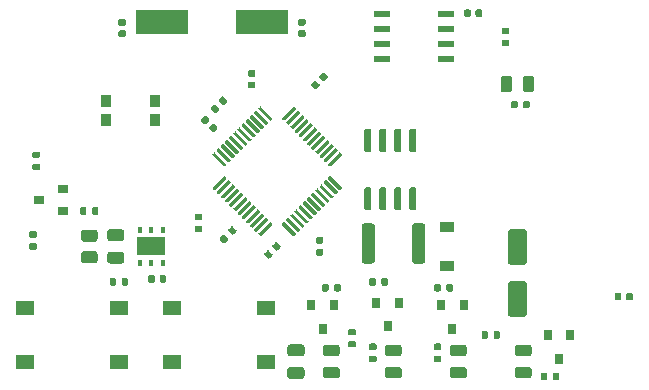
<source format=gbr>
%TF.GenerationSoftware,KiCad,Pcbnew,(5.1.5-0-10_14)*%
%TF.CreationDate,2022-05-02T16:57:52+02:00*%
%TF.ProjectId,PongoIR,506f6e67-6f49-4522-9e6b-696361645f70,rev?*%
%TF.SameCoordinates,Original*%
%TF.FileFunction,Paste,Top*%
%TF.FilePolarity,Positive*%
%FSLAX46Y46*%
G04 Gerber Fmt 4.6, Leading zero omitted, Abs format (unit mm)*
G04 Created by KiCad (PCBNEW (5.1.5-0-10_14)) date 2022-05-02 16:57:52*
%MOMM*%
%LPD*%
G04 APERTURE LIST*
%ADD10R,0.900000X0.800000*%
%ADD11C,0.100000*%
%ADD12R,0.400000X0.600000*%
%ADD13R,2.400000X1.500000*%
%ADD14R,1.200000X0.900000*%
%ADD15R,1.550000X1.300000*%
%ADD16R,4.500000X2.000000*%
%ADD17R,1.460500X0.533400*%
%ADD18R,0.900000X1.000000*%
%ADD19R,0.800000X0.900000*%
G04 APERTURE END LIST*
D10*
%TO.C,Q1*%
X153500000Y-100800000D03*
X155500000Y-99850000D03*
X155500000Y-101750000D03*
%TD*%
D11*
%TO.C,R6*%
G36*
X193198232Y-86220650D02*
G01*
X193211337Y-86222594D01*
X193224188Y-86225813D01*
X193236662Y-86230276D01*
X193248639Y-86235941D01*
X193260002Y-86242752D01*
X193270643Y-86250644D01*
X193280459Y-86259541D01*
X193289356Y-86269357D01*
X193297248Y-86279998D01*
X193304059Y-86291361D01*
X193309724Y-86303338D01*
X193314187Y-86315812D01*
X193317406Y-86328663D01*
X193319350Y-86341768D01*
X193320000Y-86355000D01*
X193320000Y-86625000D01*
X193319350Y-86638232D01*
X193317406Y-86651337D01*
X193314187Y-86664188D01*
X193309724Y-86676662D01*
X193304059Y-86688639D01*
X193297248Y-86700002D01*
X193289356Y-86710643D01*
X193280459Y-86720459D01*
X193270643Y-86729356D01*
X193260002Y-86737248D01*
X193248639Y-86744059D01*
X193236662Y-86749724D01*
X193224188Y-86754187D01*
X193211337Y-86757406D01*
X193198232Y-86759350D01*
X193185000Y-86760000D01*
X192815000Y-86760000D01*
X192801768Y-86759350D01*
X192788663Y-86757406D01*
X192775812Y-86754187D01*
X192763338Y-86749724D01*
X192751361Y-86744059D01*
X192739998Y-86737248D01*
X192729357Y-86729356D01*
X192719541Y-86720459D01*
X192710644Y-86710643D01*
X192702752Y-86700002D01*
X192695941Y-86688639D01*
X192690276Y-86676662D01*
X192685813Y-86664188D01*
X192682594Y-86651337D01*
X192680650Y-86638232D01*
X192680000Y-86625000D01*
X192680000Y-86355000D01*
X192680650Y-86341768D01*
X192682594Y-86328663D01*
X192685813Y-86315812D01*
X192690276Y-86303338D01*
X192695941Y-86291361D01*
X192702752Y-86279998D01*
X192710644Y-86269357D01*
X192719541Y-86259541D01*
X192729357Y-86250644D01*
X192739998Y-86242752D01*
X192751361Y-86235941D01*
X192763338Y-86230276D01*
X192775812Y-86225813D01*
X192788663Y-86222594D01*
X192801768Y-86220650D01*
X192815000Y-86220000D01*
X193185000Y-86220000D01*
X193198232Y-86220650D01*
G37*
G36*
X193198232Y-87240650D02*
G01*
X193211337Y-87242594D01*
X193224188Y-87245813D01*
X193236662Y-87250276D01*
X193248639Y-87255941D01*
X193260002Y-87262752D01*
X193270643Y-87270644D01*
X193280459Y-87279541D01*
X193289356Y-87289357D01*
X193297248Y-87299998D01*
X193304059Y-87311361D01*
X193309724Y-87323338D01*
X193314187Y-87335812D01*
X193317406Y-87348663D01*
X193319350Y-87361768D01*
X193320000Y-87375000D01*
X193320000Y-87645000D01*
X193319350Y-87658232D01*
X193317406Y-87671337D01*
X193314187Y-87684188D01*
X193309724Y-87696662D01*
X193304059Y-87708639D01*
X193297248Y-87720002D01*
X193289356Y-87730643D01*
X193280459Y-87740459D01*
X193270643Y-87749356D01*
X193260002Y-87757248D01*
X193248639Y-87764059D01*
X193236662Y-87769724D01*
X193224188Y-87774187D01*
X193211337Y-87777406D01*
X193198232Y-87779350D01*
X193185000Y-87780000D01*
X192815000Y-87780000D01*
X192801768Y-87779350D01*
X192788663Y-87777406D01*
X192775812Y-87774187D01*
X192763338Y-87769724D01*
X192751361Y-87764059D01*
X192739998Y-87757248D01*
X192729357Y-87749356D01*
X192719541Y-87740459D01*
X192710644Y-87730643D01*
X192702752Y-87720002D01*
X192695941Y-87708639D01*
X192690276Y-87696662D01*
X192685813Y-87684188D01*
X192682594Y-87671337D01*
X192680650Y-87658232D01*
X192680000Y-87645000D01*
X192680000Y-87375000D01*
X192680650Y-87361768D01*
X192682594Y-87348663D01*
X192685813Y-87335812D01*
X192690276Y-87323338D01*
X192695941Y-87311361D01*
X192702752Y-87299998D01*
X192710644Y-87289357D01*
X192719541Y-87279541D01*
X192729357Y-87270644D01*
X192739998Y-87262752D01*
X192751361Y-87255941D01*
X192763338Y-87250276D01*
X192775812Y-87245813D01*
X192788663Y-87242594D01*
X192801768Y-87240650D01*
X192815000Y-87240000D01*
X193185000Y-87240000D01*
X193198232Y-87240650D01*
G37*
%TD*%
%TO.C,C3*%
G36*
X176903098Y-90730882D02*
G01*
X176916689Y-90732898D01*
X176930016Y-90736236D01*
X176942952Y-90740865D01*
X176955372Y-90746739D01*
X176967156Y-90753802D01*
X176978191Y-90761987D01*
X176988371Y-90771213D01*
X177228787Y-91011629D01*
X177238013Y-91021809D01*
X177246198Y-91032844D01*
X177253261Y-91044628D01*
X177259135Y-91057048D01*
X177263764Y-91069984D01*
X177267102Y-91083311D01*
X177269118Y-91096902D01*
X177269792Y-91110624D01*
X177269118Y-91124346D01*
X177267102Y-91137937D01*
X177263764Y-91151264D01*
X177259135Y-91164200D01*
X177253261Y-91176620D01*
X177246198Y-91188404D01*
X177238013Y-91199439D01*
X177228787Y-91209619D01*
X177030797Y-91407609D01*
X177020617Y-91416835D01*
X177009582Y-91425020D01*
X176997798Y-91432083D01*
X176985378Y-91437957D01*
X176972442Y-91442586D01*
X176959115Y-91445924D01*
X176945524Y-91447940D01*
X176931802Y-91448614D01*
X176918080Y-91447940D01*
X176904489Y-91445924D01*
X176891162Y-91442586D01*
X176878226Y-91437957D01*
X176865806Y-91432083D01*
X176854022Y-91425020D01*
X176842987Y-91416835D01*
X176832807Y-91407609D01*
X176592391Y-91167193D01*
X176583165Y-91157013D01*
X176574980Y-91145978D01*
X176567917Y-91134194D01*
X176562043Y-91121774D01*
X176557414Y-91108838D01*
X176554076Y-91095511D01*
X176552060Y-91081920D01*
X176551386Y-91068198D01*
X176552060Y-91054476D01*
X176554076Y-91040885D01*
X176557414Y-91027558D01*
X176562043Y-91014622D01*
X176567917Y-91002202D01*
X176574980Y-90990418D01*
X176583165Y-90979383D01*
X176592391Y-90969203D01*
X176790381Y-90771213D01*
X176800561Y-90761987D01*
X176811596Y-90753802D01*
X176823380Y-90746739D01*
X176835800Y-90740865D01*
X176848736Y-90736236D01*
X176862063Y-90732898D01*
X176875654Y-90730882D01*
X176889376Y-90730208D01*
X176903098Y-90730882D01*
G37*
G36*
X177581920Y-90052060D02*
G01*
X177595511Y-90054076D01*
X177608838Y-90057414D01*
X177621774Y-90062043D01*
X177634194Y-90067917D01*
X177645978Y-90074980D01*
X177657013Y-90083165D01*
X177667193Y-90092391D01*
X177907609Y-90332807D01*
X177916835Y-90342987D01*
X177925020Y-90354022D01*
X177932083Y-90365806D01*
X177937957Y-90378226D01*
X177942586Y-90391162D01*
X177945924Y-90404489D01*
X177947940Y-90418080D01*
X177948614Y-90431802D01*
X177947940Y-90445524D01*
X177945924Y-90459115D01*
X177942586Y-90472442D01*
X177937957Y-90485378D01*
X177932083Y-90497798D01*
X177925020Y-90509582D01*
X177916835Y-90520617D01*
X177907609Y-90530797D01*
X177709619Y-90728787D01*
X177699439Y-90738013D01*
X177688404Y-90746198D01*
X177676620Y-90753261D01*
X177664200Y-90759135D01*
X177651264Y-90763764D01*
X177637937Y-90767102D01*
X177624346Y-90769118D01*
X177610624Y-90769792D01*
X177596902Y-90769118D01*
X177583311Y-90767102D01*
X177569984Y-90763764D01*
X177557048Y-90759135D01*
X177544628Y-90753261D01*
X177532844Y-90746198D01*
X177521809Y-90738013D01*
X177511629Y-90728787D01*
X177271213Y-90488371D01*
X177261987Y-90478191D01*
X177253802Y-90467156D01*
X177246739Y-90455372D01*
X177240865Y-90442952D01*
X177236236Y-90430016D01*
X177232898Y-90416689D01*
X177230882Y-90403098D01*
X177230208Y-90389376D01*
X177230882Y-90375654D01*
X177232898Y-90362063D01*
X177236236Y-90348736D01*
X177240865Y-90335800D01*
X177246739Y-90323380D01*
X177253802Y-90311596D01*
X177261987Y-90300561D01*
X177271213Y-90290381D01*
X177469203Y-90092391D01*
X177479383Y-90083165D01*
X177490418Y-90074980D01*
X177502202Y-90067917D01*
X177514622Y-90062043D01*
X177527558Y-90057414D01*
X177540885Y-90054076D01*
X177554476Y-90052060D01*
X177568198Y-90051386D01*
X177581920Y-90052060D01*
G37*
%TD*%
%TO.C,R17*%
G36*
X169838501Y-103028752D02*
G01*
X169851606Y-103030696D01*
X169864457Y-103033915D01*
X169876931Y-103038378D01*
X169888908Y-103044043D01*
X169900271Y-103050854D01*
X169910912Y-103058746D01*
X169920728Y-103067643D01*
X170182357Y-103329272D01*
X170191254Y-103339088D01*
X170199146Y-103349729D01*
X170205957Y-103361092D01*
X170211622Y-103373069D01*
X170216085Y-103385543D01*
X170219304Y-103398394D01*
X170221248Y-103411499D01*
X170221898Y-103424731D01*
X170221248Y-103437963D01*
X170219304Y-103451068D01*
X170216085Y-103463919D01*
X170211622Y-103476393D01*
X170205957Y-103488370D01*
X170199146Y-103499733D01*
X170191254Y-103510374D01*
X170182357Y-103520190D01*
X169991438Y-103711109D01*
X169981622Y-103720006D01*
X169970981Y-103727898D01*
X169959618Y-103734709D01*
X169947641Y-103740374D01*
X169935167Y-103744837D01*
X169922316Y-103748056D01*
X169909211Y-103750000D01*
X169895979Y-103750650D01*
X169882747Y-103750000D01*
X169869642Y-103748056D01*
X169856791Y-103744837D01*
X169844317Y-103740374D01*
X169832340Y-103734709D01*
X169820977Y-103727898D01*
X169810336Y-103720006D01*
X169800520Y-103711109D01*
X169538891Y-103449480D01*
X169529994Y-103439664D01*
X169522102Y-103429023D01*
X169515291Y-103417660D01*
X169509626Y-103405683D01*
X169505163Y-103393209D01*
X169501944Y-103380358D01*
X169500000Y-103367253D01*
X169499350Y-103354021D01*
X169500000Y-103340789D01*
X169501944Y-103327684D01*
X169505163Y-103314833D01*
X169509626Y-103302359D01*
X169515291Y-103290382D01*
X169522102Y-103279019D01*
X169529994Y-103268378D01*
X169538891Y-103258562D01*
X169729810Y-103067643D01*
X169739626Y-103058746D01*
X169750267Y-103050854D01*
X169761630Y-103044043D01*
X169773607Y-103038378D01*
X169786081Y-103033915D01*
X169798932Y-103030696D01*
X169812037Y-103028752D01*
X169825269Y-103028102D01*
X169838501Y-103028752D01*
G37*
G36*
X169117253Y-103750000D02*
G01*
X169130358Y-103751944D01*
X169143209Y-103755163D01*
X169155683Y-103759626D01*
X169167660Y-103765291D01*
X169179023Y-103772102D01*
X169189664Y-103779994D01*
X169199480Y-103788891D01*
X169461109Y-104050520D01*
X169470006Y-104060336D01*
X169477898Y-104070977D01*
X169484709Y-104082340D01*
X169490374Y-104094317D01*
X169494837Y-104106791D01*
X169498056Y-104119642D01*
X169500000Y-104132747D01*
X169500650Y-104145979D01*
X169500000Y-104159211D01*
X169498056Y-104172316D01*
X169494837Y-104185167D01*
X169490374Y-104197641D01*
X169484709Y-104209618D01*
X169477898Y-104220981D01*
X169470006Y-104231622D01*
X169461109Y-104241438D01*
X169270190Y-104432357D01*
X169260374Y-104441254D01*
X169249733Y-104449146D01*
X169238370Y-104455957D01*
X169226393Y-104461622D01*
X169213919Y-104466085D01*
X169201068Y-104469304D01*
X169187963Y-104471248D01*
X169174731Y-104471898D01*
X169161499Y-104471248D01*
X169148394Y-104469304D01*
X169135543Y-104466085D01*
X169123069Y-104461622D01*
X169111092Y-104455957D01*
X169099729Y-104449146D01*
X169089088Y-104441254D01*
X169079272Y-104432357D01*
X168817643Y-104170728D01*
X168808746Y-104160912D01*
X168800854Y-104150271D01*
X168794043Y-104138908D01*
X168788378Y-104126931D01*
X168783915Y-104114457D01*
X168780696Y-104101606D01*
X168778752Y-104088501D01*
X168778102Y-104075269D01*
X168778752Y-104062037D01*
X168780696Y-104048932D01*
X168783915Y-104036081D01*
X168788378Y-104023607D01*
X168794043Y-104011630D01*
X168800854Y-104000267D01*
X168808746Y-103989626D01*
X168817643Y-103979810D01*
X169008562Y-103788891D01*
X169018378Y-103779994D01*
X169029019Y-103772102D01*
X169040382Y-103765291D01*
X169052359Y-103759626D01*
X169064833Y-103755163D01*
X169077684Y-103751944D01*
X169090789Y-103750000D01*
X169104021Y-103749350D01*
X169117253Y-103750000D01*
G37*
%TD*%
%TO.C,R16*%
G36*
X167198232Y-102990650D02*
G01*
X167211337Y-102992594D01*
X167224188Y-102995813D01*
X167236662Y-103000276D01*
X167248639Y-103005941D01*
X167260002Y-103012752D01*
X167270643Y-103020644D01*
X167280459Y-103029541D01*
X167289356Y-103039357D01*
X167297248Y-103049998D01*
X167304059Y-103061361D01*
X167309724Y-103073338D01*
X167314187Y-103085812D01*
X167317406Y-103098663D01*
X167319350Y-103111768D01*
X167320000Y-103125000D01*
X167320000Y-103395000D01*
X167319350Y-103408232D01*
X167317406Y-103421337D01*
X167314187Y-103434188D01*
X167309724Y-103446662D01*
X167304059Y-103458639D01*
X167297248Y-103470002D01*
X167289356Y-103480643D01*
X167280459Y-103490459D01*
X167270643Y-103499356D01*
X167260002Y-103507248D01*
X167248639Y-103514059D01*
X167236662Y-103519724D01*
X167224188Y-103524187D01*
X167211337Y-103527406D01*
X167198232Y-103529350D01*
X167185000Y-103530000D01*
X166815000Y-103530000D01*
X166801768Y-103529350D01*
X166788663Y-103527406D01*
X166775812Y-103524187D01*
X166763338Y-103519724D01*
X166751361Y-103514059D01*
X166739998Y-103507248D01*
X166729357Y-103499356D01*
X166719541Y-103490459D01*
X166710644Y-103480643D01*
X166702752Y-103470002D01*
X166695941Y-103458639D01*
X166690276Y-103446662D01*
X166685813Y-103434188D01*
X166682594Y-103421337D01*
X166680650Y-103408232D01*
X166680000Y-103395000D01*
X166680000Y-103125000D01*
X166680650Y-103111768D01*
X166682594Y-103098663D01*
X166685813Y-103085812D01*
X166690276Y-103073338D01*
X166695941Y-103061361D01*
X166702752Y-103049998D01*
X166710644Y-103039357D01*
X166719541Y-103029541D01*
X166729357Y-103020644D01*
X166739998Y-103012752D01*
X166751361Y-103005941D01*
X166763338Y-103000276D01*
X166775812Y-102995813D01*
X166788663Y-102992594D01*
X166801768Y-102990650D01*
X166815000Y-102990000D01*
X167185000Y-102990000D01*
X167198232Y-102990650D01*
G37*
G36*
X167198232Y-101970650D02*
G01*
X167211337Y-101972594D01*
X167224188Y-101975813D01*
X167236662Y-101980276D01*
X167248639Y-101985941D01*
X167260002Y-101992752D01*
X167270643Y-102000644D01*
X167280459Y-102009541D01*
X167289356Y-102019357D01*
X167297248Y-102029998D01*
X167304059Y-102041361D01*
X167309724Y-102053338D01*
X167314187Y-102065812D01*
X167317406Y-102078663D01*
X167319350Y-102091768D01*
X167320000Y-102105000D01*
X167320000Y-102375000D01*
X167319350Y-102388232D01*
X167317406Y-102401337D01*
X167314187Y-102414188D01*
X167309724Y-102426662D01*
X167304059Y-102438639D01*
X167297248Y-102450002D01*
X167289356Y-102460643D01*
X167280459Y-102470459D01*
X167270643Y-102479356D01*
X167260002Y-102487248D01*
X167248639Y-102494059D01*
X167236662Y-102499724D01*
X167224188Y-102504187D01*
X167211337Y-102507406D01*
X167198232Y-102509350D01*
X167185000Y-102510000D01*
X166815000Y-102510000D01*
X166801768Y-102509350D01*
X166788663Y-102507406D01*
X166775812Y-102504187D01*
X166763338Y-102499724D01*
X166751361Y-102494059D01*
X166739998Y-102487248D01*
X166729357Y-102479356D01*
X166719541Y-102470459D01*
X166710644Y-102460643D01*
X166702752Y-102450002D01*
X166695941Y-102438639D01*
X166690276Y-102426662D01*
X166685813Y-102414188D01*
X166682594Y-102401337D01*
X166680650Y-102388232D01*
X166680000Y-102375000D01*
X166680000Y-102105000D01*
X166680650Y-102091768D01*
X166682594Y-102078663D01*
X166685813Y-102065812D01*
X166690276Y-102053338D01*
X166695941Y-102041361D01*
X166702752Y-102029998D01*
X166710644Y-102019357D01*
X166719541Y-102009541D01*
X166729357Y-102000644D01*
X166739998Y-101992752D01*
X166751361Y-101985941D01*
X166763338Y-101980276D01*
X166775812Y-101975813D01*
X166788663Y-101972594D01*
X166801768Y-101970650D01*
X166815000Y-101970000D01*
X167185000Y-101970000D01*
X167198232Y-101970650D01*
G37*
%TD*%
D12*
%TO.C,U5*%
X163950000Y-106150000D03*
X163000000Y-106150000D03*
X162050000Y-106150000D03*
X162050000Y-103350000D03*
X163000000Y-103350000D03*
X163950000Y-103350000D03*
D13*
X163000000Y-104750000D03*
%TD*%
D11*
%TO.C,FB1*%
G36*
X158224505Y-105151204D02*
G01*
X158248773Y-105154804D01*
X158272572Y-105160765D01*
X158295671Y-105169030D01*
X158317850Y-105179520D01*
X158338893Y-105192132D01*
X158358599Y-105206747D01*
X158376777Y-105223223D01*
X158393253Y-105241401D01*
X158407868Y-105261107D01*
X158420480Y-105282150D01*
X158430970Y-105304329D01*
X158439235Y-105327428D01*
X158445196Y-105351227D01*
X158448796Y-105375495D01*
X158450000Y-105399999D01*
X158450000Y-105925001D01*
X158448796Y-105949505D01*
X158445196Y-105973773D01*
X158439235Y-105997572D01*
X158430970Y-106020671D01*
X158420480Y-106042850D01*
X158407868Y-106063893D01*
X158393253Y-106083599D01*
X158376777Y-106101777D01*
X158358599Y-106118253D01*
X158338893Y-106132868D01*
X158317850Y-106145480D01*
X158295671Y-106155970D01*
X158272572Y-106164235D01*
X158248773Y-106170196D01*
X158224505Y-106173796D01*
X158200001Y-106175000D01*
X157299999Y-106175000D01*
X157275495Y-106173796D01*
X157251227Y-106170196D01*
X157227428Y-106164235D01*
X157204329Y-106155970D01*
X157182150Y-106145480D01*
X157161107Y-106132868D01*
X157141401Y-106118253D01*
X157123223Y-106101777D01*
X157106747Y-106083599D01*
X157092132Y-106063893D01*
X157079520Y-106042850D01*
X157069030Y-106020671D01*
X157060765Y-105997572D01*
X157054804Y-105973773D01*
X157051204Y-105949505D01*
X157050000Y-105925001D01*
X157050000Y-105399999D01*
X157051204Y-105375495D01*
X157054804Y-105351227D01*
X157060765Y-105327428D01*
X157069030Y-105304329D01*
X157079520Y-105282150D01*
X157092132Y-105261107D01*
X157106747Y-105241401D01*
X157123223Y-105223223D01*
X157141401Y-105206747D01*
X157161107Y-105192132D01*
X157182150Y-105179520D01*
X157204329Y-105169030D01*
X157227428Y-105160765D01*
X157251227Y-105154804D01*
X157275495Y-105151204D01*
X157299999Y-105150000D01*
X158200001Y-105150000D01*
X158224505Y-105151204D01*
G37*
G36*
X158224505Y-103326204D02*
G01*
X158248773Y-103329804D01*
X158272572Y-103335765D01*
X158295671Y-103344030D01*
X158317850Y-103354520D01*
X158338893Y-103367132D01*
X158358599Y-103381747D01*
X158376777Y-103398223D01*
X158393253Y-103416401D01*
X158407868Y-103436107D01*
X158420480Y-103457150D01*
X158430970Y-103479329D01*
X158439235Y-103502428D01*
X158445196Y-103526227D01*
X158448796Y-103550495D01*
X158450000Y-103574999D01*
X158450000Y-104100001D01*
X158448796Y-104124505D01*
X158445196Y-104148773D01*
X158439235Y-104172572D01*
X158430970Y-104195671D01*
X158420480Y-104217850D01*
X158407868Y-104238893D01*
X158393253Y-104258599D01*
X158376777Y-104276777D01*
X158358599Y-104293253D01*
X158338893Y-104307868D01*
X158317850Y-104320480D01*
X158295671Y-104330970D01*
X158272572Y-104339235D01*
X158248773Y-104345196D01*
X158224505Y-104348796D01*
X158200001Y-104350000D01*
X157299999Y-104350000D01*
X157275495Y-104348796D01*
X157251227Y-104345196D01*
X157227428Y-104339235D01*
X157204329Y-104330970D01*
X157182150Y-104320480D01*
X157161107Y-104307868D01*
X157141401Y-104293253D01*
X157123223Y-104276777D01*
X157106747Y-104258599D01*
X157092132Y-104238893D01*
X157079520Y-104217850D01*
X157069030Y-104195671D01*
X157060765Y-104172572D01*
X157054804Y-104148773D01*
X157051204Y-104124505D01*
X157050000Y-104100001D01*
X157050000Y-103574999D01*
X157051204Y-103550495D01*
X157054804Y-103526227D01*
X157060765Y-103502428D01*
X157069030Y-103479329D01*
X157079520Y-103457150D01*
X157092132Y-103436107D01*
X157106747Y-103416401D01*
X157123223Y-103398223D01*
X157141401Y-103381747D01*
X157161107Y-103367132D01*
X157182150Y-103354520D01*
X157204329Y-103344030D01*
X157227428Y-103335765D01*
X157251227Y-103329804D01*
X157275495Y-103326204D01*
X157299999Y-103325000D01*
X158200001Y-103325000D01*
X158224505Y-103326204D01*
G37*
%TD*%
%TO.C,C14*%
G36*
X163173722Y-107190674D02*
G01*
X163187313Y-107192690D01*
X163200640Y-107196028D01*
X163213576Y-107200657D01*
X163225996Y-107206531D01*
X163237780Y-107213594D01*
X163248815Y-107221779D01*
X163258995Y-107231005D01*
X163268221Y-107241185D01*
X163276406Y-107252220D01*
X163283469Y-107264004D01*
X163289343Y-107276424D01*
X163293972Y-107289360D01*
X163297310Y-107302687D01*
X163299326Y-107316278D01*
X163300000Y-107330000D01*
X163300000Y-107670000D01*
X163299326Y-107683722D01*
X163297310Y-107697313D01*
X163293972Y-107710640D01*
X163289343Y-107723576D01*
X163283469Y-107735996D01*
X163276406Y-107747780D01*
X163268221Y-107758815D01*
X163258995Y-107768995D01*
X163248815Y-107778221D01*
X163237780Y-107786406D01*
X163225996Y-107793469D01*
X163213576Y-107799343D01*
X163200640Y-107803972D01*
X163187313Y-107807310D01*
X163173722Y-107809326D01*
X163160000Y-107810000D01*
X162880000Y-107810000D01*
X162866278Y-107809326D01*
X162852687Y-107807310D01*
X162839360Y-107803972D01*
X162826424Y-107799343D01*
X162814004Y-107793469D01*
X162802220Y-107786406D01*
X162791185Y-107778221D01*
X162781005Y-107768995D01*
X162771779Y-107758815D01*
X162763594Y-107747780D01*
X162756531Y-107735996D01*
X162750657Y-107723576D01*
X162746028Y-107710640D01*
X162742690Y-107697313D01*
X162740674Y-107683722D01*
X162740000Y-107670000D01*
X162740000Y-107330000D01*
X162740674Y-107316278D01*
X162742690Y-107302687D01*
X162746028Y-107289360D01*
X162750657Y-107276424D01*
X162756531Y-107264004D01*
X162763594Y-107252220D01*
X162771779Y-107241185D01*
X162781005Y-107231005D01*
X162791185Y-107221779D01*
X162802220Y-107213594D01*
X162814004Y-107206531D01*
X162826424Y-107200657D01*
X162839360Y-107196028D01*
X162852687Y-107192690D01*
X162866278Y-107190674D01*
X162880000Y-107190000D01*
X163160000Y-107190000D01*
X163173722Y-107190674D01*
G37*
G36*
X164133722Y-107190674D02*
G01*
X164147313Y-107192690D01*
X164160640Y-107196028D01*
X164173576Y-107200657D01*
X164185996Y-107206531D01*
X164197780Y-107213594D01*
X164208815Y-107221779D01*
X164218995Y-107231005D01*
X164228221Y-107241185D01*
X164236406Y-107252220D01*
X164243469Y-107264004D01*
X164249343Y-107276424D01*
X164253972Y-107289360D01*
X164257310Y-107302687D01*
X164259326Y-107316278D01*
X164260000Y-107330000D01*
X164260000Y-107670000D01*
X164259326Y-107683722D01*
X164257310Y-107697313D01*
X164253972Y-107710640D01*
X164249343Y-107723576D01*
X164243469Y-107735996D01*
X164236406Y-107747780D01*
X164228221Y-107758815D01*
X164218995Y-107768995D01*
X164208815Y-107778221D01*
X164197780Y-107786406D01*
X164185996Y-107793469D01*
X164173576Y-107799343D01*
X164160640Y-107803972D01*
X164147313Y-107807310D01*
X164133722Y-107809326D01*
X164120000Y-107810000D01*
X163840000Y-107810000D01*
X163826278Y-107809326D01*
X163812687Y-107807310D01*
X163799360Y-107803972D01*
X163786424Y-107799343D01*
X163774004Y-107793469D01*
X163762220Y-107786406D01*
X163751185Y-107778221D01*
X163741005Y-107768995D01*
X163731779Y-107758815D01*
X163723594Y-107747780D01*
X163716531Y-107735996D01*
X163710657Y-107723576D01*
X163706028Y-107710640D01*
X163702690Y-107697313D01*
X163700674Y-107683722D01*
X163700000Y-107670000D01*
X163700000Y-107330000D01*
X163700674Y-107316278D01*
X163702690Y-107302687D01*
X163706028Y-107289360D01*
X163710657Y-107276424D01*
X163716531Y-107264004D01*
X163723594Y-107252220D01*
X163731779Y-107241185D01*
X163741005Y-107231005D01*
X163751185Y-107221779D01*
X163762220Y-107213594D01*
X163774004Y-107206531D01*
X163786424Y-107200657D01*
X163799360Y-107196028D01*
X163812687Y-107192690D01*
X163826278Y-107190674D01*
X163840000Y-107190000D01*
X164120000Y-107190000D01*
X164133722Y-107190674D01*
G37*
%TD*%
%TO.C,C13*%
G36*
X160499504Y-105201204D02*
G01*
X160523773Y-105204804D01*
X160547571Y-105210765D01*
X160570671Y-105219030D01*
X160592849Y-105229520D01*
X160613893Y-105242133D01*
X160633598Y-105256747D01*
X160651777Y-105273223D01*
X160668253Y-105291402D01*
X160682867Y-105311107D01*
X160695480Y-105332151D01*
X160705970Y-105354329D01*
X160714235Y-105377429D01*
X160720196Y-105401227D01*
X160723796Y-105425496D01*
X160725000Y-105450000D01*
X160725000Y-105950000D01*
X160723796Y-105974504D01*
X160720196Y-105998773D01*
X160714235Y-106022571D01*
X160705970Y-106045671D01*
X160695480Y-106067849D01*
X160682867Y-106088893D01*
X160668253Y-106108598D01*
X160651777Y-106126777D01*
X160633598Y-106143253D01*
X160613893Y-106157867D01*
X160592849Y-106170480D01*
X160570671Y-106180970D01*
X160547571Y-106189235D01*
X160523773Y-106195196D01*
X160499504Y-106198796D01*
X160475000Y-106200000D01*
X159525000Y-106200000D01*
X159500496Y-106198796D01*
X159476227Y-106195196D01*
X159452429Y-106189235D01*
X159429329Y-106180970D01*
X159407151Y-106170480D01*
X159386107Y-106157867D01*
X159366402Y-106143253D01*
X159348223Y-106126777D01*
X159331747Y-106108598D01*
X159317133Y-106088893D01*
X159304520Y-106067849D01*
X159294030Y-106045671D01*
X159285765Y-106022571D01*
X159279804Y-105998773D01*
X159276204Y-105974504D01*
X159275000Y-105950000D01*
X159275000Y-105450000D01*
X159276204Y-105425496D01*
X159279804Y-105401227D01*
X159285765Y-105377429D01*
X159294030Y-105354329D01*
X159304520Y-105332151D01*
X159317133Y-105311107D01*
X159331747Y-105291402D01*
X159348223Y-105273223D01*
X159366402Y-105256747D01*
X159386107Y-105242133D01*
X159407151Y-105229520D01*
X159429329Y-105219030D01*
X159452429Y-105210765D01*
X159476227Y-105204804D01*
X159500496Y-105201204D01*
X159525000Y-105200000D01*
X160475000Y-105200000D01*
X160499504Y-105201204D01*
G37*
G36*
X160499504Y-103301204D02*
G01*
X160523773Y-103304804D01*
X160547571Y-103310765D01*
X160570671Y-103319030D01*
X160592849Y-103329520D01*
X160613893Y-103342133D01*
X160633598Y-103356747D01*
X160651777Y-103373223D01*
X160668253Y-103391402D01*
X160682867Y-103411107D01*
X160695480Y-103432151D01*
X160705970Y-103454329D01*
X160714235Y-103477429D01*
X160720196Y-103501227D01*
X160723796Y-103525496D01*
X160725000Y-103550000D01*
X160725000Y-104050000D01*
X160723796Y-104074504D01*
X160720196Y-104098773D01*
X160714235Y-104122571D01*
X160705970Y-104145671D01*
X160695480Y-104167849D01*
X160682867Y-104188893D01*
X160668253Y-104208598D01*
X160651777Y-104226777D01*
X160633598Y-104243253D01*
X160613893Y-104257867D01*
X160592849Y-104270480D01*
X160570671Y-104280970D01*
X160547571Y-104289235D01*
X160523773Y-104295196D01*
X160499504Y-104298796D01*
X160475000Y-104300000D01*
X159525000Y-104300000D01*
X159500496Y-104298796D01*
X159476227Y-104295196D01*
X159452429Y-104289235D01*
X159429329Y-104280970D01*
X159407151Y-104270480D01*
X159386107Y-104257867D01*
X159366402Y-104243253D01*
X159348223Y-104226777D01*
X159331747Y-104208598D01*
X159317133Y-104188893D01*
X159304520Y-104167849D01*
X159294030Y-104145671D01*
X159285765Y-104122571D01*
X159279804Y-104098773D01*
X159276204Y-104074504D01*
X159275000Y-104050000D01*
X159275000Y-103550000D01*
X159276204Y-103525496D01*
X159279804Y-103501227D01*
X159285765Y-103477429D01*
X159294030Y-103454329D01*
X159304520Y-103432151D01*
X159317133Y-103411107D01*
X159331747Y-103391402D01*
X159348223Y-103373223D01*
X159366402Y-103356747D01*
X159386107Y-103342133D01*
X159407151Y-103329520D01*
X159429329Y-103319030D01*
X159452429Y-103310765D01*
X159476227Y-103304804D01*
X159500496Y-103301204D01*
X159525000Y-103300000D01*
X160475000Y-103300000D01*
X160499504Y-103301204D01*
G37*
%TD*%
%TO.C,L1*%
G36*
X181699506Y-102801204D02*
G01*
X181723774Y-102804804D01*
X181747573Y-102810765D01*
X181770672Y-102819030D01*
X181792850Y-102829519D01*
X181813893Y-102842132D01*
X181833599Y-102856747D01*
X181851777Y-102873223D01*
X181868253Y-102891401D01*
X181882868Y-102911107D01*
X181895481Y-102932150D01*
X181905970Y-102954328D01*
X181914235Y-102977427D01*
X181920196Y-103001226D01*
X181923796Y-103025494D01*
X181925000Y-103049998D01*
X181925000Y-105950002D01*
X181923796Y-105974506D01*
X181920196Y-105998774D01*
X181914235Y-106022573D01*
X181905970Y-106045672D01*
X181895481Y-106067850D01*
X181882868Y-106088893D01*
X181868253Y-106108599D01*
X181851777Y-106126777D01*
X181833599Y-106143253D01*
X181813893Y-106157868D01*
X181792850Y-106170481D01*
X181770672Y-106180970D01*
X181747573Y-106189235D01*
X181723774Y-106195196D01*
X181699506Y-106198796D01*
X181675002Y-106200000D01*
X181049998Y-106200000D01*
X181025494Y-106198796D01*
X181001226Y-106195196D01*
X180977427Y-106189235D01*
X180954328Y-106180970D01*
X180932150Y-106170481D01*
X180911107Y-106157868D01*
X180891401Y-106143253D01*
X180873223Y-106126777D01*
X180856747Y-106108599D01*
X180842132Y-106088893D01*
X180829519Y-106067850D01*
X180819030Y-106045672D01*
X180810765Y-106022573D01*
X180804804Y-105998774D01*
X180801204Y-105974506D01*
X180800000Y-105950002D01*
X180800000Y-103049998D01*
X180801204Y-103025494D01*
X180804804Y-103001226D01*
X180810765Y-102977427D01*
X180819030Y-102954328D01*
X180829519Y-102932150D01*
X180842132Y-102911107D01*
X180856747Y-102891401D01*
X180873223Y-102873223D01*
X180891401Y-102856747D01*
X180911107Y-102842132D01*
X180932150Y-102829519D01*
X180954328Y-102819030D01*
X180977427Y-102810765D01*
X181001226Y-102804804D01*
X181025494Y-102801204D01*
X181049998Y-102800000D01*
X181675002Y-102800000D01*
X181699506Y-102801204D01*
G37*
G36*
X185974506Y-102801204D02*
G01*
X185998774Y-102804804D01*
X186022573Y-102810765D01*
X186045672Y-102819030D01*
X186067850Y-102829519D01*
X186088893Y-102842132D01*
X186108599Y-102856747D01*
X186126777Y-102873223D01*
X186143253Y-102891401D01*
X186157868Y-102911107D01*
X186170481Y-102932150D01*
X186180970Y-102954328D01*
X186189235Y-102977427D01*
X186195196Y-103001226D01*
X186198796Y-103025494D01*
X186200000Y-103049998D01*
X186200000Y-105950002D01*
X186198796Y-105974506D01*
X186195196Y-105998774D01*
X186189235Y-106022573D01*
X186180970Y-106045672D01*
X186170481Y-106067850D01*
X186157868Y-106088893D01*
X186143253Y-106108599D01*
X186126777Y-106126777D01*
X186108599Y-106143253D01*
X186088893Y-106157868D01*
X186067850Y-106170481D01*
X186045672Y-106180970D01*
X186022573Y-106189235D01*
X185998774Y-106195196D01*
X185974506Y-106198796D01*
X185950002Y-106200000D01*
X185324998Y-106200000D01*
X185300494Y-106198796D01*
X185276226Y-106195196D01*
X185252427Y-106189235D01*
X185229328Y-106180970D01*
X185207150Y-106170481D01*
X185186107Y-106157868D01*
X185166401Y-106143253D01*
X185148223Y-106126777D01*
X185131747Y-106108599D01*
X185117132Y-106088893D01*
X185104519Y-106067850D01*
X185094030Y-106045672D01*
X185085765Y-106022573D01*
X185079804Y-105998774D01*
X185076204Y-105974506D01*
X185075000Y-105950002D01*
X185075000Y-103049998D01*
X185076204Y-103025494D01*
X185079804Y-103001226D01*
X185085765Y-102977427D01*
X185094030Y-102954328D01*
X185104519Y-102932150D01*
X185117132Y-102911107D01*
X185131747Y-102891401D01*
X185148223Y-102873223D01*
X185166401Y-102856747D01*
X185186107Y-102842132D01*
X185207150Y-102829519D01*
X185229328Y-102819030D01*
X185252427Y-102810765D01*
X185276226Y-102804804D01*
X185300494Y-102801204D01*
X185324998Y-102800000D01*
X185950002Y-102800000D01*
X185974506Y-102801204D01*
G37*
%TD*%
D14*
%TO.C,D3*%
X188000000Y-106400000D03*
X188000000Y-103100000D03*
%TD*%
D15*
%TO.C,SW3*%
X152275000Y-110000000D03*
X152275000Y-114500000D03*
X160225000Y-114500000D03*
X160225000Y-110000000D03*
%TD*%
D11*
%TO.C,R5*%
G36*
X159888232Y-107430650D02*
G01*
X159901337Y-107432594D01*
X159914188Y-107435813D01*
X159926662Y-107440276D01*
X159938639Y-107445941D01*
X159950002Y-107452752D01*
X159960643Y-107460644D01*
X159970459Y-107469541D01*
X159979356Y-107479357D01*
X159987248Y-107489998D01*
X159994059Y-107501361D01*
X159999724Y-107513338D01*
X160004187Y-107525812D01*
X160007406Y-107538663D01*
X160009350Y-107551768D01*
X160010000Y-107565000D01*
X160010000Y-107935000D01*
X160009350Y-107948232D01*
X160007406Y-107961337D01*
X160004187Y-107974188D01*
X159999724Y-107986662D01*
X159994059Y-107998639D01*
X159987248Y-108010002D01*
X159979356Y-108020643D01*
X159970459Y-108030459D01*
X159960643Y-108039356D01*
X159950002Y-108047248D01*
X159938639Y-108054059D01*
X159926662Y-108059724D01*
X159914188Y-108064187D01*
X159901337Y-108067406D01*
X159888232Y-108069350D01*
X159875000Y-108070000D01*
X159605000Y-108070000D01*
X159591768Y-108069350D01*
X159578663Y-108067406D01*
X159565812Y-108064187D01*
X159553338Y-108059724D01*
X159541361Y-108054059D01*
X159529998Y-108047248D01*
X159519357Y-108039356D01*
X159509541Y-108030459D01*
X159500644Y-108020643D01*
X159492752Y-108010002D01*
X159485941Y-107998639D01*
X159480276Y-107986662D01*
X159475813Y-107974188D01*
X159472594Y-107961337D01*
X159470650Y-107948232D01*
X159470000Y-107935000D01*
X159470000Y-107565000D01*
X159470650Y-107551768D01*
X159472594Y-107538663D01*
X159475813Y-107525812D01*
X159480276Y-107513338D01*
X159485941Y-107501361D01*
X159492752Y-107489998D01*
X159500644Y-107479357D01*
X159509541Y-107469541D01*
X159519357Y-107460644D01*
X159529998Y-107452752D01*
X159541361Y-107445941D01*
X159553338Y-107440276D01*
X159565812Y-107435813D01*
X159578663Y-107432594D01*
X159591768Y-107430650D01*
X159605000Y-107430000D01*
X159875000Y-107430000D01*
X159888232Y-107430650D01*
G37*
G36*
X160908232Y-107430650D02*
G01*
X160921337Y-107432594D01*
X160934188Y-107435813D01*
X160946662Y-107440276D01*
X160958639Y-107445941D01*
X160970002Y-107452752D01*
X160980643Y-107460644D01*
X160990459Y-107469541D01*
X160999356Y-107479357D01*
X161007248Y-107489998D01*
X161014059Y-107501361D01*
X161019724Y-107513338D01*
X161024187Y-107525812D01*
X161027406Y-107538663D01*
X161029350Y-107551768D01*
X161030000Y-107565000D01*
X161030000Y-107935000D01*
X161029350Y-107948232D01*
X161027406Y-107961337D01*
X161024187Y-107974188D01*
X161019724Y-107986662D01*
X161014059Y-107998639D01*
X161007248Y-108010002D01*
X160999356Y-108020643D01*
X160990459Y-108030459D01*
X160980643Y-108039356D01*
X160970002Y-108047248D01*
X160958639Y-108054059D01*
X160946662Y-108059724D01*
X160934188Y-108064187D01*
X160921337Y-108067406D01*
X160908232Y-108069350D01*
X160895000Y-108070000D01*
X160625000Y-108070000D01*
X160611768Y-108069350D01*
X160598663Y-108067406D01*
X160585812Y-108064187D01*
X160573338Y-108059724D01*
X160561361Y-108054059D01*
X160549998Y-108047248D01*
X160539357Y-108039356D01*
X160529541Y-108030459D01*
X160520644Y-108020643D01*
X160512752Y-108010002D01*
X160505941Y-107998639D01*
X160500276Y-107986662D01*
X160495813Y-107974188D01*
X160492594Y-107961337D01*
X160490650Y-107948232D01*
X160490000Y-107935000D01*
X160490000Y-107565000D01*
X160490650Y-107551768D01*
X160492594Y-107538663D01*
X160495813Y-107525812D01*
X160500276Y-107513338D01*
X160505941Y-107501361D01*
X160512752Y-107489998D01*
X160520644Y-107479357D01*
X160529541Y-107469541D01*
X160539357Y-107460644D01*
X160549998Y-107452752D01*
X160561361Y-107445941D01*
X160573338Y-107440276D01*
X160585812Y-107435813D01*
X160598663Y-107432594D01*
X160611768Y-107430650D01*
X160625000Y-107430000D01*
X160895000Y-107430000D01*
X160908232Y-107430650D01*
G37*
%TD*%
D16*
%TO.C,Y1*%
X163878679Y-85732234D03*
X172378679Y-85732234D03*
%TD*%
D11*
%TO.C,U4*%
G36*
X185319703Y-99750722D02*
G01*
X185334264Y-99752882D01*
X185348543Y-99756459D01*
X185362403Y-99761418D01*
X185375710Y-99767712D01*
X185388336Y-99775280D01*
X185400159Y-99784048D01*
X185411066Y-99793934D01*
X185420952Y-99804841D01*
X185429720Y-99816664D01*
X185437288Y-99829290D01*
X185443582Y-99842597D01*
X185448541Y-99856457D01*
X185452118Y-99870736D01*
X185454278Y-99885297D01*
X185455000Y-99900000D01*
X185455000Y-101550000D01*
X185454278Y-101564703D01*
X185452118Y-101579264D01*
X185448541Y-101593543D01*
X185443582Y-101607403D01*
X185437288Y-101620710D01*
X185429720Y-101633336D01*
X185420952Y-101645159D01*
X185411066Y-101656066D01*
X185400159Y-101665952D01*
X185388336Y-101674720D01*
X185375710Y-101682288D01*
X185362403Y-101688582D01*
X185348543Y-101693541D01*
X185334264Y-101697118D01*
X185319703Y-101699278D01*
X185305000Y-101700000D01*
X185005000Y-101700000D01*
X184990297Y-101699278D01*
X184975736Y-101697118D01*
X184961457Y-101693541D01*
X184947597Y-101688582D01*
X184934290Y-101682288D01*
X184921664Y-101674720D01*
X184909841Y-101665952D01*
X184898934Y-101656066D01*
X184889048Y-101645159D01*
X184880280Y-101633336D01*
X184872712Y-101620710D01*
X184866418Y-101607403D01*
X184861459Y-101593543D01*
X184857882Y-101579264D01*
X184855722Y-101564703D01*
X184855000Y-101550000D01*
X184855000Y-99900000D01*
X184855722Y-99885297D01*
X184857882Y-99870736D01*
X184861459Y-99856457D01*
X184866418Y-99842597D01*
X184872712Y-99829290D01*
X184880280Y-99816664D01*
X184889048Y-99804841D01*
X184898934Y-99793934D01*
X184909841Y-99784048D01*
X184921664Y-99775280D01*
X184934290Y-99767712D01*
X184947597Y-99761418D01*
X184961457Y-99756459D01*
X184975736Y-99752882D01*
X184990297Y-99750722D01*
X185005000Y-99750000D01*
X185305000Y-99750000D01*
X185319703Y-99750722D01*
G37*
G36*
X184049703Y-99750722D02*
G01*
X184064264Y-99752882D01*
X184078543Y-99756459D01*
X184092403Y-99761418D01*
X184105710Y-99767712D01*
X184118336Y-99775280D01*
X184130159Y-99784048D01*
X184141066Y-99793934D01*
X184150952Y-99804841D01*
X184159720Y-99816664D01*
X184167288Y-99829290D01*
X184173582Y-99842597D01*
X184178541Y-99856457D01*
X184182118Y-99870736D01*
X184184278Y-99885297D01*
X184185000Y-99900000D01*
X184185000Y-101550000D01*
X184184278Y-101564703D01*
X184182118Y-101579264D01*
X184178541Y-101593543D01*
X184173582Y-101607403D01*
X184167288Y-101620710D01*
X184159720Y-101633336D01*
X184150952Y-101645159D01*
X184141066Y-101656066D01*
X184130159Y-101665952D01*
X184118336Y-101674720D01*
X184105710Y-101682288D01*
X184092403Y-101688582D01*
X184078543Y-101693541D01*
X184064264Y-101697118D01*
X184049703Y-101699278D01*
X184035000Y-101700000D01*
X183735000Y-101700000D01*
X183720297Y-101699278D01*
X183705736Y-101697118D01*
X183691457Y-101693541D01*
X183677597Y-101688582D01*
X183664290Y-101682288D01*
X183651664Y-101674720D01*
X183639841Y-101665952D01*
X183628934Y-101656066D01*
X183619048Y-101645159D01*
X183610280Y-101633336D01*
X183602712Y-101620710D01*
X183596418Y-101607403D01*
X183591459Y-101593543D01*
X183587882Y-101579264D01*
X183585722Y-101564703D01*
X183585000Y-101550000D01*
X183585000Y-99900000D01*
X183585722Y-99885297D01*
X183587882Y-99870736D01*
X183591459Y-99856457D01*
X183596418Y-99842597D01*
X183602712Y-99829290D01*
X183610280Y-99816664D01*
X183619048Y-99804841D01*
X183628934Y-99793934D01*
X183639841Y-99784048D01*
X183651664Y-99775280D01*
X183664290Y-99767712D01*
X183677597Y-99761418D01*
X183691457Y-99756459D01*
X183705736Y-99752882D01*
X183720297Y-99750722D01*
X183735000Y-99750000D01*
X184035000Y-99750000D01*
X184049703Y-99750722D01*
G37*
G36*
X182779703Y-99750722D02*
G01*
X182794264Y-99752882D01*
X182808543Y-99756459D01*
X182822403Y-99761418D01*
X182835710Y-99767712D01*
X182848336Y-99775280D01*
X182860159Y-99784048D01*
X182871066Y-99793934D01*
X182880952Y-99804841D01*
X182889720Y-99816664D01*
X182897288Y-99829290D01*
X182903582Y-99842597D01*
X182908541Y-99856457D01*
X182912118Y-99870736D01*
X182914278Y-99885297D01*
X182915000Y-99900000D01*
X182915000Y-101550000D01*
X182914278Y-101564703D01*
X182912118Y-101579264D01*
X182908541Y-101593543D01*
X182903582Y-101607403D01*
X182897288Y-101620710D01*
X182889720Y-101633336D01*
X182880952Y-101645159D01*
X182871066Y-101656066D01*
X182860159Y-101665952D01*
X182848336Y-101674720D01*
X182835710Y-101682288D01*
X182822403Y-101688582D01*
X182808543Y-101693541D01*
X182794264Y-101697118D01*
X182779703Y-101699278D01*
X182765000Y-101700000D01*
X182465000Y-101700000D01*
X182450297Y-101699278D01*
X182435736Y-101697118D01*
X182421457Y-101693541D01*
X182407597Y-101688582D01*
X182394290Y-101682288D01*
X182381664Y-101674720D01*
X182369841Y-101665952D01*
X182358934Y-101656066D01*
X182349048Y-101645159D01*
X182340280Y-101633336D01*
X182332712Y-101620710D01*
X182326418Y-101607403D01*
X182321459Y-101593543D01*
X182317882Y-101579264D01*
X182315722Y-101564703D01*
X182315000Y-101550000D01*
X182315000Y-99900000D01*
X182315722Y-99885297D01*
X182317882Y-99870736D01*
X182321459Y-99856457D01*
X182326418Y-99842597D01*
X182332712Y-99829290D01*
X182340280Y-99816664D01*
X182349048Y-99804841D01*
X182358934Y-99793934D01*
X182369841Y-99784048D01*
X182381664Y-99775280D01*
X182394290Y-99767712D01*
X182407597Y-99761418D01*
X182421457Y-99756459D01*
X182435736Y-99752882D01*
X182450297Y-99750722D01*
X182465000Y-99750000D01*
X182765000Y-99750000D01*
X182779703Y-99750722D01*
G37*
G36*
X181509703Y-99750722D02*
G01*
X181524264Y-99752882D01*
X181538543Y-99756459D01*
X181552403Y-99761418D01*
X181565710Y-99767712D01*
X181578336Y-99775280D01*
X181590159Y-99784048D01*
X181601066Y-99793934D01*
X181610952Y-99804841D01*
X181619720Y-99816664D01*
X181627288Y-99829290D01*
X181633582Y-99842597D01*
X181638541Y-99856457D01*
X181642118Y-99870736D01*
X181644278Y-99885297D01*
X181645000Y-99900000D01*
X181645000Y-101550000D01*
X181644278Y-101564703D01*
X181642118Y-101579264D01*
X181638541Y-101593543D01*
X181633582Y-101607403D01*
X181627288Y-101620710D01*
X181619720Y-101633336D01*
X181610952Y-101645159D01*
X181601066Y-101656066D01*
X181590159Y-101665952D01*
X181578336Y-101674720D01*
X181565710Y-101682288D01*
X181552403Y-101688582D01*
X181538543Y-101693541D01*
X181524264Y-101697118D01*
X181509703Y-101699278D01*
X181495000Y-101700000D01*
X181195000Y-101700000D01*
X181180297Y-101699278D01*
X181165736Y-101697118D01*
X181151457Y-101693541D01*
X181137597Y-101688582D01*
X181124290Y-101682288D01*
X181111664Y-101674720D01*
X181099841Y-101665952D01*
X181088934Y-101656066D01*
X181079048Y-101645159D01*
X181070280Y-101633336D01*
X181062712Y-101620710D01*
X181056418Y-101607403D01*
X181051459Y-101593543D01*
X181047882Y-101579264D01*
X181045722Y-101564703D01*
X181045000Y-101550000D01*
X181045000Y-99900000D01*
X181045722Y-99885297D01*
X181047882Y-99870736D01*
X181051459Y-99856457D01*
X181056418Y-99842597D01*
X181062712Y-99829290D01*
X181070280Y-99816664D01*
X181079048Y-99804841D01*
X181088934Y-99793934D01*
X181099841Y-99784048D01*
X181111664Y-99775280D01*
X181124290Y-99767712D01*
X181137597Y-99761418D01*
X181151457Y-99756459D01*
X181165736Y-99752882D01*
X181180297Y-99750722D01*
X181195000Y-99750000D01*
X181495000Y-99750000D01*
X181509703Y-99750722D01*
G37*
G36*
X181509703Y-94800722D02*
G01*
X181524264Y-94802882D01*
X181538543Y-94806459D01*
X181552403Y-94811418D01*
X181565710Y-94817712D01*
X181578336Y-94825280D01*
X181590159Y-94834048D01*
X181601066Y-94843934D01*
X181610952Y-94854841D01*
X181619720Y-94866664D01*
X181627288Y-94879290D01*
X181633582Y-94892597D01*
X181638541Y-94906457D01*
X181642118Y-94920736D01*
X181644278Y-94935297D01*
X181645000Y-94950000D01*
X181645000Y-96600000D01*
X181644278Y-96614703D01*
X181642118Y-96629264D01*
X181638541Y-96643543D01*
X181633582Y-96657403D01*
X181627288Y-96670710D01*
X181619720Y-96683336D01*
X181610952Y-96695159D01*
X181601066Y-96706066D01*
X181590159Y-96715952D01*
X181578336Y-96724720D01*
X181565710Y-96732288D01*
X181552403Y-96738582D01*
X181538543Y-96743541D01*
X181524264Y-96747118D01*
X181509703Y-96749278D01*
X181495000Y-96750000D01*
X181195000Y-96750000D01*
X181180297Y-96749278D01*
X181165736Y-96747118D01*
X181151457Y-96743541D01*
X181137597Y-96738582D01*
X181124290Y-96732288D01*
X181111664Y-96724720D01*
X181099841Y-96715952D01*
X181088934Y-96706066D01*
X181079048Y-96695159D01*
X181070280Y-96683336D01*
X181062712Y-96670710D01*
X181056418Y-96657403D01*
X181051459Y-96643543D01*
X181047882Y-96629264D01*
X181045722Y-96614703D01*
X181045000Y-96600000D01*
X181045000Y-94950000D01*
X181045722Y-94935297D01*
X181047882Y-94920736D01*
X181051459Y-94906457D01*
X181056418Y-94892597D01*
X181062712Y-94879290D01*
X181070280Y-94866664D01*
X181079048Y-94854841D01*
X181088934Y-94843934D01*
X181099841Y-94834048D01*
X181111664Y-94825280D01*
X181124290Y-94817712D01*
X181137597Y-94811418D01*
X181151457Y-94806459D01*
X181165736Y-94802882D01*
X181180297Y-94800722D01*
X181195000Y-94800000D01*
X181495000Y-94800000D01*
X181509703Y-94800722D01*
G37*
G36*
X182779703Y-94800722D02*
G01*
X182794264Y-94802882D01*
X182808543Y-94806459D01*
X182822403Y-94811418D01*
X182835710Y-94817712D01*
X182848336Y-94825280D01*
X182860159Y-94834048D01*
X182871066Y-94843934D01*
X182880952Y-94854841D01*
X182889720Y-94866664D01*
X182897288Y-94879290D01*
X182903582Y-94892597D01*
X182908541Y-94906457D01*
X182912118Y-94920736D01*
X182914278Y-94935297D01*
X182915000Y-94950000D01*
X182915000Y-96600000D01*
X182914278Y-96614703D01*
X182912118Y-96629264D01*
X182908541Y-96643543D01*
X182903582Y-96657403D01*
X182897288Y-96670710D01*
X182889720Y-96683336D01*
X182880952Y-96695159D01*
X182871066Y-96706066D01*
X182860159Y-96715952D01*
X182848336Y-96724720D01*
X182835710Y-96732288D01*
X182822403Y-96738582D01*
X182808543Y-96743541D01*
X182794264Y-96747118D01*
X182779703Y-96749278D01*
X182765000Y-96750000D01*
X182465000Y-96750000D01*
X182450297Y-96749278D01*
X182435736Y-96747118D01*
X182421457Y-96743541D01*
X182407597Y-96738582D01*
X182394290Y-96732288D01*
X182381664Y-96724720D01*
X182369841Y-96715952D01*
X182358934Y-96706066D01*
X182349048Y-96695159D01*
X182340280Y-96683336D01*
X182332712Y-96670710D01*
X182326418Y-96657403D01*
X182321459Y-96643543D01*
X182317882Y-96629264D01*
X182315722Y-96614703D01*
X182315000Y-96600000D01*
X182315000Y-94950000D01*
X182315722Y-94935297D01*
X182317882Y-94920736D01*
X182321459Y-94906457D01*
X182326418Y-94892597D01*
X182332712Y-94879290D01*
X182340280Y-94866664D01*
X182349048Y-94854841D01*
X182358934Y-94843934D01*
X182369841Y-94834048D01*
X182381664Y-94825280D01*
X182394290Y-94817712D01*
X182407597Y-94811418D01*
X182421457Y-94806459D01*
X182435736Y-94802882D01*
X182450297Y-94800722D01*
X182465000Y-94800000D01*
X182765000Y-94800000D01*
X182779703Y-94800722D01*
G37*
G36*
X184049703Y-94800722D02*
G01*
X184064264Y-94802882D01*
X184078543Y-94806459D01*
X184092403Y-94811418D01*
X184105710Y-94817712D01*
X184118336Y-94825280D01*
X184130159Y-94834048D01*
X184141066Y-94843934D01*
X184150952Y-94854841D01*
X184159720Y-94866664D01*
X184167288Y-94879290D01*
X184173582Y-94892597D01*
X184178541Y-94906457D01*
X184182118Y-94920736D01*
X184184278Y-94935297D01*
X184185000Y-94950000D01*
X184185000Y-96600000D01*
X184184278Y-96614703D01*
X184182118Y-96629264D01*
X184178541Y-96643543D01*
X184173582Y-96657403D01*
X184167288Y-96670710D01*
X184159720Y-96683336D01*
X184150952Y-96695159D01*
X184141066Y-96706066D01*
X184130159Y-96715952D01*
X184118336Y-96724720D01*
X184105710Y-96732288D01*
X184092403Y-96738582D01*
X184078543Y-96743541D01*
X184064264Y-96747118D01*
X184049703Y-96749278D01*
X184035000Y-96750000D01*
X183735000Y-96750000D01*
X183720297Y-96749278D01*
X183705736Y-96747118D01*
X183691457Y-96743541D01*
X183677597Y-96738582D01*
X183664290Y-96732288D01*
X183651664Y-96724720D01*
X183639841Y-96715952D01*
X183628934Y-96706066D01*
X183619048Y-96695159D01*
X183610280Y-96683336D01*
X183602712Y-96670710D01*
X183596418Y-96657403D01*
X183591459Y-96643543D01*
X183587882Y-96629264D01*
X183585722Y-96614703D01*
X183585000Y-96600000D01*
X183585000Y-94950000D01*
X183585722Y-94935297D01*
X183587882Y-94920736D01*
X183591459Y-94906457D01*
X183596418Y-94892597D01*
X183602712Y-94879290D01*
X183610280Y-94866664D01*
X183619048Y-94854841D01*
X183628934Y-94843934D01*
X183639841Y-94834048D01*
X183651664Y-94825280D01*
X183664290Y-94817712D01*
X183677597Y-94811418D01*
X183691457Y-94806459D01*
X183705736Y-94802882D01*
X183720297Y-94800722D01*
X183735000Y-94800000D01*
X184035000Y-94800000D01*
X184049703Y-94800722D01*
G37*
G36*
X185319703Y-94800722D02*
G01*
X185334264Y-94802882D01*
X185348543Y-94806459D01*
X185362403Y-94811418D01*
X185375710Y-94817712D01*
X185388336Y-94825280D01*
X185400159Y-94834048D01*
X185411066Y-94843934D01*
X185420952Y-94854841D01*
X185429720Y-94866664D01*
X185437288Y-94879290D01*
X185443582Y-94892597D01*
X185448541Y-94906457D01*
X185452118Y-94920736D01*
X185454278Y-94935297D01*
X185455000Y-94950000D01*
X185455000Y-96600000D01*
X185454278Y-96614703D01*
X185452118Y-96629264D01*
X185448541Y-96643543D01*
X185443582Y-96657403D01*
X185437288Y-96670710D01*
X185429720Y-96683336D01*
X185420952Y-96695159D01*
X185411066Y-96706066D01*
X185400159Y-96715952D01*
X185388336Y-96724720D01*
X185375710Y-96732288D01*
X185362403Y-96738582D01*
X185348543Y-96743541D01*
X185334264Y-96747118D01*
X185319703Y-96749278D01*
X185305000Y-96750000D01*
X185005000Y-96750000D01*
X184990297Y-96749278D01*
X184975736Y-96747118D01*
X184961457Y-96743541D01*
X184947597Y-96738582D01*
X184934290Y-96732288D01*
X184921664Y-96724720D01*
X184909841Y-96715952D01*
X184898934Y-96706066D01*
X184889048Y-96695159D01*
X184880280Y-96683336D01*
X184872712Y-96670710D01*
X184866418Y-96657403D01*
X184861459Y-96643543D01*
X184857882Y-96629264D01*
X184855722Y-96614703D01*
X184855000Y-96600000D01*
X184855000Y-94950000D01*
X184855722Y-94935297D01*
X184857882Y-94920736D01*
X184861459Y-94906457D01*
X184866418Y-94892597D01*
X184872712Y-94879290D01*
X184880280Y-94866664D01*
X184889048Y-94854841D01*
X184898934Y-94843934D01*
X184909841Y-94834048D01*
X184921664Y-94825280D01*
X184934290Y-94817712D01*
X184947597Y-94811418D01*
X184961457Y-94806459D01*
X184975736Y-94802882D01*
X184990297Y-94800722D01*
X185005000Y-94800000D01*
X185305000Y-94800000D01*
X185319703Y-94800722D01*
G37*
%TD*%
D17*
%TO.C,U3*%
X187974150Y-85095000D03*
X187974150Y-86365000D03*
X187974150Y-87635000D03*
X187974150Y-88905000D03*
X182525850Y-88905000D03*
X182525850Y-87635000D03*
X182525850Y-86365000D03*
X182525850Y-85095000D03*
%TD*%
D11*
%TO.C,U2*%
G36*
X175080574Y-92899877D02*
G01*
X175087855Y-92900957D01*
X175094994Y-92902745D01*
X175101924Y-92905225D01*
X175108578Y-92908372D01*
X175114891Y-92912156D01*
X175120802Y-92916540D01*
X175126256Y-92921483D01*
X175232322Y-93027549D01*
X175237265Y-93033003D01*
X175241649Y-93038914D01*
X175245433Y-93045227D01*
X175248580Y-93051881D01*
X175251060Y-93058811D01*
X175252848Y-93065950D01*
X175253928Y-93073231D01*
X175254289Y-93080582D01*
X175253928Y-93087933D01*
X175252848Y-93095214D01*
X175251060Y-93102353D01*
X175248580Y-93109283D01*
X175245433Y-93115937D01*
X175241649Y-93122250D01*
X175237265Y-93128161D01*
X175232322Y-93133615D01*
X174295406Y-94070531D01*
X174289952Y-94075474D01*
X174284041Y-94079858D01*
X174277728Y-94083642D01*
X174271074Y-94086789D01*
X174264144Y-94089269D01*
X174257005Y-94091057D01*
X174249724Y-94092137D01*
X174242373Y-94092498D01*
X174235022Y-94092137D01*
X174227741Y-94091057D01*
X174220602Y-94089269D01*
X174213672Y-94086789D01*
X174207018Y-94083642D01*
X174200705Y-94079858D01*
X174194794Y-94075474D01*
X174189340Y-94070531D01*
X174083274Y-93964465D01*
X174078331Y-93959011D01*
X174073947Y-93953100D01*
X174070163Y-93946787D01*
X174067016Y-93940133D01*
X174064536Y-93933203D01*
X174062748Y-93926064D01*
X174061668Y-93918783D01*
X174061307Y-93911432D01*
X174061668Y-93904081D01*
X174062748Y-93896800D01*
X174064536Y-93889661D01*
X174067016Y-93882731D01*
X174070163Y-93876077D01*
X174073947Y-93869764D01*
X174078331Y-93863853D01*
X174083274Y-93858399D01*
X175020190Y-92921483D01*
X175025644Y-92916540D01*
X175031555Y-92912156D01*
X175037868Y-92908372D01*
X175044522Y-92905225D01*
X175051452Y-92902745D01*
X175058591Y-92900957D01*
X175065872Y-92899877D01*
X175073223Y-92899516D01*
X175080574Y-92899877D01*
G37*
G36*
X175434128Y-93253431D02*
G01*
X175441409Y-93254511D01*
X175448548Y-93256299D01*
X175455478Y-93258779D01*
X175462132Y-93261926D01*
X175468445Y-93265710D01*
X175474356Y-93270094D01*
X175479810Y-93275037D01*
X175585876Y-93381103D01*
X175590819Y-93386557D01*
X175595203Y-93392468D01*
X175598987Y-93398781D01*
X175602134Y-93405435D01*
X175604614Y-93412365D01*
X175606402Y-93419504D01*
X175607482Y-93426785D01*
X175607843Y-93434136D01*
X175607482Y-93441487D01*
X175606402Y-93448768D01*
X175604614Y-93455907D01*
X175602134Y-93462837D01*
X175598987Y-93469491D01*
X175595203Y-93475804D01*
X175590819Y-93481715D01*
X175585876Y-93487169D01*
X174648960Y-94424085D01*
X174643506Y-94429028D01*
X174637595Y-94433412D01*
X174631282Y-94437196D01*
X174624628Y-94440343D01*
X174617698Y-94442823D01*
X174610559Y-94444611D01*
X174603278Y-94445691D01*
X174595927Y-94446052D01*
X174588576Y-94445691D01*
X174581295Y-94444611D01*
X174574156Y-94442823D01*
X174567226Y-94440343D01*
X174560572Y-94437196D01*
X174554259Y-94433412D01*
X174548348Y-94429028D01*
X174542894Y-94424085D01*
X174436828Y-94318019D01*
X174431885Y-94312565D01*
X174427501Y-94306654D01*
X174423717Y-94300341D01*
X174420570Y-94293687D01*
X174418090Y-94286757D01*
X174416302Y-94279618D01*
X174415222Y-94272337D01*
X174414861Y-94264986D01*
X174415222Y-94257635D01*
X174416302Y-94250354D01*
X174418090Y-94243215D01*
X174420570Y-94236285D01*
X174423717Y-94229631D01*
X174427501Y-94223318D01*
X174431885Y-94217407D01*
X174436828Y-94211953D01*
X175373744Y-93275037D01*
X175379198Y-93270094D01*
X175385109Y-93265710D01*
X175391422Y-93261926D01*
X175398076Y-93258779D01*
X175405006Y-93256299D01*
X175412145Y-93254511D01*
X175419426Y-93253431D01*
X175426777Y-93253070D01*
X175434128Y-93253431D01*
G37*
G36*
X175787681Y-93606984D02*
G01*
X175794962Y-93608064D01*
X175802101Y-93609852D01*
X175809031Y-93612332D01*
X175815685Y-93615479D01*
X175821998Y-93619263D01*
X175827909Y-93623647D01*
X175833363Y-93628590D01*
X175939429Y-93734656D01*
X175944372Y-93740110D01*
X175948756Y-93746021D01*
X175952540Y-93752334D01*
X175955687Y-93758988D01*
X175958167Y-93765918D01*
X175959955Y-93773057D01*
X175961035Y-93780338D01*
X175961396Y-93787689D01*
X175961035Y-93795040D01*
X175959955Y-93802321D01*
X175958167Y-93809460D01*
X175955687Y-93816390D01*
X175952540Y-93823044D01*
X175948756Y-93829357D01*
X175944372Y-93835268D01*
X175939429Y-93840722D01*
X175002513Y-94777638D01*
X174997059Y-94782581D01*
X174991148Y-94786965D01*
X174984835Y-94790749D01*
X174978181Y-94793896D01*
X174971251Y-94796376D01*
X174964112Y-94798164D01*
X174956831Y-94799244D01*
X174949480Y-94799605D01*
X174942129Y-94799244D01*
X174934848Y-94798164D01*
X174927709Y-94796376D01*
X174920779Y-94793896D01*
X174914125Y-94790749D01*
X174907812Y-94786965D01*
X174901901Y-94782581D01*
X174896447Y-94777638D01*
X174790381Y-94671572D01*
X174785438Y-94666118D01*
X174781054Y-94660207D01*
X174777270Y-94653894D01*
X174774123Y-94647240D01*
X174771643Y-94640310D01*
X174769855Y-94633171D01*
X174768775Y-94625890D01*
X174768414Y-94618539D01*
X174768775Y-94611188D01*
X174769855Y-94603907D01*
X174771643Y-94596768D01*
X174774123Y-94589838D01*
X174777270Y-94583184D01*
X174781054Y-94576871D01*
X174785438Y-94570960D01*
X174790381Y-94565506D01*
X175727297Y-93628590D01*
X175732751Y-93623647D01*
X175738662Y-93619263D01*
X175744975Y-93615479D01*
X175751629Y-93612332D01*
X175758559Y-93609852D01*
X175765698Y-93608064D01*
X175772979Y-93606984D01*
X175780330Y-93606623D01*
X175787681Y-93606984D01*
G37*
G36*
X176141235Y-93960538D02*
G01*
X176148516Y-93961618D01*
X176155655Y-93963406D01*
X176162585Y-93965886D01*
X176169239Y-93969033D01*
X176175552Y-93972817D01*
X176181463Y-93977201D01*
X176186917Y-93982144D01*
X176292983Y-94088210D01*
X176297926Y-94093664D01*
X176302310Y-94099575D01*
X176306094Y-94105888D01*
X176309241Y-94112542D01*
X176311721Y-94119472D01*
X176313509Y-94126611D01*
X176314589Y-94133892D01*
X176314950Y-94141243D01*
X176314589Y-94148594D01*
X176313509Y-94155875D01*
X176311721Y-94163014D01*
X176309241Y-94169944D01*
X176306094Y-94176598D01*
X176302310Y-94182911D01*
X176297926Y-94188822D01*
X176292983Y-94194276D01*
X175356067Y-95131192D01*
X175350613Y-95136135D01*
X175344702Y-95140519D01*
X175338389Y-95144303D01*
X175331735Y-95147450D01*
X175324805Y-95149930D01*
X175317666Y-95151718D01*
X175310385Y-95152798D01*
X175303034Y-95153159D01*
X175295683Y-95152798D01*
X175288402Y-95151718D01*
X175281263Y-95149930D01*
X175274333Y-95147450D01*
X175267679Y-95144303D01*
X175261366Y-95140519D01*
X175255455Y-95136135D01*
X175250001Y-95131192D01*
X175143935Y-95025126D01*
X175138992Y-95019672D01*
X175134608Y-95013761D01*
X175130824Y-95007448D01*
X175127677Y-95000794D01*
X175125197Y-94993864D01*
X175123409Y-94986725D01*
X175122329Y-94979444D01*
X175121968Y-94972093D01*
X175122329Y-94964742D01*
X175123409Y-94957461D01*
X175125197Y-94950322D01*
X175127677Y-94943392D01*
X175130824Y-94936738D01*
X175134608Y-94930425D01*
X175138992Y-94924514D01*
X175143935Y-94919060D01*
X176080851Y-93982144D01*
X176086305Y-93977201D01*
X176092216Y-93972817D01*
X176098529Y-93969033D01*
X176105183Y-93965886D01*
X176112113Y-93963406D01*
X176119252Y-93961618D01*
X176126533Y-93960538D01*
X176133884Y-93960177D01*
X176141235Y-93960538D01*
G37*
G36*
X176494788Y-94314091D02*
G01*
X176502069Y-94315171D01*
X176509208Y-94316959D01*
X176516138Y-94319439D01*
X176522792Y-94322586D01*
X176529105Y-94326370D01*
X176535016Y-94330754D01*
X176540470Y-94335697D01*
X176646536Y-94441763D01*
X176651479Y-94447217D01*
X176655863Y-94453128D01*
X176659647Y-94459441D01*
X176662794Y-94466095D01*
X176665274Y-94473025D01*
X176667062Y-94480164D01*
X176668142Y-94487445D01*
X176668503Y-94494796D01*
X176668142Y-94502147D01*
X176667062Y-94509428D01*
X176665274Y-94516567D01*
X176662794Y-94523497D01*
X176659647Y-94530151D01*
X176655863Y-94536464D01*
X176651479Y-94542375D01*
X176646536Y-94547829D01*
X175709620Y-95484745D01*
X175704166Y-95489688D01*
X175698255Y-95494072D01*
X175691942Y-95497856D01*
X175685288Y-95501003D01*
X175678358Y-95503483D01*
X175671219Y-95505271D01*
X175663938Y-95506351D01*
X175656587Y-95506712D01*
X175649236Y-95506351D01*
X175641955Y-95505271D01*
X175634816Y-95503483D01*
X175627886Y-95501003D01*
X175621232Y-95497856D01*
X175614919Y-95494072D01*
X175609008Y-95489688D01*
X175603554Y-95484745D01*
X175497488Y-95378679D01*
X175492545Y-95373225D01*
X175488161Y-95367314D01*
X175484377Y-95361001D01*
X175481230Y-95354347D01*
X175478750Y-95347417D01*
X175476962Y-95340278D01*
X175475882Y-95332997D01*
X175475521Y-95325646D01*
X175475882Y-95318295D01*
X175476962Y-95311014D01*
X175478750Y-95303875D01*
X175481230Y-95296945D01*
X175484377Y-95290291D01*
X175488161Y-95283978D01*
X175492545Y-95278067D01*
X175497488Y-95272613D01*
X176434404Y-94335697D01*
X176439858Y-94330754D01*
X176445769Y-94326370D01*
X176452082Y-94322586D01*
X176458736Y-94319439D01*
X176465666Y-94316959D01*
X176472805Y-94315171D01*
X176480086Y-94314091D01*
X176487437Y-94313730D01*
X176494788Y-94314091D01*
G37*
G36*
X176848341Y-94667644D02*
G01*
X176855622Y-94668724D01*
X176862761Y-94670512D01*
X176869691Y-94672992D01*
X176876345Y-94676139D01*
X176882658Y-94679923D01*
X176888569Y-94684307D01*
X176894023Y-94689250D01*
X177000089Y-94795316D01*
X177005032Y-94800770D01*
X177009416Y-94806681D01*
X177013200Y-94812994D01*
X177016347Y-94819648D01*
X177018827Y-94826578D01*
X177020615Y-94833717D01*
X177021695Y-94840998D01*
X177022056Y-94848349D01*
X177021695Y-94855700D01*
X177020615Y-94862981D01*
X177018827Y-94870120D01*
X177016347Y-94877050D01*
X177013200Y-94883704D01*
X177009416Y-94890017D01*
X177005032Y-94895928D01*
X177000089Y-94901382D01*
X176063173Y-95838298D01*
X176057719Y-95843241D01*
X176051808Y-95847625D01*
X176045495Y-95851409D01*
X176038841Y-95854556D01*
X176031911Y-95857036D01*
X176024772Y-95858824D01*
X176017491Y-95859904D01*
X176010140Y-95860265D01*
X176002789Y-95859904D01*
X175995508Y-95858824D01*
X175988369Y-95857036D01*
X175981439Y-95854556D01*
X175974785Y-95851409D01*
X175968472Y-95847625D01*
X175962561Y-95843241D01*
X175957107Y-95838298D01*
X175851041Y-95732232D01*
X175846098Y-95726778D01*
X175841714Y-95720867D01*
X175837930Y-95714554D01*
X175834783Y-95707900D01*
X175832303Y-95700970D01*
X175830515Y-95693831D01*
X175829435Y-95686550D01*
X175829074Y-95679199D01*
X175829435Y-95671848D01*
X175830515Y-95664567D01*
X175832303Y-95657428D01*
X175834783Y-95650498D01*
X175837930Y-95643844D01*
X175841714Y-95637531D01*
X175846098Y-95631620D01*
X175851041Y-95626166D01*
X176787957Y-94689250D01*
X176793411Y-94684307D01*
X176799322Y-94679923D01*
X176805635Y-94676139D01*
X176812289Y-94672992D01*
X176819219Y-94670512D01*
X176826358Y-94668724D01*
X176833639Y-94667644D01*
X176840990Y-94667283D01*
X176848341Y-94667644D01*
G37*
G36*
X177201895Y-95021198D02*
G01*
X177209176Y-95022278D01*
X177216315Y-95024066D01*
X177223245Y-95026546D01*
X177229899Y-95029693D01*
X177236212Y-95033477D01*
X177242123Y-95037861D01*
X177247577Y-95042804D01*
X177353643Y-95148870D01*
X177358586Y-95154324D01*
X177362970Y-95160235D01*
X177366754Y-95166548D01*
X177369901Y-95173202D01*
X177372381Y-95180132D01*
X177374169Y-95187271D01*
X177375249Y-95194552D01*
X177375610Y-95201903D01*
X177375249Y-95209254D01*
X177374169Y-95216535D01*
X177372381Y-95223674D01*
X177369901Y-95230604D01*
X177366754Y-95237258D01*
X177362970Y-95243571D01*
X177358586Y-95249482D01*
X177353643Y-95254936D01*
X176416727Y-96191852D01*
X176411273Y-96196795D01*
X176405362Y-96201179D01*
X176399049Y-96204963D01*
X176392395Y-96208110D01*
X176385465Y-96210590D01*
X176378326Y-96212378D01*
X176371045Y-96213458D01*
X176363694Y-96213819D01*
X176356343Y-96213458D01*
X176349062Y-96212378D01*
X176341923Y-96210590D01*
X176334993Y-96208110D01*
X176328339Y-96204963D01*
X176322026Y-96201179D01*
X176316115Y-96196795D01*
X176310661Y-96191852D01*
X176204595Y-96085786D01*
X176199652Y-96080332D01*
X176195268Y-96074421D01*
X176191484Y-96068108D01*
X176188337Y-96061454D01*
X176185857Y-96054524D01*
X176184069Y-96047385D01*
X176182989Y-96040104D01*
X176182628Y-96032753D01*
X176182989Y-96025402D01*
X176184069Y-96018121D01*
X176185857Y-96010982D01*
X176188337Y-96004052D01*
X176191484Y-95997398D01*
X176195268Y-95991085D01*
X176199652Y-95985174D01*
X176204595Y-95979720D01*
X177141511Y-95042804D01*
X177146965Y-95037861D01*
X177152876Y-95033477D01*
X177159189Y-95029693D01*
X177165843Y-95026546D01*
X177172773Y-95024066D01*
X177179912Y-95022278D01*
X177187193Y-95021198D01*
X177194544Y-95020837D01*
X177201895Y-95021198D01*
G37*
G36*
X177555448Y-95374751D02*
G01*
X177562729Y-95375831D01*
X177569868Y-95377619D01*
X177576798Y-95380099D01*
X177583452Y-95383246D01*
X177589765Y-95387030D01*
X177595676Y-95391414D01*
X177601130Y-95396357D01*
X177707196Y-95502423D01*
X177712139Y-95507877D01*
X177716523Y-95513788D01*
X177720307Y-95520101D01*
X177723454Y-95526755D01*
X177725934Y-95533685D01*
X177727722Y-95540824D01*
X177728802Y-95548105D01*
X177729163Y-95555456D01*
X177728802Y-95562807D01*
X177727722Y-95570088D01*
X177725934Y-95577227D01*
X177723454Y-95584157D01*
X177720307Y-95590811D01*
X177716523Y-95597124D01*
X177712139Y-95603035D01*
X177707196Y-95608489D01*
X176770280Y-96545405D01*
X176764826Y-96550348D01*
X176758915Y-96554732D01*
X176752602Y-96558516D01*
X176745948Y-96561663D01*
X176739018Y-96564143D01*
X176731879Y-96565931D01*
X176724598Y-96567011D01*
X176717247Y-96567372D01*
X176709896Y-96567011D01*
X176702615Y-96565931D01*
X176695476Y-96564143D01*
X176688546Y-96561663D01*
X176681892Y-96558516D01*
X176675579Y-96554732D01*
X176669668Y-96550348D01*
X176664214Y-96545405D01*
X176558148Y-96439339D01*
X176553205Y-96433885D01*
X176548821Y-96427974D01*
X176545037Y-96421661D01*
X176541890Y-96415007D01*
X176539410Y-96408077D01*
X176537622Y-96400938D01*
X176536542Y-96393657D01*
X176536181Y-96386306D01*
X176536542Y-96378955D01*
X176537622Y-96371674D01*
X176539410Y-96364535D01*
X176541890Y-96357605D01*
X176545037Y-96350951D01*
X176548821Y-96344638D01*
X176553205Y-96338727D01*
X176558148Y-96333273D01*
X177495064Y-95396357D01*
X177500518Y-95391414D01*
X177506429Y-95387030D01*
X177512742Y-95383246D01*
X177519396Y-95380099D01*
X177526326Y-95377619D01*
X177533465Y-95375831D01*
X177540746Y-95374751D01*
X177548097Y-95374390D01*
X177555448Y-95374751D01*
G37*
G36*
X177909001Y-95728304D02*
G01*
X177916282Y-95729384D01*
X177923421Y-95731172D01*
X177930351Y-95733652D01*
X177937005Y-95736799D01*
X177943318Y-95740583D01*
X177949229Y-95744967D01*
X177954683Y-95749910D01*
X178060749Y-95855976D01*
X178065692Y-95861430D01*
X178070076Y-95867341D01*
X178073860Y-95873654D01*
X178077007Y-95880308D01*
X178079487Y-95887238D01*
X178081275Y-95894377D01*
X178082355Y-95901658D01*
X178082716Y-95909009D01*
X178082355Y-95916360D01*
X178081275Y-95923641D01*
X178079487Y-95930780D01*
X178077007Y-95937710D01*
X178073860Y-95944364D01*
X178070076Y-95950677D01*
X178065692Y-95956588D01*
X178060749Y-95962042D01*
X177123833Y-96898958D01*
X177118379Y-96903901D01*
X177112468Y-96908285D01*
X177106155Y-96912069D01*
X177099501Y-96915216D01*
X177092571Y-96917696D01*
X177085432Y-96919484D01*
X177078151Y-96920564D01*
X177070800Y-96920925D01*
X177063449Y-96920564D01*
X177056168Y-96919484D01*
X177049029Y-96917696D01*
X177042099Y-96915216D01*
X177035445Y-96912069D01*
X177029132Y-96908285D01*
X177023221Y-96903901D01*
X177017767Y-96898958D01*
X176911701Y-96792892D01*
X176906758Y-96787438D01*
X176902374Y-96781527D01*
X176898590Y-96775214D01*
X176895443Y-96768560D01*
X176892963Y-96761630D01*
X176891175Y-96754491D01*
X176890095Y-96747210D01*
X176889734Y-96739859D01*
X176890095Y-96732508D01*
X176891175Y-96725227D01*
X176892963Y-96718088D01*
X176895443Y-96711158D01*
X176898590Y-96704504D01*
X176902374Y-96698191D01*
X176906758Y-96692280D01*
X176911701Y-96686826D01*
X177848617Y-95749910D01*
X177854071Y-95744967D01*
X177859982Y-95740583D01*
X177866295Y-95736799D01*
X177872949Y-95733652D01*
X177879879Y-95731172D01*
X177887018Y-95729384D01*
X177894299Y-95728304D01*
X177901650Y-95727943D01*
X177909001Y-95728304D01*
G37*
G36*
X178262555Y-96081858D02*
G01*
X178269836Y-96082938D01*
X178276975Y-96084726D01*
X178283905Y-96087206D01*
X178290559Y-96090353D01*
X178296872Y-96094137D01*
X178302783Y-96098521D01*
X178308237Y-96103464D01*
X178414303Y-96209530D01*
X178419246Y-96214984D01*
X178423630Y-96220895D01*
X178427414Y-96227208D01*
X178430561Y-96233862D01*
X178433041Y-96240792D01*
X178434829Y-96247931D01*
X178435909Y-96255212D01*
X178436270Y-96262563D01*
X178435909Y-96269914D01*
X178434829Y-96277195D01*
X178433041Y-96284334D01*
X178430561Y-96291264D01*
X178427414Y-96297918D01*
X178423630Y-96304231D01*
X178419246Y-96310142D01*
X178414303Y-96315596D01*
X177477387Y-97252512D01*
X177471933Y-97257455D01*
X177466022Y-97261839D01*
X177459709Y-97265623D01*
X177453055Y-97268770D01*
X177446125Y-97271250D01*
X177438986Y-97273038D01*
X177431705Y-97274118D01*
X177424354Y-97274479D01*
X177417003Y-97274118D01*
X177409722Y-97273038D01*
X177402583Y-97271250D01*
X177395653Y-97268770D01*
X177388999Y-97265623D01*
X177382686Y-97261839D01*
X177376775Y-97257455D01*
X177371321Y-97252512D01*
X177265255Y-97146446D01*
X177260312Y-97140992D01*
X177255928Y-97135081D01*
X177252144Y-97128768D01*
X177248997Y-97122114D01*
X177246517Y-97115184D01*
X177244729Y-97108045D01*
X177243649Y-97100764D01*
X177243288Y-97093413D01*
X177243649Y-97086062D01*
X177244729Y-97078781D01*
X177246517Y-97071642D01*
X177248997Y-97064712D01*
X177252144Y-97058058D01*
X177255928Y-97051745D01*
X177260312Y-97045834D01*
X177265255Y-97040380D01*
X178202171Y-96103464D01*
X178207625Y-96098521D01*
X178213536Y-96094137D01*
X178219849Y-96090353D01*
X178226503Y-96087206D01*
X178233433Y-96084726D01*
X178240572Y-96082938D01*
X178247853Y-96081858D01*
X178255204Y-96081497D01*
X178262555Y-96081858D01*
G37*
G36*
X178616108Y-96435411D02*
G01*
X178623389Y-96436491D01*
X178630528Y-96438279D01*
X178637458Y-96440759D01*
X178644112Y-96443906D01*
X178650425Y-96447690D01*
X178656336Y-96452074D01*
X178661790Y-96457017D01*
X178767856Y-96563083D01*
X178772799Y-96568537D01*
X178777183Y-96574448D01*
X178780967Y-96580761D01*
X178784114Y-96587415D01*
X178786594Y-96594345D01*
X178788382Y-96601484D01*
X178789462Y-96608765D01*
X178789823Y-96616116D01*
X178789462Y-96623467D01*
X178788382Y-96630748D01*
X178786594Y-96637887D01*
X178784114Y-96644817D01*
X178780967Y-96651471D01*
X178777183Y-96657784D01*
X178772799Y-96663695D01*
X178767856Y-96669149D01*
X177830940Y-97606065D01*
X177825486Y-97611008D01*
X177819575Y-97615392D01*
X177813262Y-97619176D01*
X177806608Y-97622323D01*
X177799678Y-97624803D01*
X177792539Y-97626591D01*
X177785258Y-97627671D01*
X177777907Y-97628032D01*
X177770556Y-97627671D01*
X177763275Y-97626591D01*
X177756136Y-97624803D01*
X177749206Y-97622323D01*
X177742552Y-97619176D01*
X177736239Y-97615392D01*
X177730328Y-97611008D01*
X177724874Y-97606065D01*
X177618808Y-97499999D01*
X177613865Y-97494545D01*
X177609481Y-97488634D01*
X177605697Y-97482321D01*
X177602550Y-97475667D01*
X177600070Y-97468737D01*
X177598282Y-97461598D01*
X177597202Y-97454317D01*
X177596841Y-97446966D01*
X177597202Y-97439615D01*
X177598282Y-97432334D01*
X177600070Y-97425195D01*
X177602550Y-97418265D01*
X177605697Y-97411611D01*
X177609481Y-97405298D01*
X177613865Y-97399387D01*
X177618808Y-97393933D01*
X178555724Y-96457017D01*
X178561178Y-96452074D01*
X178567089Y-96447690D01*
X178573402Y-96443906D01*
X178580056Y-96440759D01*
X178586986Y-96438279D01*
X178594125Y-96436491D01*
X178601406Y-96435411D01*
X178608757Y-96435050D01*
X178616108Y-96435411D01*
G37*
G36*
X178969662Y-96788965D02*
G01*
X178976943Y-96790045D01*
X178984082Y-96791833D01*
X178991012Y-96794313D01*
X178997666Y-96797460D01*
X179003979Y-96801244D01*
X179009890Y-96805628D01*
X179015344Y-96810571D01*
X179121410Y-96916637D01*
X179126353Y-96922091D01*
X179130737Y-96928002D01*
X179134521Y-96934315D01*
X179137668Y-96940969D01*
X179140148Y-96947899D01*
X179141936Y-96955038D01*
X179143016Y-96962319D01*
X179143377Y-96969670D01*
X179143016Y-96977021D01*
X179141936Y-96984302D01*
X179140148Y-96991441D01*
X179137668Y-96998371D01*
X179134521Y-97005025D01*
X179130737Y-97011338D01*
X179126353Y-97017249D01*
X179121410Y-97022703D01*
X178184494Y-97959619D01*
X178179040Y-97964562D01*
X178173129Y-97968946D01*
X178166816Y-97972730D01*
X178160162Y-97975877D01*
X178153232Y-97978357D01*
X178146093Y-97980145D01*
X178138812Y-97981225D01*
X178131461Y-97981586D01*
X178124110Y-97981225D01*
X178116829Y-97980145D01*
X178109690Y-97978357D01*
X178102760Y-97975877D01*
X178096106Y-97972730D01*
X178089793Y-97968946D01*
X178083882Y-97964562D01*
X178078428Y-97959619D01*
X177972362Y-97853553D01*
X177967419Y-97848099D01*
X177963035Y-97842188D01*
X177959251Y-97835875D01*
X177956104Y-97829221D01*
X177953624Y-97822291D01*
X177951836Y-97815152D01*
X177950756Y-97807871D01*
X177950395Y-97800520D01*
X177950756Y-97793169D01*
X177951836Y-97785888D01*
X177953624Y-97778749D01*
X177956104Y-97771819D01*
X177959251Y-97765165D01*
X177963035Y-97758852D01*
X177967419Y-97752941D01*
X177972362Y-97747487D01*
X178909278Y-96810571D01*
X178914732Y-96805628D01*
X178920643Y-96801244D01*
X178926956Y-96797460D01*
X178933610Y-96794313D01*
X178940540Y-96791833D01*
X178947679Y-96790045D01*
X178954960Y-96788965D01*
X178962311Y-96788604D01*
X178969662Y-96788965D01*
G37*
G36*
X178138812Y-98786541D02*
G01*
X178146093Y-98787621D01*
X178153232Y-98789409D01*
X178160162Y-98791889D01*
X178166816Y-98795036D01*
X178173129Y-98798820D01*
X178179040Y-98803204D01*
X178184494Y-98808147D01*
X179121410Y-99745063D01*
X179126353Y-99750517D01*
X179130737Y-99756428D01*
X179134521Y-99762741D01*
X179137668Y-99769395D01*
X179140148Y-99776325D01*
X179141936Y-99783464D01*
X179143016Y-99790745D01*
X179143377Y-99798096D01*
X179143016Y-99805447D01*
X179141936Y-99812728D01*
X179140148Y-99819867D01*
X179137668Y-99826797D01*
X179134521Y-99833451D01*
X179130737Y-99839764D01*
X179126353Y-99845675D01*
X179121410Y-99851129D01*
X179015344Y-99957195D01*
X179009890Y-99962138D01*
X179003979Y-99966522D01*
X178997666Y-99970306D01*
X178991012Y-99973453D01*
X178984082Y-99975933D01*
X178976943Y-99977721D01*
X178969662Y-99978801D01*
X178962311Y-99979162D01*
X178954960Y-99978801D01*
X178947679Y-99977721D01*
X178940540Y-99975933D01*
X178933610Y-99973453D01*
X178926956Y-99970306D01*
X178920643Y-99966522D01*
X178914732Y-99962138D01*
X178909278Y-99957195D01*
X177972362Y-99020279D01*
X177967419Y-99014825D01*
X177963035Y-99008914D01*
X177959251Y-99002601D01*
X177956104Y-98995947D01*
X177953624Y-98989017D01*
X177951836Y-98981878D01*
X177950756Y-98974597D01*
X177950395Y-98967246D01*
X177950756Y-98959895D01*
X177951836Y-98952614D01*
X177953624Y-98945475D01*
X177956104Y-98938545D01*
X177959251Y-98931891D01*
X177963035Y-98925578D01*
X177967419Y-98919667D01*
X177972362Y-98914213D01*
X178078428Y-98808147D01*
X178083882Y-98803204D01*
X178089793Y-98798820D01*
X178096106Y-98795036D01*
X178102760Y-98791889D01*
X178109690Y-98789409D01*
X178116829Y-98787621D01*
X178124110Y-98786541D01*
X178131461Y-98786180D01*
X178138812Y-98786541D01*
G37*
G36*
X177785258Y-99140095D02*
G01*
X177792539Y-99141175D01*
X177799678Y-99142963D01*
X177806608Y-99145443D01*
X177813262Y-99148590D01*
X177819575Y-99152374D01*
X177825486Y-99156758D01*
X177830940Y-99161701D01*
X178767856Y-100098617D01*
X178772799Y-100104071D01*
X178777183Y-100109982D01*
X178780967Y-100116295D01*
X178784114Y-100122949D01*
X178786594Y-100129879D01*
X178788382Y-100137018D01*
X178789462Y-100144299D01*
X178789823Y-100151650D01*
X178789462Y-100159001D01*
X178788382Y-100166282D01*
X178786594Y-100173421D01*
X178784114Y-100180351D01*
X178780967Y-100187005D01*
X178777183Y-100193318D01*
X178772799Y-100199229D01*
X178767856Y-100204683D01*
X178661790Y-100310749D01*
X178656336Y-100315692D01*
X178650425Y-100320076D01*
X178644112Y-100323860D01*
X178637458Y-100327007D01*
X178630528Y-100329487D01*
X178623389Y-100331275D01*
X178616108Y-100332355D01*
X178608757Y-100332716D01*
X178601406Y-100332355D01*
X178594125Y-100331275D01*
X178586986Y-100329487D01*
X178580056Y-100327007D01*
X178573402Y-100323860D01*
X178567089Y-100320076D01*
X178561178Y-100315692D01*
X178555724Y-100310749D01*
X177618808Y-99373833D01*
X177613865Y-99368379D01*
X177609481Y-99362468D01*
X177605697Y-99356155D01*
X177602550Y-99349501D01*
X177600070Y-99342571D01*
X177598282Y-99335432D01*
X177597202Y-99328151D01*
X177596841Y-99320800D01*
X177597202Y-99313449D01*
X177598282Y-99306168D01*
X177600070Y-99299029D01*
X177602550Y-99292099D01*
X177605697Y-99285445D01*
X177609481Y-99279132D01*
X177613865Y-99273221D01*
X177618808Y-99267767D01*
X177724874Y-99161701D01*
X177730328Y-99156758D01*
X177736239Y-99152374D01*
X177742552Y-99148590D01*
X177749206Y-99145443D01*
X177756136Y-99142963D01*
X177763275Y-99141175D01*
X177770556Y-99140095D01*
X177777907Y-99139734D01*
X177785258Y-99140095D01*
G37*
G36*
X177431705Y-99493648D02*
G01*
X177438986Y-99494728D01*
X177446125Y-99496516D01*
X177453055Y-99498996D01*
X177459709Y-99502143D01*
X177466022Y-99505927D01*
X177471933Y-99510311D01*
X177477387Y-99515254D01*
X178414303Y-100452170D01*
X178419246Y-100457624D01*
X178423630Y-100463535D01*
X178427414Y-100469848D01*
X178430561Y-100476502D01*
X178433041Y-100483432D01*
X178434829Y-100490571D01*
X178435909Y-100497852D01*
X178436270Y-100505203D01*
X178435909Y-100512554D01*
X178434829Y-100519835D01*
X178433041Y-100526974D01*
X178430561Y-100533904D01*
X178427414Y-100540558D01*
X178423630Y-100546871D01*
X178419246Y-100552782D01*
X178414303Y-100558236D01*
X178308237Y-100664302D01*
X178302783Y-100669245D01*
X178296872Y-100673629D01*
X178290559Y-100677413D01*
X178283905Y-100680560D01*
X178276975Y-100683040D01*
X178269836Y-100684828D01*
X178262555Y-100685908D01*
X178255204Y-100686269D01*
X178247853Y-100685908D01*
X178240572Y-100684828D01*
X178233433Y-100683040D01*
X178226503Y-100680560D01*
X178219849Y-100677413D01*
X178213536Y-100673629D01*
X178207625Y-100669245D01*
X178202171Y-100664302D01*
X177265255Y-99727386D01*
X177260312Y-99721932D01*
X177255928Y-99716021D01*
X177252144Y-99709708D01*
X177248997Y-99703054D01*
X177246517Y-99696124D01*
X177244729Y-99688985D01*
X177243649Y-99681704D01*
X177243288Y-99674353D01*
X177243649Y-99667002D01*
X177244729Y-99659721D01*
X177246517Y-99652582D01*
X177248997Y-99645652D01*
X177252144Y-99638998D01*
X177255928Y-99632685D01*
X177260312Y-99626774D01*
X177265255Y-99621320D01*
X177371321Y-99515254D01*
X177376775Y-99510311D01*
X177382686Y-99505927D01*
X177388999Y-99502143D01*
X177395653Y-99498996D01*
X177402583Y-99496516D01*
X177409722Y-99494728D01*
X177417003Y-99493648D01*
X177424354Y-99493287D01*
X177431705Y-99493648D01*
G37*
G36*
X177078151Y-99847202D02*
G01*
X177085432Y-99848282D01*
X177092571Y-99850070D01*
X177099501Y-99852550D01*
X177106155Y-99855697D01*
X177112468Y-99859481D01*
X177118379Y-99863865D01*
X177123833Y-99868808D01*
X178060749Y-100805724D01*
X178065692Y-100811178D01*
X178070076Y-100817089D01*
X178073860Y-100823402D01*
X178077007Y-100830056D01*
X178079487Y-100836986D01*
X178081275Y-100844125D01*
X178082355Y-100851406D01*
X178082716Y-100858757D01*
X178082355Y-100866108D01*
X178081275Y-100873389D01*
X178079487Y-100880528D01*
X178077007Y-100887458D01*
X178073860Y-100894112D01*
X178070076Y-100900425D01*
X178065692Y-100906336D01*
X178060749Y-100911790D01*
X177954683Y-101017856D01*
X177949229Y-101022799D01*
X177943318Y-101027183D01*
X177937005Y-101030967D01*
X177930351Y-101034114D01*
X177923421Y-101036594D01*
X177916282Y-101038382D01*
X177909001Y-101039462D01*
X177901650Y-101039823D01*
X177894299Y-101039462D01*
X177887018Y-101038382D01*
X177879879Y-101036594D01*
X177872949Y-101034114D01*
X177866295Y-101030967D01*
X177859982Y-101027183D01*
X177854071Y-101022799D01*
X177848617Y-101017856D01*
X176911701Y-100080940D01*
X176906758Y-100075486D01*
X176902374Y-100069575D01*
X176898590Y-100063262D01*
X176895443Y-100056608D01*
X176892963Y-100049678D01*
X176891175Y-100042539D01*
X176890095Y-100035258D01*
X176889734Y-100027907D01*
X176890095Y-100020556D01*
X176891175Y-100013275D01*
X176892963Y-100006136D01*
X176895443Y-99999206D01*
X176898590Y-99992552D01*
X176902374Y-99986239D01*
X176906758Y-99980328D01*
X176911701Y-99974874D01*
X177017767Y-99868808D01*
X177023221Y-99863865D01*
X177029132Y-99859481D01*
X177035445Y-99855697D01*
X177042099Y-99852550D01*
X177049029Y-99850070D01*
X177056168Y-99848282D01*
X177063449Y-99847202D01*
X177070800Y-99846841D01*
X177078151Y-99847202D01*
G37*
G36*
X176724598Y-100200755D02*
G01*
X176731879Y-100201835D01*
X176739018Y-100203623D01*
X176745948Y-100206103D01*
X176752602Y-100209250D01*
X176758915Y-100213034D01*
X176764826Y-100217418D01*
X176770280Y-100222361D01*
X177707196Y-101159277D01*
X177712139Y-101164731D01*
X177716523Y-101170642D01*
X177720307Y-101176955D01*
X177723454Y-101183609D01*
X177725934Y-101190539D01*
X177727722Y-101197678D01*
X177728802Y-101204959D01*
X177729163Y-101212310D01*
X177728802Y-101219661D01*
X177727722Y-101226942D01*
X177725934Y-101234081D01*
X177723454Y-101241011D01*
X177720307Y-101247665D01*
X177716523Y-101253978D01*
X177712139Y-101259889D01*
X177707196Y-101265343D01*
X177601130Y-101371409D01*
X177595676Y-101376352D01*
X177589765Y-101380736D01*
X177583452Y-101384520D01*
X177576798Y-101387667D01*
X177569868Y-101390147D01*
X177562729Y-101391935D01*
X177555448Y-101393015D01*
X177548097Y-101393376D01*
X177540746Y-101393015D01*
X177533465Y-101391935D01*
X177526326Y-101390147D01*
X177519396Y-101387667D01*
X177512742Y-101384520D01*
X177506429Y-101380736D01*
X177500518Y-101376352D01*
X177495064Y-101371409D01*
X176558148Y-100434493D01*
X176553205Y-100429039D01*
X176548821Y-100423128D01*
X176545037Y-100416815D01*
X176541890Y-100410161D01*
X176539410Y-100403231D01*
X176537622Y-100396092D01*
X176536542Y-100388811D01*
X176536181Y-100381460D01*
X176536542Y-100374109D01*
X176537622Y-100366828D01*
X176539410Y-100359689D01*
X176541890Y-100352759D01*
X176545037Y-100346105D01*
X176548821Y-100339792D01*
X176553205Y-100333881D01*
X176558148Y-100328427D01*
X176664214Y-100222361D01*
X176669668Y-100217418D01*
X176675579Y-100213034D01*
X176681892Y-100209250D01*
X176688546Y-100206103D01*
X176695476Y-100203623D01*
X176702615Y-100201835D01*
X176709896Y-100200755D01*
X176717247Y-100200394D01*
X176724598Y-100200755D01*
G37*
G36*
X176371045Y-100554308D02*
G01*
X176378326Y-100555388D01*
X176385465Y-100557176D01*
X176392395Y-100559656D01*
X176399049Y-100562803D01*
X176405362Y-100566587D01*
X176411273Y-100570971D01*
X176416727Y-100575914D01*
X177353643Y-101512830D01*
X177358586Y-101518284D01*
X177362970Y-101524195D01*
X177366754Y-101530508D01*
X177369901Y-101537162D01*
X177372381Y-101544092D01*
X177374169Y-101551231D01*
X177375249Y-101558512D01*
X177375610Y-101565863D01*
X177375249Y-101573214D01*
X177374169Y-101580495D01*
X177372381Y-101587634D01*
X177369901Y-101594564D01*
X177366754Y-101601218D01*
X177362970Y-101607531D01*
X177358586Y-101613442D01*
X177353643Y-101618896D01*
X177247577Y-101724962D01*
X177242123Y-101729905D01*
X177236212Y-101734289D01*
X177229899Y-101738073D01*
X177223245Y-101741220D01*
X177216315Y-101743700D01*
X177209176Y-101745488D01*
X177201895Y-101746568D01*
X177194544Y-101746929D01*
X177187193Y-101746568D01*
X177179912Y-101745488D01*
X177172773Y-101743700D01*
X177165843Y-101741220D01*
X177159189Y-101738073D01*
X177152876Y-101734289D01*
X177146965Y-101729905D01*
X177141511Y-101724962D01*
X176204595Y-100788046D01*
X176199652Y-100782592D01*
X176195268Y-100776681D01*
X176191484Y-100770368D01*
X176188337Y-100763714D01*
X176185857Y-100756784D01*
X176184069Y-100749645D01*
X176182989Y-100742364D01*
X176182628Y-100735013D01*
X176182989Y-100727662D01*
X176184069Y-100720381D01*
X176185857Y-100713242D01*
X176188337Y-100706312D01*
X176191484Y-100699658D01*
X176195268Y-100693345D01*
X176199652Y-100687434D01*
X176204595Y-100681980D01*
X176310661Y-100575914D01*
X176316115Y-100570971D01*
X176322026Y-100566587D01*
X176328339Y-100562803D01*
X176334993Y-100559656D01*
X176341923Y-100557176D01*
X176349062Y-100555388D01*
X176356343Y-100554308D01*
X176363694Y-100553947D01*
X176371045Y-100554308D01*
G37*
G36*
X176017491Y-100907862D02*
G01*
X176024772Y-100908942D01*
X176031911Y-100910730D01*
X176038841Y-100913210D01*
X176045495Y-100916357D01*
X176051808Y-100920141D01*
X176057719Y-100924525D01*
X176063173Y-100929468D01*
X177000089Y-101866384D01*
X177005032Y-101871838D01*
X177009416Y-101877749D01*
X177013200Y-101884062D01*
X177016347Y-101890716D01*
X177018827Y-101897646D01*
X177020615Y-101904785D01*
X177021695Y-101912066D01*
X177022056Y-101919417D01*
X177021695Y-101926768D01*
X177020615Y-101934049D01*
X177018827Y-101941188D01*
X177016347Y-101948118D01*
X177013200Y-101954772D01*
X177009416Y-101961085D01*
X177005032Y-101966996D01*
X177000089Y-101972450D01*
X176894023Y-102078516D01*
X176888569Y-102083459D01*
X176882658Y-102087843D01*
X176876345Y-102091627D01*
X176869691Y-102094774D01*
X176862761Y-102097254D01*
X176855622Y-102099042D01*
X176848341Y-102100122D01*
X176840990Y-102100483D01*
X176833639Y-102100122D01*
X176826358Y-102099042D01*
X176819219Y-102097254D01*
X176812289Y-102094774D01*
X176805635Y-102091627D01*
X176799322Y-102087843D01*
X176793411Y-102083459D01*
X176787957Y-102078516D01*
X175851041Y-101141600D01*
X175846098Y-101136146D01*
X175841714Y-101130235D01*
X175837930Y-101123922D01*
X175834783Y-101117268D01*
X175832303Y-101110338D01*
X175830515Y-101103199D01*
X175829435Y-101095918D01*
X175829074Y-101088567D01*
X175829435Y-101081216D01*
X175830515Y-101073935D01*
X175832303Y-101066796D01*
X175834783Y-101059866D01*
X175837930Y-101053212D01*
X175841714Y-101046899D01*
X175846098Y-101040988D01*
X175851041Y-101035534D01*
X175957107Y-100929468D01*
X175962561Y-100924525D01*
X175968472Y-100920141D01*
X175974785Y-100916357D01*
X175981439Y-100913210D01*
X175988369Y-100910730D01*
X175995508Y-100908942D01*
X176002789Y-100907862D01*
X176010140Y-100907501D01*
X176017491Y-100907862D01*
G37*
G36*
X175663938Y-101261415D02*
G01*
X175671219Y-101262495D01*
X175678358Y-101264283D01*
X175685288Y-101266763D01*
X175691942Y-101269910D01*
X175698255Y-101273694D01*
X175704166Y-101278078D01*
X175709620Y-101283021D01*
X176646536Y-102219937D01*
X176651479Y-102225391D01*
X176655863Y-102231302D01*
X176659647Y-102237615D01*
X176662794Y-102244269D01*
X176665274Y-102251199D01*
X176667062Y-102258338D01*
X176668142Y-102265619D01*
X176668503Y-102272970D01*
X176668142Y-102280321D01*
X176667062Y-102287602D01*
X176665274Y-102294741D01*
X176662794Y-102301671D01*
X176659647Y-102308325D01*
X176655863Y-102314638D01*
X176651479Y-102320549D01*
X176646536Y-102326003D01*
X176540470Y-102432069D01*
X176535016Y-102437012D01*
X176529105Y-102441396D01*
X176522792Y-102445180D01*
X176516138Y-102448327D01*
X176509208Y-102450807D01*
X176502069Y-102452595D01*
X176494788Y-102453675D01*
X176487437Y-102454036D01*
X176480086Y-102453675D01*
X176472805Y-102452595D01*
X176465666Y-102450807D01*
X176458736Y-102448327D01*
X176452082Y-102445180D01*
X176445769Y-102441396D01*
X176439858Y-102437012D01*
X176434404Y-102432069D01*
X175497488Y-101495153D01*
X175492545Y-101489699D01*
X175488161Y-101483788D01*
X175484377Y-101477475D01*
X175481230Y-101470821D01*
X175478750Y-101463891D01*
X175476962Y-101456752D01*
X175475882Y-101449471D01*
X175475521Y-101442120D01*
X175475882Y-101434769D01*
X175476962Y-101427488D01*
X175478750Y-101420349D01*
X175481230Y-101413419D01*
X175484377Y-101406765D01*
X175488161Y-101400452D01*
X175492545Y-101394541D01*
X175497488Y-101389087D01*
X175603554Y-101283021D01*
X175609008Y-101278078D01*
X175614919Y-101273694D01*
X175621232Y-101269910D01*
X175627886Y-101266763D01*
X175634816Y-101264283D01*
X175641955Y-101262495D01*
X175649236Y-101261415D01*
X175656587Y-101261054D01*
X175663938Y-101261415D01*
G37*
G36*
X175310385Y-101614968D02*
G01*
X175317666Y-101616048D01*
X175324805Y-101617836D01*
X175331735Y-101620316D01*
X175338389Y-101623463D01*
X175344702Y-101627247D01*
X175350613Y-101631631D01*
X175356067Y-101636574D01*
X176292983Y-102573490D01*
X176297926Y-102578944D01*
X176302310Y-102584855D01*
X176306094Y-102591168D01*
X176309241Y-102597822D01*
X176311721Y-102604752D01*
X176313509Y-102611891D01*
X176314589Y-102619172D01*
X176314950Y-102626523D01*
X176314589Y-102633874D01*
X176313509Y-102641155D01*
X176311721Y-102648294D01*
X176309241Y-102655224D01*
X176306094Y-102661878D01*
X176302310Y-102668191D01*
X176297926Y-102674102D01*
X176292983Y-102679556D01*
X176186917Y-102785622D01*
X176181463Y-102790565D01*
X176175552Y-102794949D01*
X176169239Y-102798733D01*
X176162585Y-102801880D01*
X176155655Y-102804360D01*
X176148516Y-102806148D01*
X176141235Y-102807228D01*
X176133884Y-102807589D01*
X176126533Y-102807228D01*
X176119252Y-102806148D01*
X176112113Y-102804360D01*
X176105183Y-102801880D01*
X176098529Y-102798733D01*
X176092216Y-102794949D01*
X176086305Y-102790565D01*
X176080851Y-102785622D01*
X175143935Y-101848706D01*
X175138992Y-101843252D01*
X175134608Y-101837341D01*
X175130824Y-101831028D01*
X175127677Y-101824374D01*
X175125197Y-101817444D01*
X175123409Y-101810305D01*
X175122329Y-101803024D01*
X175121968Y-101795673D01*
X175122329Y-101788322D01*
X175123409Y-101781041D01*
X175125197Y-101773902D01*
X175127677Y-101766972D01*
X175130824Y-101760318D01*
X175134608Y-101754005D01*
X175138992Y-101748094D01*
X175143935Y-101742640D01*
X175250001Y-101636574D01*
X175255455Y-101631631D01*
X175261366Y-101627247D01*
X175267679Y-101623463D01*
X175274333Y-101620316D01*
X175281263Y-101617836D01*
X175288402Y-101616048D01*
X175295683Y-101614968D01*
X175303034Y-101614607D01*
X175310385Y-101614968D01*
G37*
G36*
X174956831Y-101968522D02*
G01*
X174964112Y-101969602D01*
X174971251Y-101971390D01*
X174978181Y-101973870D01*
X174984835Y-101977017D01*
X174991148Y-101980801D01*
X174997059Y-101985185D01*
X175002513Y-101990128D01*
X175939429Y-102927044D01*
X175944372Y-102932498D01*
X175948756Y-102938409D01*
X175952540Y-102944722D01*
X175955687Y-102951376D01*
X175958167Y-102958306D01*
X175959955Y-102965445D01*
X175961035Y-102972726D01*
X175961396Y-102980077D01*
X175961035Y-102987428D01*
X175959955Y-102994709D01*
X175958167Y-103001848D01*
X175955687Y-103008778D01*
X175952540Y-103015432D01*
X175948756Y-103021745D01*
X175944372Y-103027656D01*
X175939429Y-103033110D01*
X175833363Y-103139176D01*
X175827909Y-103144119D01*
X175821998Y-103148503D01*
X175815685Y-103152287D01*
X175809031Y-103155434D01*
X175802101Y-103157914D01*
X175794962Y-103159702D01*
X175787681Y-103160782D01*
X175780330Y-103161143D01*
X175772979Y-103160782D01*
X175765698Y-103159702D01*
X175758559Y-103157914D01*
X175751629Y-103155434D01*
X175744975Y-103152287D01*
X175738662Y-103148503D01*
X175732751Y-103144119D01*
X175727297Y-103139176D01*
X174790381Y-102202260D01*
X174785438Y-102196806D01*
X174781054Y-102190895D01*
X174777270Y-102184582D01*
X174774123Y-102177928D01*
X174771643Y-102170998D01*
X174769855Y-102163859D01*
X174768775Y-102156578D01*
X174768414Y-102149227D01*
X174768775Y-102141876D01*
X174769855Y-102134595D01*
X174771643Y-102127456D01*
X174774123Y-102120526D01*
X174777270Y-102113872D01*
X174781054Y-102107559D01*
X174785438Y-102101648D01*
X174790381Y-102096194D01*
X174896447Y-101990128D01*
X174901901Y-101985185D01*
X174907812Y-101980801D01*
X174914125Y-101977017D01*
X174920779Y-101973870D01*
X174927709Y-101971390D01*
X174934848Y-101969602D01*
X174942129Y-101968522D01*
X174949480Y-101968161D01*
X174956831Y-101968522D01*
G37*
G36*
X174603278Y-102322075D02*
G01*
X174610559Y-102323155D01*
X174617698Y-102324943D01*
X174624628Y-102327423D01*
X174631282Y-102330570D01*
X174637595Y-102334354D01*
X174643506Y-102338738D01*
X174648960Y-102343681D01*
X175585876Y-103280597D01*
X175590819Y-103286051D01*
X175595203Y-103291962D01*
X175598987Y-103298275D01*
X175602134Y-103304929D01*
X175604614Y-103311859D01*
X175606402Y-103318998D01*
X175607482Y-103326279D01*
X175607843Y-103333630D01*
X175607482Y-103340981D01*
X175606402Y-103348262D01*
X175604614Y-103355401D01*
X175602134Y-103362331D01*
X175598987Y-103368985D01*
X175595203Y-103375298D01*
X175590819Y-103381209D01*
X175585876Y-103386663D01*
X175479810Y-103492729D01*
X175474356Y-103497672D01*
X175468445Y-103502056D01*
X175462132Y-103505840D01*
X175455478Y-103508987D01*
X175448548Y-103511467D01*
X175441409Y-103513255D01*
X175434128Y-103514335D01*
X175426777Y-103514696D01*
X175419426Y-103514335D01*
X175412145Y-103513255D01*
X175405006Y-103511467D01*
X175398076Y-103508987D01*
X175391422Y-103505840D01*
X175385109Y-103502056D01*
X175379198Y-103497672D01*
X175373744Y-103492729D01*
X174436828Y-102555813D01*
X174431885Y-102550359D01*
X174427501Y-102544448D01*
X174423717Y-102538135D01*
X174420570Y-102531481D01*
X174418090Y-102524551D01*
X174416302Y-102517412D01*
X174415222Y-102510131D01*
X174414861Y-102502780D01*
X174415222Y-102495429D01*
X174416302Y-102488148D01*
X174418090Y-102481009D01*
X174420570Y-102474079D01*
X174423717Y-102467425D01*
X174427501Y-102461112D01*
X174431885Y-102455201D01*
X174436828Y-102449747D01*
X174542894Y-102343681D01*
X174548348Y-102338738D01*
X174554259Y-102334354D01*
X174560572Y-102330570D01*
X174567226Y-102327423D01*
X174574156Y-102324943D01*
X174581295Y-102323155D01*
X174588576Y-102322075D01*
X174595927Y-102321714D01*
X174603278Y-102322075D01*
G37*
G36*
X174249724Y-102675629D02*
G01*
X174257005Y-102676709D01*
X174264144Y-102678497D01*
X174271074Y-102680977D01*
X174277728Y-102684124D01*
X174284041Y-102687908D01*
X174289952Y-102692292D01*
X174295406Y-102697235D01*
X175232322Y-103634151D01*
X175237265Y-103639605D01*
X175241649Y-103645516D01*
X175245433Y-103651829D01*
X175248580Y-103658483D01*
X175251060Y-103665413D01*
X175252848Y-103672552D01*
X175253928Y-103679833D01*
X175254289Y-103687184D01*
X175253928Y-103694535D01*
X175252848Y-103701816D01*
X175251060Y-103708955D01*
X175248580Y-103715885D01*
X175245433Y-103722539D01*
X175241649Y-103728852D01*
X175237265Y-103734763D01*
X175232322Y-103740217D01*
X175126256Y-103846283D01*
X175120802Y-103851226D01*
X175114891Y-103855610D01*
X175108578Y-103859394D01*
X175101924Y-103862541D01*
X175094994Y-103865021D01*
X175087855Y-103866809D01*
X175080574Y-103867889D01*
X175073223Y-103868250D01*
X175065872Y-103867889D01*
X175058591Y-103866809D01*
X175051452Y-103865021D01*
X175044522Y-103862541D01*
X175037868Y-103859394D01*
X175031555Y-103855610D01*
X175025644Y-103851226D01*
X175020190Y-103846283D01*
X174083274Y-102909367D01*
X174078331Y-102903913D01*
X174073947Y-102898002D01*
X174070163Y-102891689D01*
X174067016Y-102885035D01*
X174064536Y-102878105D01*
X174062748Y-102870966D01*
X174061668Y-102863685D01*
X174061307Y-102856334D01*
X174061668Y-102848983D01*
X174062748Y-102841702D01*
X174064536Y-102834563D01*
X174067016Y-102827633D01*
X174070163Y-102820979D01*
X174073947Y-102814666D01*
X174078331Y-102808755D01*
X174083274Y-102803301D01*
X174189340Y-102697235D01*
X174194794Y-102692292D01*
X174200705Y-102687908D01*
X174207018Y-102684124D01*
X174213672Y-102680977D01*
X174220602Y-102678497D01*
X174227741Y-102676709D01*
X174235022Y-102675629D01*
X174242373Y-102675268D01*
X174249724Y-102675629D01*
G37*
G36*
X173082998Y-102675629D02*
G01*
X173090279Y-102676709D01*
X173097418Y-102678497D01*
X173104348Y-102680977D01*
X173111002Y-102684124D01*
X173117315Y-102687908D01*
X173123226Y-102692292D01*
X173128680Y-102697235D01*
X173234746Y-102803301D01*
X173239689Y-102808755D01*
X173244073Y-102814666D01*
X173247857Y-102820979D01*
X173251004Y-102827633D01*
X173253484Y-102834563D01*
X173255272Y-102841702D01*
X173256352Y-102848983D01*
X173256713Y-102856334D01*
X173256352Y-102863685D01*
X173255272Y-102870966D01*
X173253484Y-102878105D01*
X173251004Y-102885035D01*
X173247857Y-102891689D01*
X173244073Y-102898002D01*
X173239689Y-102903913D01*
X173234746Y-102909367D01*
X172297830Y-103846283D01*
X172292376Y-103851226D01*
X172286465Y-103855610D01*
X172280152Y-103859394D01*
X172273498Y-103862541D01*
X172266568Y-103865021D01*
X172259429Y-103866809D01*
X172252148Y-103867889D01*
X172244797Y-103868250D01*
X172237446Y-103867889D01*
X172230165Y-103866809D01*
X172223026Y-103865021D01*
X172216096Y-103862541D01*
X172209442Y-103859394D01*
X172203129Y-103855610D01*
X172197218Y-103851226D01*
X172191764Y-103846283D01*
X172085698Y-103740217D01*
X172080755Y-103734763D01*
X172076371Y-103728852D01*
X172072587Y-103722539D01*
X172069440Y-103715885D01*
X172066960Y-103708955D01*
X172065172Y-103701816D01*
X172064092Y-103694535D01*
X172063731Y-103687184D01*
X172064092Y-103679833D01*
X172065172Y-103672552D01*
X172066960Y-103665413D01*
X172069440Y-103658483D01*
X172072587Y-103651829D01*
X172076371Y-103645516D01*
X172080755Y-103639605D01*
X172085698Y-103634151D01*
X173022614Y-102697235D01*
X173028068Y-102692292D01*
X173033979Y-102687908D01*
X173040292Y-102684124D01*
X173046946Y-102680977D01*
X173053876Y-102678497D01*
X173061015Y-102676709D01*
X173068296Y-102675629D01*
X173075647Y-102675268D01*
X173082998Y-102675629D01*
G37*
G36*
X172729444Y-102322075D02*
G01*
X172736725Y-102323155D01*
X172743864Y-102324943D01*
X172750794Y-102327423D01*
X172757448Y-102330570D01*
X172763761Y-102334354D01*
X172769672Y-102338738D01*
X172775126Y-102343681D01*
X172881192Y-102449747D01*
X172886135Y-102455201D01*
X172890519Y-102461112D01*
X172894303Y-102467425D01*
X172897450Y-102474079D01*
X172899930Y-102481009D01*
X172901718Y-102488148D01*
X172902798Y-102495429D01*
X172903159Y-102502780D01*
X172902798Y-102510131D01*
X172901718Y-102517412D01*
X172899930Y-102524551D01*
X172897450Y-102531481D01*
X172894303Y-102538135D01*
X172890519Y-102544448D01*
X172886135Y-102550359D01*
X172881192Y-102555813D01*
X171944276Y-103492729D01*
X171938822Y-103497672D01*
X171932911Y-103502056D01*
X171926598Y-103505840D01*
X171919944Y-103508987D01*
X171913014Y-103511467D01*
X171905875Y-103513255D01*
X171898594Y-103514335D01*
X171891243Y-103514696D01*
X171883892Y-103514335D01*
X171876611Y-103513255D01*
X171869472Y-103511467D01*
X171862542Y-103508987D01*
X171855888Y-103505840D01*
X171849575Y-103502056D01*
X171843664Y-103497672D01*
X171838210Y-103492729D01*
X171732144Y-103386663D01*
X171727201Y-103381209D01*
X171722817Y-103375298D01*
X171719033Y-103368985D01*
X171715886Y-103362331D01*
X171713406Y-103355401D01*
X171711618Y-103348262D01*
X171710538Y-103340981D01*
X171710177Y-103333630D01*
X171710538Y-103326279D01*
X171711618Y-103318998D01*
X171713406Y-103311859D01*
X171715886Y-103304929D01*
X171719033Y-103298275D01*
X171722817Y-103291962D01*
X171727201Y-103286051D01*
X171732144Y-103280597D01*
X172669060Y-102343681D01*
X172674514Y-102338738D01*
X172680425Y-102334354D01*
X172686738Y-102330570D01*
X172693392Y-102327423D01*
X172700322Y-102324943D01*
X172707461Y-102323155D01*
X172714742Y-102322075D01*
X172722093Y-102321714D01*
X172729444Y-102322075D01*
G37*
G36*
X172375891Y-101968522D02*
G01*
X172383172Y-101969602D01*
X172390311Y-101971390D01*
X172397241Y-101973870D01*
X172403895Y-101977017D01*
X172410208Y-101980801D01*
X172416119Y-101985185D01*
X172421573Y-101990128D01*
X172527639Y-102096194D01*
X172532582Y-102101648D01*
X172536966Y-102107559D01*
X172540750Y-102113872D01*
X172543897Y-102120526D01*
X172546377Y-102127456D01*
X172548165Y-102134595D01*
X172549245Y-102141876D01*
X172549606Y-102149227D01*
X172549245Y-102156578D01*
X172548165Y-102163859D01*
X172546377Y-102170998D01*
X172543897Y-102177928D01*
X172540750Y-102184582D01*
X172536966Y-102190895D01*
X172532582Y-102196806D01*
X172527639Y-102202260D01*
X171590723Y-103139176D01*
X171585269Y-103144119D01*
X171579358Y-103148503D01*
X171573045Y-103152287D01*
X171566391Y-103155434D01*
X171559461Y-103157914D01*
X171552322Y-103159702D01*
X171545041Y-103160782D01*
X171537690Y-103161143D01*
X171530339Y-103160782D01*
X171523058Y-103159702D01*
X171515919Y-103157914D01*
X171508989Y-103155434D01*
X171502335Y-103152287D01*
X171496022Y-103148503D01*
X171490111Y-103144119D01*
X171484657Y-103139176D01*
X171378591Y-103033110D01*
X171373648Y-103027656D01*
X171369264Y-103021745D01*
X171365480Y-103015432D01*
X171362333Y-103008778D01*
X171359853Y-103001848D01*
X171358065Y-102994709D01*
X171356985Y-102987428D01*
X171356624Y-102980077D01*
X171356985Y-102972726D01*
X171358065Y-102965445D01*
X171359853Y-102958306D01*
X171362333Y-102951376D01*
X171365480Y-102944722D01*
X171369264Y-102938409D01*
X171373648Y-102932498D01*
X171378591Y-102927044D01*
X172315507Y-101990128D01*
X172320961Y-101985185D01*
X172326872Y-101980801D01*
X172333185Y-101977017D01*
X172339839Y-101973870D01*
X172346769Y-101971390D01*
X172353908Y-101969602D01*
X172361189Y-101968522D01*
X172368540Y-101968161D01*
X172375891Y-101968522D01*
G37*
G36*
X172022337Y-101614968D02*
G01*
X172029618Y-101616048D01*
X172036757Y-101617836D01*
X172043687Y-101620316D01*
X172050341Y-101623463D01*
X172056654Y-101627247D01*
X172062565Y-101631631D01*
X172068019Y-101636574D01*
X172174085Y-101742640D01*
X172179028Y-101748094D01*
X172183412Y-101754005D01*
X172187196Y-101760318D01*
X172190343Y-101766972D01*
X172192823Y-101773902D01*
X172194611Y-101781041D01*
X172195691Y-101788322D01*
X172196052Y-101795673D01*
X172195691Y-101803024D01*
X172194611Y-101810305D01*
X172192823Y-101817444D01*
X172190343Y-101824374D01*
X172187196Y-101831028D01*
X172183412Y-101837341D01*
X172179028Y-101843252D01*
X172174085Y-101848706D01*
X171237169Y-102785622D01*
X171231715Y-102790565D01*
X171225804Y-102794949D01*
X171219491Y-102798733D01*
X171212837Y-102801880D01*
X171205907Y-102804360D01*
X171198768Y-102806148D01*
X171191487Y-102807228D01*
X171184136Y-102807589D01*
X171176785Y-102807228D01*
X171169504Y-102806148D01*
X171162365Y-102804360D01*
X171155435Y-102801880D01*
X171148781Y-102798733D01*
X171142468Y-102794949D01*
X171136557Y-102790565D01*
X171131103Y-102785622D01*
X171025037Y-102679556D01*
X171020094Y-102674102D01*
X171015710Y-102668191D01*
X171011926Y-102661878D01*
X171008779Y-102655224D01*
X171006299Y-102648294D01*
X171004511Y-102641155D01*
X171003431Y-102633874D01*
X171003070Y-102626523D01*
X171003431Y-102619172D01*
X171004511Y-102611891D01*
X171006299Y-102604752D01*
X171008779Y-102597822D01*
X171011926Y-102591168D01*
X171015710Y-102584855D01*
X171020094Y-102578944D01*
X171025037Y-102573490D01*
X171961953Y-101636574D01*
X171967407Y-101631631D01*
X171973318Y-101627247D01*
X171979631Y-101623463D01*
X171986285Y-101620316D01*
X171993215Y-101617836D01*
X172000354Y-101616048D01*
X172007635Y-101614968D01*
X172014986Y-101614607D01*
X172022337Y-101614968D01*
G37*
G36*
X171668784Y-101261415D02*
G01*
X171676065Y-101262495D01*
X171683204Y-101264283D01*
X171690134Y-101266763D01*
X171696788Y-101269910D01*
X171703101Y-101273694D01*
X171709012Y-101278078D01*
X171714466Y-101283021D01*
X171820532Y-101389087D01*
X171825475Y-101394541D01*
X171829859Y-101400452D01*
X171833643Y-101406765D01*
X171836790Y-101413419D01*
X171839270Y-101420349D01*
X171841058Y-101427488D01*
X171842138Y-101434769D01*
X171842499Y-101442120D01*
X171842138Y-101449471D01*
X171841058Y-101456752D01*
X171839270Y-101463891D01*
X171836790Y-101470821D01*
X171833643Y-101477475D01*
X171829859Y-101483788D01*
X171825475Y-101489699D01*
X171820532Y-101495153D01*
X170883616Y-102432069D01*
X170878162Y-102437012D01*
X170872251Y-102441396D01*
X170865938Y-102445180D01*
X170859284Y-102448327D01*
X170852354Y-102450807D01*
X170845215Y-102452595D01*
X170837934Y-102453675D01*
X170830583Y-102454036D01*
X170823232Y-102453675D01*
X170815951Y-102452595D01*
X170808812Y-102450807D01*
X170801882Y-102448327D01*
X170795228Y-102445180D01*
X170788915Y-102441396D01*
X170783004Y-102437012D01*
X170777550Y-102432069D01*
X170671484Y-102326003D01*
X170666541Y-102320549D01*
X170662157Y-102314638D01*
X170658373Y-102308325D01*
X170655226Y-102301671D01*
X170652746Y-102294741D01*
X170650958Y-102287602D01*
X170649878Y-102280321D01*
X170649517Y-102272970D01*
X170649878Y-102265619D01*
X170650958Y-102258338D01*
X170652746Y-102251199D01*
X170655226Y-102244269D01*
X170658373Y-102237615D01*
X170662157Y-102231302D01*
X170666541Y-102225391D01*
X170671484Y-102219937D01*
X171608400Y-101283021D01*
X171613854Y-101278078D01*
X171619765Y-101273694D01*
X171626078Y-101269910D01*
X171632732Y-101266763D01*
X171639662Y-101264283D01*
X171646801Y-101262495D01*
X171654082Y-101261415D01*
X171661433Y-101261054D01*
X171668784Y-101261415D01*
G37*
G36*
X171315231Y-100907862D02*
G01*
X171322512Y-100908942D01*
X171329651Y-100910730D01*
X171336581Y-100913210D01*
X171343235Y-100916357D01*
X171349548Y-100920141D01*
X171355459Y-100924525D01*
X171360913Y-100929468D01*
X171466979Y-101035534D01*
X171471922Y-101040988D01*
X171476306Y-101046899D01*
X171480090Y-101053212D01*
X171483237Y-101059866D01*
X171485717Y-101066796D01*
X171487505Y-101073935D01*
X171488585Y-101081216D01*
X171488946Y-101088567D01*
X171488585Y-101095918D01*
X171487505Y-101103199D01*
X171485717Y-101110338D01*
X171483237Y-101117268D01*
X171480090Y-101123922D01*
X171476306Y-101130235D01*
X171471922Y-101136146D01*
X171466979Y-101141600D01*
X170530063Y-102078516D01*
X170524609Y-102083459D01*
X170518698Y-102087843D01*
X170512385Y-102091627D01*
X170505731Y-102094774D01*
X170498801Y-102097254D01*
X170491662Y-102099042D01*
X170484381Y-102100122D01*
X170477030Y-102100483D01*
X170469679Y-102100122D01*
X170462398Y-102099042D01*
X170455259Y-102097254D01*
X170448329Y-102094774D01*
X170441675Y-102091627D01*
X170435362Y-102087843D01*
X170429451Y-102083459D01*
X170423997Y-102078516D01*
X170317931Y-101972450D01*
X170312988Y-101966996D01*
X170308604Y-101961085D01*
X170304820Y-101954772D01*
X170301673Y-101948118D01*
X170299193Y-101941188D01*
X170297405Y-101934049D01*
X170296325Y-101926768D01*
X170295964Y-101919417D01*
X170296325Y-101912066D01*
X170297405Y-101904785D01*
X170299193Y-101897646D01*
X170301673Y-101890716D01*
X170304820Y-101884062D01*
X170308604Y-101877749D01*
X170312988Y-101871838D01*
X170317931Y-101866384D01*
X171254847Y-100929468D01*
X171260301Y-100924525D01*
X171266212Y-100920141D01*
X171272525Y-100916357D01*
X171279179Y-100913210D01*
X171286109Y-100910730D01*
X171293248Y-100908942D01*
X171300529Y-100907862D01*
X171307880Y-100907501D01*
X171315231Y-100907862D01*
G37*
G36*
X170961677Y-100554308D02*
G01*
X170968958Y-100555388D01*
X170976097Y-100557176D01*
X170983027Y-100559656D01*
X170989681Y-100562803D01*
X170995994Y-100566587D01*
X171001905Y-100570971D01*
X171007359Y-100575914D01*
X171113425Y-100681980D01*
X171118368Y-100687434D01*
X171122752Y-100693345D01*
X171126536Y-100699658D01*
X171129683Y-100706312D01*
X171132163Y-100713242D01*
X171133951Y-100720381D01*
X171135031Y-100727662D01*
X171135392Y-100735013D01*
X171135031Y-100742364D01*
X171133951Y-100749645D01*
X171132163Y-100756784D01*
X171129683Y-100763714D01*
X171126536Y-100770368D01*
X171122752Y-100776681D01*
X171118368Y-100782592D01*
X171113425Y-100788046D01*
X170176509Y-101724962D01*
X170171055Y-101729905D01*
X170165144Y-101734289D01*
X170158831Y-101738073D01*
X170152177Y-101741220D01*
X170145247Y-101743700D01*
X170138108Y-101745488D01*
X170130827Y-101746568D01*
X170123476Y-101746929D01*
X170116125Y-101746568D01*
X170108844Y-101745488D01*
X170101705Y-101743700D01*
X170094775Y-101741220D01*
X170088121Y-101738073D01*
X170081808Y-101734289D01*
X170075897Y-101729905D01*
X170070443Y-101724962D01*
X169964377Y-101618896D01*
X169959434Y-101613442D01*
X169955050Y-101607531D01*
X169951266Y-101601218D01*
X169948119Y-101594564D01*
X169945639Y-101587634D01*
X169943851Y-101580495D01*
X169942771Y-101573214D01*
X169942410Y-101565863D01*
X169942771Y-101558512D01*
X169943851Y-101551231D01*
X169945639Y-101544092D01*
X169948119Y-101537162D01*
X169951266Y-101530508D01*
X169955050Y-101524195D01*
X169959434Y-101518284D01*
X169964377Y-101512830D01*
X170901293Y-100575914D01*
X170906747Y-100570971D01*
X170912658Y-100566587D01*
X170918971Y-100562803D01*
X170925625Y-100559656D01*
X170932555Y-100557176D01*
X170939694Y-100555388D01*
X170946975Y-100554308D01*
X170954326Y-100553947D01*
X170961677Y-100554308D01*
G37*
G36*
X170608124Y-100200755D02*
G01*
X170615405Y-100201835D01*
X170622544Y-100203623D01*
X170629474Y-100206103D01*
X170636128Y-100209250D01*
X170642441Y-100213034D01*
X170648352Y-100217418D01*
X170653806Y-100222361D01*
X170759872Y-100328427D01*
X170764815Y-100333881D01*
X170769199Y-100339792D01*
X170772983Y-100346105D01*
X170776130Y-100352759D01*
X170778610Y-100359689D01*
X170780398Y-100366828D01*
X170781478Y-100374109D01*
X170781839Y-100381460D01*
X170781478Y-100388811D01*
X170780398Y-100396092D01*
X170778610Y-100403231D01*
X170776130Y-100410161D01*
X170772983Y-100416815D01*
X170769199Y-100423128D01*
X170764815Y-100429039D01*
X170759872Y-100434493D01*
X169822956Y-101371409D01*
X169817502Y-101376352D01*
X169811591Y-101380736D01*
X169805278Y-101384520D01*
X169798624Y-101387667D01*
X169791694Y-101390147D01*
X169784555Y-101391935D01*
X169777274Y-101393015D01*
X169769923Y-101393376D01*
X169762572Y-101393015D01*
X169755291Y-101391935D01*
X169748152Y-101390147D01*
X169741222Y-101387667D01*
X169734568Y-101384520D01*
X169728255Y-101380736D01*
X169722344Y-101376352D01*
X169716890Y-101371409D01*
X169610824Y-101265343D01*
X169605881Y-101259889D01*
X169601497Y-101253978D01*
X169597713Y-101247665D01*
X169594566Y-101241011D01*
X169592086Y-101234081D01*
X169590298Y-101226942D01*
X169589218Y-101219661D01*
X169588857Y-101212310D01*
X169589218Y-101204959D01*
X169590298Y-101197678D01*
X169592086Y-101190539D01*
X169594566Y-101183609D01*
X169597713Y-101176955D01*
X169601497Y-101170642D01*
X169605881Y-101164731D01*
X169610824Y-101159277D01*
X170547740Y-100222361D01*
X170553194Y-100217418D01*
X170559105Y-100213034D01*
X170565418Y-100209250D01*
X170572072Y-100206103D01*
X170579002Y-100203623D01*
X170586141Y-100201835D01*
X170593422Y-100200755D01*
X170600773Y-100200394D01*
X170608124Y-100200755D01*
G37*
G36*
X170254571Y-99847202D02*
G01*
X170261852Y-99848282D01*
X170268991Y-99850070D01*
X170275921Y-99852550D01*
X170282575Y-99855697D01*
X170288888Y-99859481D01*
X170294799Y-99863865D01*
X170300253Y-99868808D01*
X170406319Y-99974874D01*
X170411262Y-99980328D01*
X170415646Y-99986239D01*
X170419430Y-99992552D01*
X170422577Y-99999206D01*
X170425057Y-100006136D01*
X170426845Y-100013275D01*
X170427925Y-100020556D01*
X170428286Y-100027907D01*
X170427925Y-100035258D01*
X170426845Y-100042539D01*
X170425057Y-100049678D01*
X170422577Y-100056608D01*
X170419430Y-100063262D01*
X170415646Y-100069575D01*
X170411262Y-100075486D01*
X170406319Y-100080940D01*
X169469403Y-101017856D01*
X169463949Y-101022799D01*
X169458038Y-101027183D01*
X169451725Y-101030967D01*
X169445071Y-101034114D01*
X169438141Y-101036594D01*
X169431002Y-101038382D01*
X169423721Y-101039462D01*
X169416370Y-101039823D01*
X169409019Y-101039462D01*
X169401738Y-101038382D01*
X169394599Y-101036594D01*
X169387669Y-101034114D01*
X169381015Y-101030967D01*
X169374702Y-101027183D01*
X169368791Y-101022799D01*
X169363337Y-101017856D01*
X169257271Y-100911790D01*
X169252328Y-100906336D01*
X169247944Y-100900425D01*
X169244160Y-100894112D01*
X169241013Y-100887458D01*
X169238533Y-100880528D01*
X169236745Y-100873389D01*
X169235665Y-100866108D01*
X169235304Y-100858757D01*
X169235665Y-100851406D01*
X169236745Y-100844125D01*
X169238533Y-100836986D01*
X169241013Y-100830056D01*
X169244160Y-100823402D01*
X169247944Y-100817089D01*
X169252328Y-100811178D01*
X169257271Y-100805724D01*
X170194187Y-99868808D01*
X170199641Y-99863865D01*
X170205552Y-99859481D01*
X170211865Y-99855697D01*
X170218519Y-99852550D01*
X170225449Y-99850070D01*
X170232588Y-99848282D01*
X170239869Y-99847202D01*
X170247220Y-99846841D01*
X170254571Y-99847202D01*
G37*
G36*
X169901017Y-99493648D02*
G01*
X169908298Y-99494728D01*
X169915437Y-99496516D01*
X169922367Y-99498996D01*
X169929021Y-99502143D01*
X169935334Y-99505927D01*
X169941245Y-99510311D01*
X169946699Y-99515254D01*
X170052765Y-99621320D01*
X170057708Y-99626774D01*
X170062092Y-99632685D01*
X170065876Y-99638998D01*
X170069023Y-99645652D01*
X170071503Y-99652582D01*
X170073291Y-99659721D01*
X170074371Y-99667002D01*
X170074732Y-99674353D01*
X170074371Y-99681704D01*
X170073291Y-99688985D01*
X170071503Y-99696124D01*
X170069023Y-99703054D01*
X170065876Y-99709708D01*
X170062092Y-99716021D01*
X170057708Y-99721932D01*
X170052765Y-99727386D01*
X169115849Y-100664302D01*
X169110395Y-100669245D01*
X169104484Y-100673629D01*
X169098171Y-100677413D01*
X169091517Y-100680560D01*
X169084587Y-100683040D01*
X169077448Y-100684828D01*
X169070167Y-100685908D01*
X169062816Y-100686269D01*
X169055465Y-100685908D01*
X169048184Y-100684828D01*
X169041045Y-100683040D01*
X169034115Y-100680560D01*
X169027461Y-100677413D01*
X169021148Y-100673629D01*
X169015237Y-100669245D01*
X169009783Y-100664302D01*
X168903717Y-100558236D01*
X168898774Y-100552782D01*
X168894390Y-100546871D01*
X168890606Y-100540558D01*
X168887459Y-100533904D01*
X168884979Y-100526974D01*
X168883191Y-100519835D01*
X168882111Y-100512554D01*
X168881750Y-100505203D01*
X168882111Y-100497852D01*
X168883191Y-100490571D01*
X168884979Y-100483432D01*
X168887459Y-100476502D01*
X168890606Y-100469848D01*
X168894390Y-100463535D01*
X168898774Y-100457624D01*
X168903717Y-100452170D01*
X169840633Y-99515254D01*
X169846087Y-99510311D01*
X169851998Y-99505927D01*
X169858311Y-99502143D01*
X169864965Y-99498996D01*
X169871895Y-99496516D01*
X169879034Y-99494728D01*
X169886315Y-99493648D01*
X169893666Y-99493287D01*
X169901017Y-99493648D01*
G37*
G36*
X169547464Y-99140095D02*
G01*
X169554745Y-99141175D01*
X169561884Y-99142963D01*
X169568814Y-99145443D01*
X169575468Y-99148590D01*
X169581781Y-99152374D01*
X169587692Y-99156758D01*
X169593146Y-99161701D01*
X169699212Y-99267767D01*
X169704155Y-99273221D01*
X169708539Y-99279132D01*
X169712323Y-99285445D01*
X169715470Y-99292099D01*
X169717950Y-99299029D01*
X169719738Y-99306168D01*
X169720818Y-99313449D01*
X169721179Y-99320800D01*
X169720818Y-99328151D01*
X169719738Y-99335432D01*
X169717950Y-99342571D01*
X169715470Y-99349501D01*
X169712323Y-99356155D01*
X169708539Y-99362468D01*
X169704155Y-99368379D01*
X169699212Y-99373833D01*
X168762296Y-100310749D01*
X168756842Y-100315692D01*
X168750931Y-100320076D01*
X168744618Y-100323860D01*
X168737964Y-100327007D01*
X168731034Y-100329487D01*
X168723895Y-100331275D01*
X168716614Y-100332355D01*
X168709263Y-100332716D01*
X168701912Y-100332355D01*
X168694631Y-100331275D01*
X168687492Y-100329487D01*
X168680562Y-100327007D01*
X168673908Y-100323860D01*
X168667595Y-100320076D01*
X168661684Y-100315692D01*
X168656230Y-100310749D01*
X168550164Y-100204683D01*
X168545221Y-100199229D01*
X168540837Y-100193318D01*
X168537053Y-100187005D01*
X168533906Y-100180351D01*
X168531426Y-100173421D01*
X168529638Y-100166282D01*
X168528558Y-100159001D01*
X168528197Y-100151650D01*
X168528558Y-100144299D01*
X168529638Y-100137018D01*
X168531426Y-100129879D01*
X168533906Y-100122949D01*
X168537053Y-100116295D01*
X168540837Y-100109982D01*
X168545221Y-100104071D01*
X168550164Y-100098617D01*
X169487080Y-99161701D01*
X169492534Y-99156758D01*
X169498445Y-99152374D01*
X169504758Y-99148590D01*
X169511412Y-99145443D01*
X169518342Y-99142963D01*
X169525481Y-99141175D01*
X169532762Y-99140095D01*
X169540113Y-99139734D01*
X169547464Y-99140095D01*
G37*
G36*
X169193910Y-98786541D02*
G01*
X169201191Y-98787621D01*
X169208330Y-98789409D01*
X169215260Y-98791889D01*
X169221914Y-98795036D01*
X169228227Y-98798820D01*
X169234138Y-98803204D01*
X169239592Y-98808147D01*
X169345658Y-98914213D01*
X169350601Y-98919667D01*
X169354985Y-98925578D01*
X169358769Y-98931891D01*
X169361916Y-98938545D01*
X169364396Y-98945475D01*
X169366184Y-98952614D01*
X169367264Y-98959895D01*
X169367625Y-98967246D01*
X169367264Y-98974597D01*
X169366184Y-98981878D01*
X169364396Y-98989017D01*
X169361916Y-98995947D01*
X169358769Y-99002601D01*
X169354985Y-99008914D01*
X169350601Y-99014825D01*
X169345658Y-99020279D01*
X168408742Y-99957195D01*
X168403288Y-99962138D01*
X168397377Y-99966522D01*
X168391064Y-99970306D01*
X168384410Y-99973453D01*
X168377480Y-99975933D01*
X168370341Y-99977721D01*
X168363060Y-99978801D01*
X168355709Y-99979162D01*
X168348358Y-99978801D01*
X168341077Y-99977721D01*
X168333938Y-99975933D01*
X168327008Y-99973453D01*
X168320354Y-99970306D01*
X168314041Y-99966522D01*
X168308130Y-99962138D01*
X168302676Y-99957195D01*
X168196610Y-99851129D01*
X168191667Y-99845675D01*
X168187283Y-99839764D01*
X168183499Y-99833451D01*
X168180352Y-99826797D01*
X168177872Y-99819867D01*
X168176084Y-99812728D01*
X168175004Y-99805447D01*
X168174643Y-99798096D01*
X168175004Y-99790745D01*
X168176084Y-99783464D01*
X168177872Y-99776325D01*
X168180352Y-99769395D01*
X168183499Y-99762741D01*
X168187283Y-99756428D01*
X168191667Y-99750517D01*
X168196610Y-99745063D01*
X169133526Y-98808147D01*
X169138980Y-98803204D01*
X169144891Y-98798820D01*
X169151204Y-98795036D01*
X169157858Y-98791889D01*
X169164788Y-98789409D01*
X169171927Y-98787621D01*
X169179208Y-98786541D01*
X169186559Y-98786180D01*
X169193910Y-98786541D01*
G37*
G36*
X168363060Y-96788965D02*
G01*
X168370341Y-96790045D01*
X168377480Y-96791833D01*
X168384410Y-96794313D01*
X168391064Y-96797460D01*
X168397377Y-96801244D01*
X168403288Y-96805628D01*
X168408742Y-96810571D01*
X169345658Y-97747487D01*
X169350601Y-97752941D01*
X169354985Y-97758852D01*
X169358769Y-97765165D01*
X169361916Y-97771819D01*
X169364396Y-97778749D01*
X169366184Y-97785888D01*
X169367264Y-97793169D01*
X169367625Y-97800520D01*
X169367264Y-97807871D01*
X169366184Y-97815152D01*
X169364396Y-97822291D01*
X169361916Y-97829221D01*
X169358769Y-97835875D01*
X169354985Y-97842188D01*
X169350601Y-97848099D01*
X169345658Y-97853553D01*
X169239592Y-97959619D01*
X169234138Y-97964562D01*
X169228227Y-97968946D01*
X169221914Y-97972730D01*
X169215260Y-97975877D01*
X169208330Y-97978357D01*
X169201191Y-97980145D01*
X169193910Y-97981225D01*
X169186559Y-97981586D01*
X169179208Y-97981225D01*
X169171927Y-97980145D01*
X169164788Y-97978357D01*
X169157858Y-97975877D01*
X169151204Y-97972730D01*
X169144891Y-97968946D01*
X169138980Y-97964562D01*
X169133526Y-97959619D01*
X168196610Y-97022703D01*
X168191667Y-97017249D01*
X168187283Y-97011338D01*
X168183499Y-97005025D01*
X168180352Y-96998371D01*
X168177872Y-96991441D01*
X168176084Y-96984302D01*
X168175004Y-96977021D01*
X168174643Y-96969670D01*
X168175004Y-96962319D01*
X168176084Y-96955038D01*
X168177872Y-96947899D01*
X168180352Y-96940969D01*
X168183499Y-96934315D01*
X168187283Y-96928002D01*
X168191667Y-96922091D01*
X168196610Y-96916637D01*
X168302676Y-96810571D01*
X168308130Y-96805628D01*
X168314041Y-96801244D01*
X168320354Y-96797460D01*
X168327008Y-96794313D01*
X168333938Y-96791833D01*
X168341077Y-96790045D01*
X168348358Y-96788965D01*
X168355709Y-96788604D01*
X168363060Y-96788965D01*
G37*
G36*
X168716614Y-96435411D02*
G01*
X168723895Y-96436491D01*
X168731034Y-96438279D01*
X168737964Y-96440759D01*
X168744618Y-96443906D01*
X168750931Y-96447690D01*
X168756842Y-96452074D01*
X168762296Y-96457017D01*
X169699212Y-97393933D01*
X169704155Y-97399387D01*
X169708539Y-97405298D01*
X169712323Y-97411611D01*
X169715470Y-97418265D01*
X169717950Y-97425195D01*
X169719738Y-97432334D01*
X169720818Y-97439615D01*
X169721179Y-97446966D01*
X169720818Y-97454317D01*
X169719738Y-97461598D01*
X169717950Y-97468737D01*
X169715470Y-97475667D01*
X169712323Y-97482321D01*
X169708539Y-97488634D01*
X169704155Y-97494545D01*
X169699212Y-97499999D01*
X169593146Y-97606065D01*
X169587692Y-97611008D01*
X169581781Y-97615392D01*
X169575468Y-97619176D01*
X169568814Y-97622323D01*
X169561884Y-97624803D01*
X169554745Y-97626591D01*
X169547464Y-97627671D01*
X169540113Y-97628032D01*
X169532762Y-97627671D01*
X169525481Y-97626591D01*
X169518342Y-97624803D01*
X169511412Y-97622323D01*
X169504758Y-97619176D01*
X169498445Y-97615392D01*
X169492534Y-97611008D01*
X169487080Y-97606065D01*
X168550164Y-96669149D01*
X168545221Y-96663695D01*
X168540837Y-96657784D01*
X168537053Y-96651471D01*
X168533906Y-96644817D01*
X168531426Y-96637887D01*
X168529638Y-96630748D01*
X168528558Y-96623467D01*
X168528197Y-96616116D01*
X168528558Y-96608765D01*
X168529638Y-96601484D01*
X168531426Y-96594345D01*
X168533906Y-96587415D01*
X168537053Y-96580761D01*
X168540837Y-96574448D01*
X168545221Y-96568537D01*
X168550164Y-96563083D01*
X168656230Y-96457017D01*
X168661684Y-96452074D01*
X168667595Y-96447690D01*
X168673908Y-96443906D01*
X168680562Y-96440759D01*
X168687492Y-96438279D01*
X168694631Y-96436491D01*
X168701912Y-96435411D01*
X168709263Y-96435050D01*
X168716614Y-96435411D01*
G37*
G36*
X169070167Y-96081858D02*
G01*
X169077448Y-96082938D01*
X169084587Y-96084726D01*
X169091517Y-96087206D01*
X169098171Y-96090353D01*
X169104484Y-96094137D01*
X169110395Y-96098521D01*
X169115849Y-96103464D01*
X170052765Y-97040380D01*
X170057708Y-97045834D01*
X170062092Y-97051745D01*
X170065876Y-97058058D01*
X170069023Y-97064712D01*
X170071503Y-97071642D01*
X170073291Y-97078781D01*
X170074371Y-97086062D01*
X170074732Y-97093413D01*
X170074371Y-97100764D01*
X170073291Y-97108045D01*
X170071503Y-97115184D01*
X170069023Y-97122114D01*
X170065876Y-97128768D01*
X170062092Y-97135081D01*
X170057708Y-97140992D01*
X170052765Y-97146446D01*
X169946699Y-97252512D01*
X169941245Y-97257455D01*
X169935334Y-97261839D01*
X169929021Y-97265623D01*
X169922367Y-97268770D01*
X169915437Y-97271250D01*
X169908298Y-97273038D01*
X169901017Y-97274118D01*
X169893666Y-97274479D01*
X169886315Y-97274118D01*
X169879034Y-97273038D01*
X169871895Y-97271250D01*
X169864965Y-97268770D01*
X169858311Y-97265623D01*
X169851998Y-97261839D01*
X169846087Y-97257455D01*
X169840633Y-97252512D01*
X168903717Y-96315596D01*
X168898774Y-96310142D01*
X168894390Y-96304231D01*
X168890606Y-96297918D01*
X168887459Y-96291264D01*
X168884979Y-96284334D01*
X168883191Y-96277195D01*
X168882111Y-96269914D01*
X168881750Y-96262563D01*
X168882111Y-96255212D01*
X168883191Y-96247931D01*
X168884979Y-96240792D01*
X168887459Y-96233862D01*
X168890606Y-96227208D01*
X168894390Y-96220895D01*
X168898774Y-96214984D01*
X168903717Y-96209530D01*
X169009783Y-96103464D01*
X169015237Y-96098521D01*
X169021148Y-96094137D01*
X169027461Y-96090353D01*
X169034115Y-96087206D01*
X169041045Y-96084726D01*
X169048184Y-96082938D01*
X169055465Y-96081858D01*
X169062816Y-96081497D01*
X169070167Y-96081858D01*
G37*
G36*
X169423721Y-95728304D02*
G01*
X169431002Y-95729384D01*
X169438141Y-95731172D01*
X169445071Y-95733652D01*
X169451725Y-95736799D01*
X169458038Y-95740583D01*
X169463949Y-95744967D01*
X169469403Y-95749910D01*
X170406319Y-96686826D01*
X170411262Y-96692280D01*
X170415646Y-96698191D01*
X170419430Y-96704504D01*
X170422577Y-96711158D01*
X170425057Y-96718088D01*
X170426845Y-96725227D01*
X170427925Y-96732508D01*
X170428286Y-96739859D01*
X170427925Y-96747210D01*
X170426845Y-96754491D01*
X170425057Y-96761630D01*
X170422577Y-96768560D01*
X170419430Y-96775214D01*
X170415646Y-96781527D01*
X170411262Y-96787438D01*
X170406319Y-96792892D01*
X170300253Y-96898958D01*
X170294799Y-96903901D01*
X170288888Y-96908285D01*
X170282575Y-96912069D01*
X170275921Y-96915216D01*
X170268991Y-96917696D01*
X170261852Y-96919484D01*
X170254571Y-96920564D01*
X170247220Y-96920925D01*
X170239869Y-96920564D01*
X170232588Y-96919484D01*
X170225449Y-96917696D01*
X170218519Y-96915216D01*
X170211865Y-96912069D01*
X170205552Y-96908285D01*
X170199641Y-96903901D01*
X170194187Y-96898958D01*
X169257271Y-95962042D01*
X169252328Y-95956588D01*
X169247944Y-95950677D01*
X169244160Y-95944364D01*
X169241013Y-95937710D01*
X169238533Y-95930780D01*
X169236745Y-95923641D01*
X169235665Y-95916360D01*
X169235304Y-95909009D01*
X169235665Y-95901658D01*
X169236745Y-95894377D01*
X169238533Y-95887238D01*
X169241013Y-95880308D01*
X169244160Y-95873654D01*
X169247944Y-95867341D01*
X169252328Y-95861430D01*
X169257271Y-95855976D01*
X169363337Y-95749910D01*
X169368791Y-95744967D01*
X169374702Y-95740583D01*
X169381015Y-95736799D01*
X169387669Y-95733652D01*
X169394599Y-95731172D01*
X169401738Y-95729384D01*
X169409019Y-95728304D01*
X169416370Y-95727943D01*
X169423721Y-95728304D01*
G37*
G36*
X169777274Y-95374751D02*
G01*
X169784555Y-95375831D01*
X169791694Y-95377619D01*
X169798624Y-95380099D01*
X169805278Y-95383246D01*
X169811591Y-95387030D01*
X169817502Y-95391414D01*
X169822956Y-95396357D01*
X170759872Y-96333273D01*
X170764815Y-96338727D01*
X170769199Y-96344638D01*
X170772983Y-96350951D01*
X170776130Y-96357605D01*
X170778610Y-96364535D01*
X170780398Y-96371674D01*
X170781478Y-96378955D01*
X170781839Y-96386306D01*
X170781478Y-96393657D01*
X170780398Y-96400938D01*
X170778610Y-96408077D01*
X170776130Y-96415007D01*
X170772983Y-96421661D01*
X170769199Y-96427974D01*
X170764815Y-96433885D01*
X170759872Y-96439339D01*
X170653806Y-96545405D01*
X170648352Y-96550348D01*
X170642441Y-96554732D01*
X170636128Y-96558516D01*
X170629474Y-96561663D01*
X170622544Y-96564143D01*
X170615405Y-96565931D01*
X170608124Y-96567011D01*
X170600773Y-96567372D01*
X170593422Y-96567011D01*
X170586141Y-96565931D01*
X170579002Y-96564143D01*
X170572072Y-96561663D01*
X170565418Y-96558516D01*
X170559105Y-96554732D01*
X170553194Y-96550348D01*
X170547740Y-96545405D01*
X169610824Y-95608489D01*
X169605881Y-95603035D01*
X169601497Y-95597124D01*
X169597713Y-95590811D01*
X169594566Y-95584157D01*
X169592086Y-95577227D01*
X169590298Y-95570088D01*
X169589218Y-95562807D01*
X169588857Y-95555456D01*
X169589218Y-95548105D01*
X169590298Y-95540824D01*
X169592086Y-95533685D01*
X169594566Y-95526755D01*
X169597713Y-95520101D01*
X169601497Y-95513788D01*
X169605881Y-95507877D01*
X169610824Y-95502423D01*
X169716890Y-95396357D01*
X169722344Y-95391414D01*
X169728255Y-95387030D01*
X169734568Y-95383246D01*
X169741222Y-95380099D01*
X169748152Y-95377619D01*
X169755291Y-95375831D01*
X169762572Y-95374751D01*
X169769923Y-95374390D01*
X169777274Y-95374751D01*
G37*
G36*
X170130827Y-95021198D02*
G01*
X170138108Y-95022278D01*
X170145247Y-95024066D01*
X170152177Y-95026546D01*
X170158831Y-95029693D01*
X170165144Y-95033477D01*
X170171055Y-95037861D01*
X170176509Y-95042804D01*
X171113425Y-95979720D01*
X171118368Y-95985174D01*
X171122752Y-95991085D01*
X171126536Y-95997398D01*
X171129683Y-96004052D01*
X171132163Y-96010982D01*
X171133951Y-96018121D01*
X171135031Y-96025402D01*
X171135392Y-96032753D01*
X171135031Y-96040104D01*
X171133951Y-96047385D01*
X171132163Y-96054524D01*
X171129683Y-96061454D01*
X171126536Y-96068108D01*
X171122752Y-96074421D01*
X171118368Y-96080332D01*
X171113425Y-96085786D01*
X171007359Y-96191852D01*
X171001905Y-96196795D01*
X170995994Y-96201179D01*
X170989681Y-96204963D01*
X170983027Y-96208110D01*
X170976097Y-96210590D01*
X170968958Y-96212378D01*
X170961677Y-96213458D01*
X170954326Y-96213819D01*
X170946975Y-96213458D01*
X170939694Y-96212378D01*
X170932555Y-96210590D01*
X170925625Y-96208110D01*
X170918971Y-96204963D01*
X170912658Y-96201179D01*
X170906747Y-96196795D01*
X170901293Y-96191852D01*
X169964377Y-95254936D01*
X169959434Y-95249482D01*
X169955050Y-95243571D01*
X169951266Y-95237258D01*
X169948119Y-95230604D01*
X169945639Y-95223674D01*
X169943851Y-95216535D01*
X169942771Y-95209254D01*
X169942410Y-95201903D01*
X169942771Y-95194552D01*
X169943851Y-95187271D01*
X169945639Y-95180132D01*
X169948119Y-95173202D01*
X169951266Y-95166548D01*
X169955050Y-95160235D01*
X169959434Y-95154324D01*
X169964377Y-95148870D01*
X170070443Y-95042804D01*
X170075897Y-95037861D01*
X170081808Y-95033477D01*
X170088121Y-95029693D01*
X170094775Y-95026546D01*
X170101705Y-95024066D01*
X170108844Y-95022278D01*
X170116125Y-95021198D01*
X170123476Y-95020837D01*
X170130827Y-95021198D01*
G37*
G36*
X170484381Y-94667644D02*
G01*
X170491662Y-94668724D01*
X170498801Y-94670512D01*
X170505731Y-94672992D01*
X170512385Y-94676139D01*
X170518698Y-94679923D01*
X170524609Y-94684307D01*
X170530063Y-94689250D01*
X171466979Y-95626166D01*
X171471922Y-95631620D01*
X171476306Y-95637531D01*
X171480090Y-95643844D01*
X171483237Y-95650498D01*
X171485717Y-95657428D01*
X171487505Y-95664567D01*
X171488585Y-95671848D01*
X171488946Y-95679199D01*
X171488585Y-95686550D01*
X171487505Y-95693831D01*
X171485717Y-95700970D01*
X171483237Y-95707900D01*
X171480090Y-95714554D01*
X171476306Y-95720867D01*
X171471922Y-95726778D01*
X171466979Y-95732232D01*
X171360913Y-95838298D01*
X171355459Y-95843241D01*
X171349548Y-95847625D01*
X171343235Y-95851409D01*
X171336581Y-95854556D01*
X171329651Y-95857036D01*
X171322512Y-95858824D01*
X171315231Y-95859904D01*
X171307880Y-95860265D01*
X171300529Y-95859904D01*
X171293248Y-95858824D01*
X171286109Y-95857036D01*
X171279179Y-95854556D01*
X171272525Y-95851409D01*
X171266212Y-95847625D01*
X171260301Y-95843241D01*
X171254847Y-95838298D01*
X170317931Y-94901382D01*
X170312988Y-94895928D01*
X170308604Y-94890017D01*
X170304820Y-94883704D01*
X170301673Y-94877050D01*
X170299193Y-94870120D01*
X170297405Y-94862981D01*
X170296325Y-94855700D01*
X170295964Y-94848349D01*
X170296325Y-94840998D01*
X170297405Y-94833717D01*
X170299193Y-94826578D01*
X170301673Y-94819648D01*
X170304820Y-94812994D01*
X170308604Y-94806681D01*
X170312988Y-94800770D01*
X170317931Y-94795316D01*
X170423997Y-94689250D01*
X170429451Y-94684307D01*
X170435362Y-94679923D01*
X170441675Y-94676139D01*
X170448329Y-94672992D01*
X170455259Y-94670512D01*
X170462398Y-94668724D01*
X170469679Y-94667644D01*
X170477030Y-94667283D01*
X170484381Y-94667644D01*
G37*
G36*
X170837934Y-94314091D02*
G01*
X170845215Y-94315171D01*
X170852354Y-94316959D01*
X170859284Y-94319439D01*
X170865938Y-94322586D01*
X170872251Y-94326370D01*
X170878162Y-94330754D01*
X170883616Y-94335697D01*
X171820532Y-95272613D01*
X171825475Y-95278067D01*
X171829859Y-95283978D01*
X171833643Y-95290291D01*
X171836790Y-95296945D01*
X171839270Y-95303875D01*
X171841058Y-95311014D01*
X171842138Y-95318295D01*
X171842499Y-95325646D01*
X171842138Y-95332997D01*
X171841058Y-95340278D01*
X171839270Y-95347417D01*
X171836790Y-95354347D01*
X171833643Y-95361001D01*
X171829859Y-95367314D01*
X171825475Y-95373225D01*
X171820532Y-95378679D01*
X171714466Y-95484745D01*
X171709012Y-95489688D01*
X171703101Y-95494072D01*
X171696788Y-95497856D01*
X171690134Y-95501003D01*
X171683204Y-95503483D01*
X171676065Y-95505271D01*
X171668784Y-95506351D01*
X171661433Y-95506712D01*
X171654082Y-95506351D01*
X171646801Y-95505271D01*
X171639662Y-95503483D01*
X171632732Y-95501003D01*
X171626078Y-95497856D01*
X171619765Y-95494072D01*
X171613854Y-95489688D01*
X171608400Y-95484745D01*
X170671484Y-94547829D01*
X170666541Y-94542375D01*
X170662157Y-94536464D01*
X170658373Y-94530151D01*
X170655226Y-94523497D01*
X170652746Y-94516567D01*
X170650958Y-94509428D01*
X170649878Y-94502147D01*
X170649517Y-94494796D01*
X170649878Y-94487445D01*
X170650958Y-94480164D01*
X170652746Y-94473025D01*
X170655226Y-94466095D01*
X170658373Y-94459441D01*
X170662157Y-94453128D01*
X170666541Y-94447217D01*
X170671484Y-94441763D01*
X170777550Y-94335697D01*
X170783004Y-94330754D01*
X170788915Y-94326370D01*
X170795228Y-94322586D01*
X170801882Y-94319439D01*
X170808812Y-94316959D01*
X170815951Y-94315171D01*
X170823232Y-94314091D01*
X170830583Y-94313730D01*
X170837934Y-94314091D01*
G37*
G36*
X171191487Y-93960538D02*
G01*
X171198768Y-93961618D01*
X171205907Y-93963406D01*
X171212837Y-93965886D01*
X171219491Y-93969033D01*
X171225804Y-93972817D01*
X171231715Y-93977201D01*
X171237169Y-93982144D01*
X172174085Y-94919060D01*
X172179028Y-94924514D01*
X172183412Y-94930425D01*
X172187196Y-94936738D01*
X172190343Y-94943392D01*
X172192823Y-94950322D01*
X172194611Y-94957461D01*
X172195691Y-94964742D01*
X172196052Y-94972093D01*
X172195691Y-94979444D01*
X172194611Y-94986725D01*
X172192823Y-94993864D01*
X172190343Y-95000794D01*
X172187196Y-95007448D01*
X172183412Y-95013761D01*
X172179028Y-95019672D01*
X172174085Y-95025126D01*
X172068019Y-95131192D01*
X172062565Y-95136135D01*
X172056654Y-95140519D01*
X172050341Y-95144303D01*
X172043687Y-95147450D01*
X172036757Y-95149930D01*
X172029618Y-95151718D01*
X172022337Y-95152798D01*
X172014986Y-95153159D01*
X172007635Y-95152798D01*
X172000354Y-95151718D01*
X171993215Y-95149930D01*
X171986285Y-95147450D01*
X171979631Y-95144303D01*
X171973318Y-95140519D01*
X171967407Y-95136135D01*
X171961953Y-95131192D01*
X171025037Y-94194276D01*
X171020094Y-94188822D01*
X171015710Y-94182911D01*
X171011926Y-94176598D01*
X171008779Y-94169944D01*
X171006299Y-94163014D01*
X171004511Y-94155875D01*
X171003431Y-94148594D01*
X171003070Y-94141243D01*
X171003431Y-94133892D01*
X171004511Y-94126611D01*
X171006299Y-94119472D01*
X171008779Y-94112542D01*
X171011926Y-94105888D01*
X171015710Y-94099575D01*
X171020094Y-94093664D01*
X171025037Y-94088210D01*
X171131103Y-93982144D01*
X171136557Y-93977201D01*
X171142468Y-93972817D01*
X171148781Y-93969033D01*
X171155435Y-93965886D01*
X171162365Y-93963406D01*
X171169504Y-93961618D01*
X171176785Y-93960538D01*
X171184136Y-93960177D01*
X171191487Y-93960538D01*
G37*
G36*
X171545041Y-93606984D02*
G01*
X171552322Y-93608064D01*
X171559461Y-93609852D01*
X171566391Y-93612332D01*
X171573045Y-93615479D01*
X171579358Y-93619263D01*
X171585269Y-93623647D01*
X171590723Y-93628590D01*
X172527639Y-94565506D01*
X172532582Y-94570960D01*
X172536966Y-94576871D01*
X172540750Y-94583184D01*
X172543897Y-94589838D01*
X172546377Y-94596768D01*
X172548165Y-94603907D01*
X172549245Y-94611188D01*
X172549606Y-94618539D01*
X172549245Y-94625890D01*
X172548165Y-94633171D01*
X172546377Y-94640310D01*
X172543897Y-94647240D01*
X172540750Y-94653894D01*
X172536966Y-94660207D01*
X172532582Y-94666118D01*
X172527639Y-94671572D01*
X172421573Y-94777638D01*
X172416119Y-94782581D01*
X172410208Y-94786965D01*
X172403895Y-94790749D01*
X172397241Y-94793896D01*
X172390311Y-94796376D01*
X172383172Y-94798164D01*
X172375891Y-94799244D01*
X172368540Y-94799605D01*
X172361189Y-94799244D01*
X172353908Y-94798164D01*
X172346769Y-94796376D01*
X172339839Y-94793896D01*
X172333185Y-94790749D01*
X172326872Y-94786965D01*
X172320961Y-94782581D01*
X172315507Y-94777638D01*
X171378591Y-93840722D01*
X171373648Y-93835268D01*
X171369264Y-93829357D01*
X171365480Y-93823044D01*
X171362333Y-93816390D01*
X171359853Y-93809460D01*
X171358065Y-93802321D01*
X171356985Y-93795040D01*
X171356624Y-93787689D01*
X171356985Y-93780338D01*
X171358065Y-93773057D01*
X171359853Y-93765918D01*
X171362333Y-93758988D01*
X171365480Y-93752334D01*
X171369264Y-93746021D01*
X171373648Y-93740110D01*
X171378591Y-93734656D01*
X171484657Y-93628590D01*
X171490111Y-93623647D01*
X171496022Y-93619263D01*
X171502335Y-93615479D01*
X171508989Y-93612332D01*
X171515919Y-93609852D01*
X171523058Y-93608064D01*
X171530339Y-93606984D01*
X171537690Y-93606623D01*
X171545041Y-93606984D01*
G37*
G36*
X171898594Y-93253431D02*
G01*
X171905875Y-93254511D01*
X171913014Y-93256299D01*
X171919944Y-93258779D01*
X171926598Y-93261926D01*
X171932911Y-93265710D01*
X171938822Y-93270094D01*
X171944276Y-93275037D01*
X172881192Y-94211953D01*
X172886135Y-94217407D01*
X172890519Y-94223318D01*
X172894303Y-94229631D01*
X172897450Y-94236285D01*
X172899930Y-94243215D01*
X172901718Y-94250354D01*
X172902798Y-94257635D01*
X172903159Y-94264986D01*
X172902798Y-94272337D01*
X172901718Y-94279618D01*
X172899930Y-94286757D01*
X172897450Y-94293687D01*
X172894303Y-94300341D01*
X172890519Y-94306654D01*
X172886135Y-94312565D01*
X172881192Y-94318019D01*
X172775126Y-94424085D01*
X172769672Y-94429028D01*
X172763761Y-94433412D01*
X172757448Y-94437196D01*
X172750794Y-94440343D01*
X172743864Y-94442823D01*
X172736725Y-94444611D01*
X172729444Y-94445691D01*
X172722093Y-94446052D01*
X172714742Y-94445691D01*
X172707461Y-94444611D01*
X172700322Y-94442823D01*
X172693392Y-94440343D01*
X172686738Y-94437196D01*
X172680425Y-94433412D01*
X172674514Y-94429028D01*
X172669060Y-94424085D01*
X171732144Y-93487169D01*
X171727201Y-93481715D01*
X171722817Y-93475804D01*
X171719033Y-93469491D01*
X171715886Y-93462837D01*
X171713406Y-93455907D01*
X171711618Y-93448768D01*
X171710538Y-93441487D01*
X171710177Y-93434136D01*
X171710538Y-93426785D01*
X171711618Y-93419504D01*
X171713406Y-93412365D01*
X171715886Y-93405435D01*
X171719033Y-93398781D01*
X171722817Y-93392468D01*
X171727201Y-93386557D01*
X171732144Y-93381103D01*
X171838210Y-93275037D01*
X171843664Y-93270094D01*
X171849575Y-93265710D01*
X171855888Y-93261926D01*
X171862542Y-93258779D01*
X171869472Y-93256299D01*
X171876611Y-93254511D01*
X171883892Y-93253431D01*
X171891243Y-93253070D01*
X171898594Y-93253431D01*
G37*
G36*
X172252148Y-92899877D02*
G01*
X172259429Y-92900957D01*
X172266568Y-92902745D01*
X172273498Y-92905225D01*
X172280152Y-92908372D01*
X172286465Y-92912156D01*
X172292376Y-92916540D01*
X172297830Y-92921483D01*
X173234746Y-93858399D01*
X173239689Y-93863853D01*
X173244073Y-93869764D01*
X173247857Y-93876077D01*
X173251004Y-93882731D01*
X173253484Y-93889661D01*
X173255272Y-93896800D01*
X173256352Y-93904081D01*
X173256713Y-93911432D01*
X173256352Y-93918783D01*
X173255272Y-93926064D01*
X173253484Y-93933203D01*
X173251004Y-93940133D01*
X173247857Y-93946787D01*
X173244073Y-93953100D01*
X173239689Y-93959011D01*
X173234746Y-93964465D01*
X173128680Y-94070531D01*
X173123226Y-94075474D01*
X173117315Y-94079858D01*
X173111002Y-94083642D01*
X173104348Y-94086789D01*
X173097418Y-94089269D01*
X173090279Y-94091057D01*
X173082998Y-94092137D01*
X173075647Y-94092498D01*
X173068296Y-94092137D01*
X173061015Y-94091057D01*
X173053876Y-94089269D01*
X173046946Y-94086789D01*
X173040292Y-94083642D01*
X173033979Y-94079858D01*
X173028068Y-94075474D01*
X173022614Y-94070531D01*
X172085698Y-93133615D01*
X172080755Y-93128161D01*
X172076371Y-93122250D01*
X172072587Y-93115937D01*
X172069440Y-93109283D01*
X172066960Y-93102353D01*
X172065172Y-93095214D01*
X172064092Y-93087933D01*
X172063731Y-93080582D01*
X172064092Y-93073231D01*
X172065172Y-93065950D01*
X172066960Y-93058811D01*
X172069440Y-93051881D01*
X172072587Y-93045227D01*
X172076371Y-93038914D01*
X172080755Y-93033003D01*
X172085698Y-93027549D01*
X172191764Y-92921483D01*
X172197218Y-92916540D01*
X172203129Y-92912156D01*
X172209442Y-92908372D01*
X172216096Y-92905225D01*
X172223026Y-92902745D01*
X172230165Y-92900957D01*
X172237446Y-92899877D01*
X172244797Y-92899516D01*
X172252148Y-92899877D01*
G37*
%TD*%
D15*
%TO.C,SW2*%
X172725000Y-114500000D03*
X172725000Y-110000000D03*
X164775000Y-110000000D03*
X164775000Y-114500000D03*
%TD*%
D18*
%TO.C,SW1*%
X159200000Y-92450000D03*
X159200000Y-94050000D03*
X163300000Y-92450000D03*
X163300000Y-94050000D03*
%TD*%
D11*
%TO.C,R15*%
G36*
X187388232Y-107930650D02*
G01*
X187401337Y-107932594D01*
X187414188Y-107935813D01*
X187426662Y-107940276D01*
X187438639Y-107945941D01*
X187450002Y-107952752D01*
X187460643Y-107960644D01*
X187470459Y-107969541D01*
X187479356Y-107979357D01*
X187487248Y-107989998D01*
X187494059Y-108001361D01*
X187499724Y-108013338D01*
X187504187Y-108025812D01*
X187507406Y-108038663D01*
X187509350Y-108051768D01*
X187510000Y-108065000D01*
X187510000Y-108435000D01*
X187509350Y-108448232D01*
X187507406Y-108461337D01*
X187504187Y-108474188D01*
X187499724Y-108486662D01*
X187494059Y-108498639D01*
X187487248Y-108510002D01*
X187479356Y-108520643D01*
X187470459Y-108530459D01*
X187460643Y-108539356D01*
X187450002Y-108547248D01*
X187438639Y-108554059D01*
X187426662Y-108559724D01*
X187414188Y-108564187D01*
X187401337Y-108567406D01*
X187388232Y-108569350D01*
X187375000Y-108570000D01*
X187105000Y-108570000D01*
X187091768Y-108569350D01*
X187078663Y-108567406D01*
X187065812Y-108564187D01*
X187053338Y-108559724D01*
X187041361Y-108554059D01*
X187029998Y-108547248D01*
X187019357Y-108539356D01*
X187009541Y-108530459D01*
X187000644Y-108520643D01*
X186992752Y-108510002D01*
X186985941Y-108498639D01*
X186980276Y-108486662D01*
X186975813Y-108474188D01*
X186972594Y-108461337D01*
X186970650Y-108448232D01*
X186970000Y-108435000D01*
X186970000Y-108065000D01*
X186970650Y-108051768D01*
X186972594Y-108038663D01*
X186975813Y-108025812D01*
X186980276Y-108013338D01*
X186985941Y-108001361D01*
X186992752Y-107989998D01*
X187000644Y-107979357D01*
X187009541Y-107969541D01*
X187019357Y-107960644D01*
X187029998Y-107952752D01*
X187041361Y-107945941D01*
X187053338Y-107940276D01*
X187065812Y-107935813D01*
X187078663Y-107932594D01*
X187091768Y-107930650D01*
X187105000Y-107930000D01*
X187375000Y-107930000D01*
X187388232Y-107930650D01*
G37*
G36*
X188408232Y-107930650D02*
G01*
X188421337Y-107932594D01*
X188434188Y-107935813D01*
X188446662Y-107940276D01*
X188458639Y-107945941D01*
X188470002Y-107952752D01*
X188480643Y-107960644D01*
X188490459Y-107969541D01*
X188499356Y-107979357D01*
X188507248Y-107989998D01*
X188514059Y-108001361D01*
X188519724Y-108013338D01*
X188524187Y-108025812D01*
X188527406Y-108038663D01*
X188529350Y-108051768D01*
X188530000Y-108065000D01*
X188530000Y-108435000D01*
X188529350Y-108448232D01*
X188527406Y-108461337D01*
X188524187Y-108474188D01*
X188519724Y-108486662D01*
X188514059Y-108498639D01*
X188507248Y-108510002D01*
X188499356Y-108520643D01*
X188490459Y-108530459D01*
X188480643Y-108539356D01*
X188470002Y-108547248D01*
X188458639Y-108554059D01*
X188446662Y-108559724D01*
X188434188Y-108564187D01*
X188421337Y-108567406D01*
X188408232Y-108569350D01*
X188395000Y-108570000D01*
X188125000Y-108570000D01*
X188111768Y-108569350D01*
X188098663Y-108567406D01*
X188085812Y-108564187D01*
X188073338Y-108559724D01*
X188061361Y-108554059D01*
X188049998Y-108547248D01*
X188039357Y-108539356D01*
X188029541Y-108530459D01*
X188020644Y-108520643D01*
X188012752Y-108510002D01*
X188005941Y-108498639D01*
X188000276Y-108486662D01*
X187995813Y-108474188D01*
X187992594Y-108461337D01*
X187990650Y-108448232D01*
X187990000Y-108435000D01*
X187990000Y-108065000D01*
X187990650Y-108051768D01*
X187992594Y-108038663D01*
X187995813Y-108025812D01*
X188000276Y-108013338D01*
X188005941Y-108001361D01*
X188012752Y-107989998D01*
X188020644Y-107979357D01*
X188029541Y-107969541D01*
X188039357Y-107960644D01*
X188049998Y-107952752D01*
X188061361Y-107945941D01*
X188073338Y-107940276D01*
X188085812Y-107935813D01*
X188098663Y-107932594D01*
X188111768Y-107930650D01*
X188125000Y-107930000D01*
X188395000Y-107930000D01*
X188408232Y-107930650D01*
G37*
%TD*%
%TO.C,R14*%
G36*
X191388232Y-111930650D02*
G01*
X191401337Y-111932594D01*
X191414188Y-111935813D01*
X191426662Y-111940276D01*
X191438639Y-111945941D01*
X191450002Y-111952752D01*
X191460643Y-111960644D01*
X191470459Y-111969541D01*
X191479356Y-111979357D01*
X191487248Y-111989998D01*
X191494059Y-112001361D01*
X191499724Y-112013338D01*
X191504187Y-112025812D01*
X191507406Y-112038663D01*
X191509350Y-112051768D01*
X191510000Y-112065000D01*
X191510000Y-112435000D01*
X191509350Y-112448232D01*
X191507406Y-112461337D01*
X191504187Y-112474188D01*
X191499724Y-112486662D01*
X191494059Y-112498639D01*
X191487248Y-112510002D01*
X191479356Y-112520643D01*
X191470459Y-112530459D01*
X191460643Y-112539356D01*
X191450002Y-112547248D01*
X191438639Y-112554059D01*
X191426662Y-112559724D01*
X191414188Y-112564187D01*
X191401337Y-112567406D01*
X191388232Y-112569350D01*
X191375000Y-112570000D01*
X191105000Y-112570000D01*
X191091768Y-112569350D01*
X191078663Y-112567406D01*
X191065812Y-112564187D01*
X191053338Y-112559724D01*
X191041361Y-112554059D01*
X191029998Y-112547248D01*
X191019357Y-112539356D01*
X191009541Y-112530459D01*
X191000644Y-112520643D01*
X190992752Y-112510002D01*
X190985941Y-112498639D01*
X190980276Y-112486662D01*
X190975813Y-112474188D01*
X190972594Y-112461337D01*
X190970650Y-112448232D01*
X190970000Y-112435000D01*
X190970000Y-112065000D01*
X190970650Y-112051768D01*
X190972594Y-112038663D01*
X190975813Y-112025812D01*
X190980276Y-112013338D01*
X190985941Y-112001361D01*
X190992752Y-111989998D01*
X191000644Y-111979357D01*
X191009541Y-111969541D01*
X191019357Y-111960644D01*
X191029998Y-111952752D01*
X191041361Y-111945941D01*
X191053338Y-111940276D01*
X191065812Y-111935813D01*
X191078663Y-111932594D01*
X191091768Y-111930650D01*
X191105000Y-111930000D01*
X191375000Y-111930000D01*
X191388232Y-111930650D01*
G37*
G36*
X192408232Y-111930650D02*
G01*
X192421337Y-111932594D01*
X192434188Y-111935813D01*
X192446662Y-111940276D01*
X192458639Y-111945941D01*
X192470002Y-111952752D01*
X192480643Y-111960644D01*
X192490459Y-111969541D01*
X192499356Y-111979357D01*
X192507248Y-111989998D01*
X192514059Y-112001361D01*
X192519724Y-112013338D01*
X192524187Y-112025812D01*
X192527406Y-112038663D01*
X192529350Y-112051768D01*
X192530000Y-112065000D01*
X192530000Y-112435000D01*
X192529350Y-112448232D01*
X192527406Y-112461337D01*
X192524187Y-112474188D01*
X192519724Y-112486662D01*
X192514059Y-112498639D01*
X192507248Y-112510002D01*
X192499356Y-112520643D01*
X192490459Y-112530459D01*
X192480643Y-112539356D01*
X192470002Y-112547248D01*
X192458639Y-112554059D01*
X192446662Y-112559724D01*
X192434188Y-112564187D01*
X192421337Y-112567406D01*
X192408232Y-112569350D01*
X192395000Y-112570000D01*
X192125000Y-112570000D01*
X192111768Y-112569350D01*
X192098663Y-112567406D01*
X192085812Y-112564187D01*
X192073338Y-112559724D01*
X192061361Y-112554059D01*
X192049998Y-112547248D01*
X192039357Y-112539356D01*
X192029541Y-112530459D01*
X192020644Y-112520643D01*
X192012752Y-112510002D01*
X192005941Y-112498639D01*
X192000276Y-112486662D01*
X191995813Y-112474188D01*
X191992594Y-112461337D01*
X191990650Y-112448232D01*
X191990000Y-112435000D01*
X191990000Y-112065000D01*
X191990650Y-112051768D01*
X191992594Y-112038663D01*
X191995813Y-112025812D01*
X192000276Y-112013338D01*
X192005941Y-112001361D01*
X192012752Y-111989998D01*
X192020644Y-111979357D01*
X192029541Y-111969541D01*
X192039357Y-111960644D01*
X192049998Y-111952752D01*
X192061361Y-111945941D01*
X192073338Y-111940276D01*
X192085812Y-111935813D01*
X192098663Y-111932594D01*
X192111768Y-111930650D01*
X192125000Y-111930000D01*
X192395000Y-111930000D01*
X192408232Y-111930650D01*
G37*
%TD*%
%TO.C,R13*%
G36*
X181888232Y-107430650D02*
G01*
X181901337Y-107432594D01*
X181914188Y-107435813D01*
X181926662Y-107440276D01*
X181938639Y-107445941D01*
X181950002Y-107452752D01*
X181960643Y-107460644D01*
X181970459Y-107469541D01*
X181979356Y-107479357D01*
X181987248Y-107489998D01*
X181994059Y-107501361D01*
X181999724Y-107513338D01*
X182004187Y-107525812D01*
X182007406Y-107538663D01*
X182009350Y-107551768D01*
X182010000Y-107565000D01*
X182010000Y-107935000D01*
X182009350Y-107948232D01*
X182007406Y-107961337D01*
X182004187Y-107974188D01*
X181999724Y-107986662D01*
X181994059Y-107998639D01*
X181987248Y-108010002D01*
X181979356Y-108020643D01*
X181970459Y-108030459D01*
X181960643Y-108039356D01*
X181950002Y-108047248D01*
X181938639Y-108054059D01*
X181926662Y-108059724D01*
X181914188Y-108064187D01*
X181901337Y-108067406D01*
X181888232Y-108069350D01*
X181875000Y-108070000D01*
X181605000Y-108070000D01*
X181591768Y-108069350D01*
X181578663Y-108067406D01*
X181565812Y-108064187D01*
X181553338Y-108059724D01*
X181541361Y-108054059D01*
X181529998Y-108047248D01*
X181519357Y-108039356D01*
X181509541Y-108030459D01*
X181500644Y-108020643D01*
X181492752Y-108010002D01*
X181485941Y-107998639D01*
X181480276Y-107986662D01*
X181475813Y-107974188D01*
X181472594Y-107961337D01*
X181470650Y-107948232D01*
X181470000Y-107935000D01*
X181470000Y-107565000D01*
X181470650Y-107551768D01*
X181472594Y-107538663D01*
X181475813Y-107525812D01*
X181480276Y-107513338D01*
X181485941Y-107501361D01*
X181492752Y-107489998D01*
X181500644Y-107479357D01*
X181509541Y-107469541D01*
X181519357Y-107460644D01*
X181529998Y-107452752D01*
X181541361Y-107445941D01*
X181553338Y-107440276D01*
X181565812Y-107435813D01*
X181578663Y-107432594D01*
X181591768Y-107430650D01*
X181605000Y-107430000D01*
X181875000Y-107430000D01*
X181888232Y-107430650D01*
G37*
G36*
X182908232Y-107430650D02*
G01*
X182921337Y-107432594D01*
X182934188Y-107435813D01*
X182946662Y-107440276D01*
X182958639Y-107445941D01*
X182970002Y-107452752D01*
X182980643Y-107460644D01*
X182990459Y-107469541D01*
X182999356Y-107479357D01*
X183007248Y-107489998D01*
X183014059Y-107501361D01*
X183019724Y-107513338D01*
X183024187Y-107525812D01*
X183027406Y-107538663D01*
X183029350Y-107551768D01*
X183030000Y-107565000D01*
X183030000Y-107935000D01*
X183029350Y-107948232D01*
X183027406Y-107961337D01*
X183024187Y-107974188D01*
X183019724Y-107986662D01*
X183014059Y-107998639D01*
X183007248Y-108010002D01*
X182999356Y-108020643D01*
X182990459Y-108030459D01*
X182980643Y-108039356D01*
X182970002Y-108047248D01*
X182958639Y-108054059D01*
X182946662Y-108059724D01*
X182934188Y-108064187D01*
X182921337Y-108067406D01*
X182908232Y-108069350D01*
X182895000Y-108070000D01*
X182625000Y-108070000D01*
X182611768Y-108069350D01*
X182598663Y-108067406D01*
X182585812Y-108064187D01*
X182573338Y-108059724D01*
X182561361Y-108054059D01*
X182549998Y-108047248D01*
X182539357Y-108039356D01*
X182529541Y-108030459D01*
X182520644Y-108020643D01*
X182512752Y-108010002D01*
X182505941Y-107998639D01*
X182500276Y-107986662D01*
X182495813Y-107974188D01*
X182492594Y-107961337D01*
X182490650Y-107948232D01*
X182490000Y-107935000D01*
X182490000Y-107565000D01*
X182490650Y-107551768D01*
X182492594Y-107538663D01*
X182495813Y-107525812D01*
X182500276Y-107513338D01*
X182505941Y-107501361D01*
X182512752Y-107489998D01*
X182520644Y-107479357D01*
X182529541Y-107469541D01*
X182539357Y-107460644D01*
X182549998Y-107452752D01*
X182561361Y-107445941D01*
X182573338Y-107440276D01*
X182585812Y-107435813D01*
X182598663Y-107432594D01*
X182611768Y-107430650D01*
X182625000Y-107430000D01*
X182895000Y-107430000D01*
X182908232Y-107430650D01*
G37*
%TD*%
%TO.C,R12*%
G36*
X177888232Y-107930650D02*
G01*
X177901337Y-107932594D01*
X177914188Y-107935813D01*
X177926662Y-107940276D01*
X177938639Y-107945941D01*
X177950002Y-107952752D01*
X177960643Y-107960644D01*
X177970459Y-107969541D01*
X177979356Y-107979357D01*
X177987248Y-107989998D01*
X177994059Y-108001361D01*
X177999724Y-108013338D01*
X178004187Y-108025812D01*
X178007406Y-108038663D01*
X178009350Y-108051768D01*
X178010000Y-108065000D01*
X178010000Y-108435000D01*
X178009350Y-108448232D01*
X178007406Y-108461337D01*
X178004187Y-108474188D01*
X177999724Y-108486662D01*
X177994059Y-108498639D01*
X177987248Y-108510002D01*
X177979356Y-108520643D01*
X177970459Y-108530459D01*
X177960643Y-108539356D01*
X177950002Y-108547248D01*
X177938639Y-108554059D01*
X177926662Y-108559724D01*
X177914188Y-108564187D01*
X177901337Y-108567406D01*
X177888232Y-108569350D01*
X177875000Y-108570000D01*
X177605000Y-108570000D01*
X177591768Y-108569350D01*
X177578663Y-108567406D01*
X177565812Y-108564187D01*
X177553338Y-108559724D01*
X177541361Y-108554059D01*
X177529998Y-108547248D01*
X177519357Y-108539356D01*
X177509541Y-108530459D01*
X177500644Y-108520643D01*
X177492752Y-108510002D01*
X177485941Y-108498639D01*
X177480276Y-108486662D01*
X177475813Y-108474188D01*
X177472594Y-108461337D01*
X177470650Y-108448232D01*
X177470000Y-108435000D01*
X177470000Y-108065000D01*
X177470650Y-108051768D01*
X177472594Y-108038663D01*
X177475813Y-108025812D01*
X177480276Y-108013338D01*
X177485941Y-108001361D01*
X177492752Y-107989998D01*
X177500644Y-107979357D01*
X177509541Y-107969541D01*
X177519357Y-107960644D01*
X177529998Y-107952752D01*
X177541361Y-107945941D01*
X177553338Y-107940276D01*
X177565812Y-107935813D01*
X177578663Y-107932594D01*
X177591768Y-107930650D01*
X177605000Y-107930000D01*
X177875000Y-107930000D01*
X177888232Y-107930650D01*
G37*
G36*
X178908232Y-107930650D02*
G01*
X178921337Y-107932594D01*
X178934188Y-107935813D01*
X178946662Y-107940276D01*
X178958639Y-107945941D01*
X178970002Y-107952752D01*
X178980643Y-107960644D01*
X178990459Y-107969541D01*
X178999356Y-107979357D01*
X179007248Y-107989998D01*
X179014059Y-108001361D01*
X179019724Y-108013338D01*
X179024187Y-108025812D01*
X179027406Y-108038663D01*
X179029350Y-108051768D01*
X179030000Y-108065000D01*
X179030000Y-108435000D01*
X179029350Y-108448232D01*
X179027406Y-108461337D01*
X179024187Y-108474188D01*
X179019724Y-108486662D01*
X179014059Y-108498639D01*
X179007248Y-108510002D01*
X178999356Y-108520643D01*
X178990459Y-108530459D01*
X178980643Y-108539356D01*
X178970002Y-108547248D01*
X178958639Y-108554059D01*
X178946662Y-108559724D01*
X178934188Y-108564187D01*
X178921337Y-108567406D01*
X178908232Y-108569350D01*
X178895000Y-108570000D01*
X178625000Y-108570000D01*
X178611768Y-108569350D01*
X178598663Y-108567406D01*
X178585812Y-108564187D01*
X178573338Y-108559724D01*
X178561361Y-108554059D01*
X178549998Y-108547248D01*
X178539357Y-108539356D01*
X178529541Y-108530459D01*
X178520644Y-108520643D01*
X178512752Y-108510002D01*
X178505941Y-108498639D01*
X178500276Y-108486662D01*
X178495813Y-108474188D01*
X178492594Y-108461337D01*
X178490650Y-108448232D01*
X178490000Y-108435000D01*
X178490000Y-108065000D01*
X178490650Y-108051768D01*
X178492594Y-108038663D01*
X178495813Y-108025812D01*
X178500276Y-108013338D01*
X178505941Y-108001361D01*
X178512752Y-107989998D01*
X178520644Y-107979357D01*
X178529541Y-107969541D01*
X178539357Y-107960644D01*
X178549998Y-107952752D01*
X178561361Y-107945941D01*
X178573338Y-107940276D01*
X178585812Y-107935813D01*
X178598663Y-107932594D01*
X178611768Y-107930650D01*
X178625000Y-107930000D01*
X178895000Y-107930000D01*
X178908232Y-107930650D01*
G37*
%TD*%
%TO.C,R11*%
G36*
X187448232Y-112970650D02*
G01*
X187461337Y-112972594D01*
X187474188Y-112975813D01*
X187486662Y-112980276D01*
X187498639Y-112985941D01*
X187510002Y-112992752D01*
X187520643Y-113000644D01*
X187530459Y-113009541D01*
X187539356Y-113019357D01*
X187547248Y-113029998D01*
X187554059Y-113041361D01*
X187559724Y-113053338D01*
X187564187Y-113065812D01*
X187567406Y-113078663D01*
X187569350Y-113091768D01*
X187570000Y-113105000D01*
X187570000Y-113375000D01*
X187569350Y-113388232D01*
X187567406Y-113401337D01*
X187564187Y-113414188D01*
X187559724Y-113426662D01*
X187554059Y-113438639D01*
X187547248Y-113450002D01*
X187539356Y-113460643D01*
X187530459Y-113470459D01*
X187520643Y-113479356D01*
X187510002Y-113487248D01*
X187498639Y-113494059D01*
X187486662Y-113499724D01*
X187474188Y-113504187D01*
X187461337Y-113507406D01*
X187448232Y-113509350D01*
X187435000Y-113510000D01*
X187065000Y-113510000D01*
X187051768Y-113509350D01*
X187038663Y-113507406D01*
X187025812Y-113504187D01*
X187013338Y-113499724D01*
X187001361Y-113494059D01*
X186989998Y-113487248D01*
X186979357Y-113479356D01*
X186969541Y-113470459D01*
X186960644Y-113460643D01*
X186952752Y-113450002D01*
X186945941Y-113438639D01*
X186940276Y-113426662D01*
X186935813Y-113414188D01*
X186932594Y-113401337D01*
X186930650Y-113388232D01*
X186930000Y-113375000D01*
X186930000Y-113105000D01*
X186930650Y-113091768D01*
X186932594Y-113078663D01*
X186935813Y-113065812D01*
X186940276Y-113053338D01*
X186945941Y-113041361D01*
X186952752Y-113029998D01*
X186960644Y-113019357D01*
X186969541Y-113009541D01*
X186979357Y-113000644D01*
X186989998Y-112992752D01*
X187001361Y-112985941D01*
X187013338Y-112980276D01*
X187025812Y-112975813D01*
X187038663Y-112972594D01*
X187051768Y-112970650D01*
X187065000Y-112970000D01*
X187435000Y-112970000D01*
X187448232Y-112970650D01*
G37*
G36*
X187448232Y-113990650D02*
G01*
X187461337Y-113992594D01*
X187474188Y-113995813D01*
X187486662Y-114000276D01*
X187498639Y-114005941D01*
X187510002Y-114012752D01*
X187520643Y-114020644D01*
X187530459Y-114029541D01*
X187539356Y-114039357D01*
X187547248Y-114049998D01*
X187554059Y-114061361D01*
X187559724Y-114073338D01*
X187564187Y-114085812D01*
X187567406Y-114098663D01*
X187569350Y-114111768D01*
X187570000Y-114125000D01*
X187570000Y-114395000D01*
X187569350Y-114408232D01*
X187567406Y-114421337D01*
X187564187Y-114434188D01*
X187559724Y-114446662D01*
X187554059Y-114458639D01*
X187547248Y-114470002D01*
X187539356Y-114480643D01*
X187530459Y-114490459D01*
X187520643Y-114499356D01*
X187510002Y-114507248D01*
X187498639Y-114514059D01*
X187486662Y-114519724D01*
X187474188Y-114524187D01*
X187461337Y-114527406D01*
X187448232Y-114529350D01*
X187435000Y-114530000D01*
X187065000Y-114530000D01*
X187051768Y-114529350D01*
X187038663Y-114527406D01*
X187025812Y-114524187D01*
X187013338Y-114519724D01*
X187001361Y-114514059D01*
X186989998Y-114507248D01*
X186979357Y-114499356D01*
X186969541Y-114490459D01*
X186960644Y-114480643D01*
X186952752Y-114470002D01*
X186945941Y-114458639D01*
X186940276Y-114446662D01*
X186935813Y-114434188D01*
X186932594Y-114421337D01*
X186930650Y-114408232D01*
X186930000Y-114395000D01*
X186930000Y-114125000D01*
X186930650Y-114111768D01*
X186932594Y-114098663D01*
X186935813Y-114085812D01*
X186940276Y-114073338D01*
X186945941Y-114061361D01*
X186952752Y-114049998D01*
X186960644Y-114039357D01*
X186969541Y-114029541D01*
X186979357Y-114020644D01*
X186989998Y-114012752D01*
X187001361Y-114005941D01*
X187013338Y-114000276D01*
X187025812Y-113995813D01*
X187038663Y-113992594D01*
X187051768Y-113990650D01*
X187065000Y-113990000D01*
X187435000Y-113990000D01*
X187448232Y-113990650D01*
G37*
%TD*%
%TO.C,R10*%
G36*
X197408232Y-115430650D02*
G01*
X197421337Y-115432594D01*
X197434188Y-115435813D01*
X197446662Y-115440276D01*
X197458639Y-115445941D01*
X197470002Y-115452752D01*
X197480643Y-115460644D01*
X197490459Y-115469541D01*
X197499356Y-115479357D01*
X197507248Y-115489998D01*
X197514059Y-115501361D01*
X197519724Y-115513338D01*
X197524187Y-115525812D01*
X197527406Y-115538663D01*
X197529350Y-115551768D01*
X197530000Y-115565000D01*
X197530000Y-115935000D01*
X197529350Y-115948232D01*
X197527406Y-115961337D01*
X197524187Y-115974188D01*
X197519724Y-115986662D01*
X197514059Y-115998639D01*
X197507248Y-116010002D01*
X197499356Y-116020643D01*
X197490459Y-116030459D01*
X197480643Y-116039356D01*
X197470002Y-116047248D01*
X197458639Y-116054059D01*
X197446662Y-116059724D01*
X197434188Y-116064187D01*
X197421337Y-116067406D01*
X197408232Y-116069350D01*
X197395000Y-116070000D01*
X197125000Y-116070000D01*
X197111768Y-116069350D01*
X197098663Y-116067406D01*
X197085812Y-116064187D01*
X197073338Y-116059724D01*
X197061361Y-116054059D01*
X197049998Y-116047248D01*
X197039357Y-116039356D01*
X197029541Y-116030459D01*
X197020644Y-116020643D01*
X197012752Y-116010002D01*
X197005941Y-115998639D01*
X197000276Y-115986662D01*
X196995813Y-115974188D01*
X196992594Y-115961337D01*
X196990650Y-115948232D01*
X196990000Y-115935000D01*
X196990000Y-115565000D01*
X196990650Y-115551768D01*
X196992594Y-115538663D01*
X196995813Y-115525812D01*
X197000276Y-115513338D01*
X197005941Y-115501361D01*
X197012752Y-115489998D01*
X197020644Y-115479357D01*
X197029541Y-115469541D01*
X197039357Y-115460644D01*
X197049998Y-115452752D01*
X197061361Y-115445941D01*
X197073338Y-115440276D01*
X197085812Y-115435813D01*
X197098663Y-115432594D01*
X197111768Y-115430650D01*
X197125000Y-115430000D01*
X197395000Y-115430000D01*
X197408232Y-115430650D01*
G37*
G36*
X196388232Y-115430650D02*
G01*
X196401337Y-115432594D01*
X196414188Y-115435813D01*
X196426662Y-115440276D01*
X196438639Y-115445941D01*
X196450002Y-115452752D01*
X196460643Y-115460644D01*
X196470459Y-115469541D01*
X196479356Y-115479357D01*
X196487248Y-115489998D01*
X196494059Y-115501361D01*
X196499724Y-115513338D01*
X196504187Y-115525812D01*
X196507406Y-115538663D01*
X196509350Y-115551768D01*
X196510000Y-115565000D01*
X196510000Y-115935000D01*
X196509350Y-115948232D01*
X196507406Y-115961337D01*
X196504187Y-115974188D01*
X196499724Y-115986662D01*
X196494059Y-115998639D01*
X196487248Y-116010002D01*
X196479356Y-116020643D01*
X196470459Y-116030459D01*
X196460643Y-116039356D01*
X196450002Y-116047248D01*
X196438639Y-116054059D01*
X196426662Y-116059724D01*
X196414188Y-116064187D01*
X196401337Y-116067406D01*
X196388232Y-116069350D01*
X196375000Y-116070000D01*
X196105000Y-116070000D01*
X196091768Y-116069350D01*
X196078663Y-116067406D01*
X196065812Y-116064187D01*
X196053338Y-116059724D01*
X196041361Y-116054059D01*
X196029998Y-116047248D01*
X196019357Y-116039356D01*
X196009541Y-116030459D01*
X196000644Y-116020643D01*
X195992752Y-116010002D01*
X195985941Y-115998639D01*
X195980276Y-115986662D01*
X195975813Y-115974188D01*
X195972594Y-115961337D01*
X195970650Y-115948232D01*
X195970000Y-115935000D01*
X195970000Y-115565000D01*
X195970650Y-115551768D01*
X195972594Y-115538663D01*
X195975813Y-115525812D01*
X195980276Y-115513338D01*
X195985941Y-115501361D01*
X195992752Y-115489998D01*
X196000644Y-115479357D01*
X196009541Y-115469541D01*
X196019357Y-115460644D01*
X196029998Y-115452752D01*
X196041361Y-115445941D01*
X196053338Y-115440276D01*
X196065812Y-115435813D01*
X196078663Y-115432594D01*
X196091768Y-115430650D01*
X196105000Y-115430000D01*
X196375000Y-115430000D01*
X196388232Y-115430650D01*
G37*
%TD*%
%TO.C,R9*%
G36*
X181948232Y-112970650D02*
G01*
X181961337Y-112972594D01*
X181974188Y-112975813D01*
X181986662Y-112980276D01*
X181998639Y-112985941D01*
X182010002Y-112992752D01*
X182020643Y-113000644D01*
X182030459Y-113009541D01*
X182039356Y-113019357D01*
X182047248Y-113029998D01*
X182054059Y-113041361D01*
X182059724Y-113053338D01*
X182064187Y-113065812D01*
X182067406Y-113078663D01*
X182069350Y-113091768D01*
X182070000Y-113105000D01*
X182070000Y-113375000D01*
X182069350Y-113388232D01*
X182067406Y-113401337D01*
X182064187Y-113414188D01*
X182059724Y-113426662D01*
X182054059Y-113438639D01*
X182047248Y-113450002D01*
X182039356Y-113460643D01*
X182030459Y-113470459D01*
X182020643Y-113479356D01*
X182010002Y-113487248D01*
X181998639Y-113494059D01*
X181986662Y-113499724D01*
X181974188Y-113504187D01*
X181961337Y-113507406D01*
X181948232Y-113509350D01*
X181935000Y-113510000D01*
X181565000Y-113510000D01*
X181551768Y-113509350D01*
X181538663Y-113507406D01*
X181525812Y-113504187D01*
X181513338Y-113499724D01*
X181501361Y-113494059D01*
X181489998Y-113487248D01*
X181479357Y-113479356D01*
X181469541Y-113470459D01*
X181460644Y-113460643D01*
X181452752Y-113450002D01*
X181445941Y-113438639D01*
X181440276Y-113426662D01*
X181435813Y-113414188D01*
X181432594Y-113401337D01*
X181430650Y-113388232D01*
X181430000Y-113375000D01*
X181430000Y-113105000D01*
X181430650Y-113091768D01*
X181432594Y-113078663D01*
X181435813Y-113065812D01*
X181440276Y-113053338D01*
X181445941Y-113041361D01*
X181452752Y-113029998D01*
X181460644Y-113019357D01*
X181469541Y-113009541D01*
X181479357Y-113000644D01*
X181489998Y-112992752D01*
X181501361Y-112985941D01*
X181513338Y-112980276D01*
X181525812Y-112975813D01*
X181538663Y-112972594D01*
X181551768Y-112970650D01*
X181565000Y-112970000D01*
X181935000Y-112970000D01*
X181948232Y-112970650D01*
G37*
G36*
X181948232Y-113990650D02*
G01*
X181961337Y-113992594D01*
X181974188Y-113995813D01*
X181986662Y-114000276D01*
X181998639Y-114005941D01*
X182010002Y-114012752D01*
X182020643Y-114020644D01*
X182030459Y-114029541D01*
X182039356Y-114039357D01*
X182047248Y-114049998D01*
X182054059Y-114061361D01*
X182059724Y-114073338D01*
X182064187Y-114085812D01*
X182067406Y-114098663D01*
X182069350Y-114111768D01*
X182070000Y-114125000D01*
X182070000Y-114395000D01*
X182069350Y-114408232D01*
X182067406Y-114421337D01*
X182064187Y-114434188D01*
X182059724Y-114446662D01*
X182054059Y-114458639D01*
X182047248Y-114470002D01*
X182039356Y-114480643D01*
X182030459Y-114490459D01*
X182020643Y-114499356D01*
X182010002Y-114507248D01*
X181998639Y-114514059D01*
X181986662Y-114519724D01*
X181974188Y-114524187D01*
X181961337Y-114527406D01*
X181948232Y-114529350D01*
X181935000Y-114530000D01*
X181565000Y-114530000D01*
X181551768Y-114529350D01*
X181538663Y-114527406D01*
X181525812Y-114524187D01*
X181513338Y-114519724D01*
X181501361Y-114514059D01*
X181489998Y-114507248D01*
X181479357Y-114499356D01*
X181469541Y-114490459D01*
X181460644Y-114480643D01*
X181452752Y-114470002D01*
X181445941Y-114458639D01*
X181440276Y-114446662D01*
X181435813Y-114434188D01*
X181432594Y-114421337D01*
X181430650Y-114408232D01*
X181430000Y-114395000D01*
X181430000Y-114125000D01*
X181430650Y-114111768D01*
X181432594Y-114098663D01*
X181435813Y-114085812D01*
X181440276Y-114073338D01*
X181445941Y-114061361D01*
X181452752Y-114049998D01*
X181460644Y-114039357D01*
X181469541Y-114029541D01*
X181479357Y-114020644D01*
X181489998Y-114012752D01*
X181501361Y-114005941D01*
X181513338Y-114000276D01*
X181525812Y-113995813D01*
X181538663Y-113992594D01*
X181551768Y-113990650D01*
X181565000Y-113990000D01*
X181935000Y-113990000D01*
X181948232Y-113990650D01*
G37*
%TD*%
%TO.C,R8*%
G36*
X180198232Y-111730650D02*
G01*
X180211337Y-111732594D01*
X180224188Y-111735813D01*
X180236662Y-111740276D01*
X180248639Y-111745941D01*
X180260002Y-111752752D01*
X180270643Y-111760644D01*
X180280459Y-111769541D01*
X180289356Y-111779357D01*
X180297248Y-111789998D01*
X180304059Y-111801361D01*
X180309724Y-111813338D01*
X180314187Y-111825812D01*
X180317406Y-111838663D01*
X180319350Y-111851768D01*
X180320000Y-111865000D01*
X180320000Y-112135000D01*
X180319350Y-112148232D01*
X180317406Y-112161337D01*
X180314187Y-112174188D01*
X180309724Y-112186662D01*
X180304059Y-112198639D01*
X180297248Y-112210002D01*
X180289356Y-112220643D01*
X180280459Y-112230459D01*
X180270643Y-112239356D01*
X180260002Y-112247248D01*
X180248639Y-112254059D01*
X180236662Y-112259724D01*
X180224188Y-112264187D01*
X180211337Y-112267406D01*
X180198232Y-112269350D01*
X180185000Y-112270000D01*
X179815000Y-112270000D01*
X179801768Y-112269350D01*
X179788663Y-112267406D01*
X179775812Y-112264187D01*
X179763338Y-112259724D01*
X179751361Y-112254059D01*
X179739998Y-112247248D01*
X179729357Y-112239356D01*
X179719541Y-112230459D01*
X179710644Y-112220643D01*
X179702752Y-112210002D01*
X179695941Y-112198639D01*
X179690276Y-112186662D01*
X179685813Y-112174188D01*
X179682594Y-112161337D01*
X179680650Y-112148232D01*
X179680000Y-112135000D01*
X179680000Y-111865000D01*
X179680650Y-111851768D01*
X179682594Y-111838663D01*
X179685813Y-111825812D01*
X179690276Y-111813338D01*
X179695941Y-111801361D01*
X179702752Y-111789998D01*
X179710644Y-111779357D01*
X179719541Y-111769541D01*
X179729357Y-111760644D01*
X179739998Y-111752752D01*
X179751361Y-111745941D01*
X179763338Y-111740276D01*
X179775812Y-111735813D01*
X179788663Y-111732594D01*
X179801768Y-111730650D01*
X179815000Y-111730000D01*
X180185000Y-111730000D01*
X180198232Y-111730650D01*
G37*
G36*
X180198232Y-112750650D02*
G01*
X180211337Y-112752594D01*
X180224188Y-112755813D01*
X180236662Y-112760276D01*
X180248639Y-112765941D01*
X180260002Y-112772752D01*
X180270643Y-112780644D01*
X180280459Y-112789541D01*
X180289356Y-112799357D01*
X180297248Y-112809998D01*
X180304059Y-112821361D01*
X180309724Y-112833338D01*
X180314187Y-112845812D01*
X180317406Y-112858663D01*
X180319350Y-112871768D01*
X180320000Y-112885000D01*
X180320000Y-113155000D01*
X180319350Y-113168232D01*
X180317406Y-113181337D01*
X180314187Y-113194188D01*
X180309724Y-113206662D01*
X180304059Y-113218639D01*
X180297248Y-113230002D01*
X180289356Y-113240643D01*
X180280459Y-113250459D01*
X180270643Y-113259356D01*
X180260002Y-113267248D01*
X180248639Y-113274059D01*
X180236662Y-113279724D01*
X180224188Y-113284187D01*
X180211337Y-113287406D01*
X180198232Y-113289350D01*
X180185000Y-113290000D01*
X179815000Y-113290000D01*
X179801768Y-113289350D01*
X179788663Y-113287406D01*
X179775812Y-113284187D01*
X179763338Y-113279724D01*
X179751361Y-113274059D01*
X179739998Y-113267248D01*
X179729357Y-113259356D01*
X179719541Y-113250459D01*
X179710644Y-113240643D01*
X179702752Y-113230002D01*
X179695941Y-113218639D01*
X179690276Y-113206662D01*
X179685813Y-113194188D01*
X179682594Y-113181337D01*
X179680650Y-113168232D01*
X179680000Y-113155000D01*
X179680000Y-112885000D01*
X179680650Y-112871768D01*
X179682594Y-112858663D01*
X179685813Y-112845812D01*
X179690276Y-112833338D01*
X179695941Y-112821361D01*
X179702752Y-112809998D01*
X179710644Y-112799357D01*
X179719541Y-112789541D01*
X179729357Y-112780644D01*
X179739998Y-112772752D01*
X179751361Y-112765941D01*
X179763338Y-112760276D01*
X179775812Y-112755813D01*
X179788663Y-112752594D01*
X179801768Y-112750650D01*
X179815000Y-112750000D01*
X180185000Y-112750000D01*
X180198232Y-112750650D01*
G37*
%TD*%
%TO.C,R7*%
G36*
X194908232Y-92430650D02*
G01*
X194921337Y-92432594D01*
X194934188Y-92435813D01*
X194946662Y-92440276D01*
X194958639Y-92445941D01*
X194970002Y-92452752D01*
X194980643Y-92460644D01*
X194990459Y-92469541D01*
X194999356Y-92479357D01*
X195007248Y-92489998D01*
X195014059Y-92501361D01*
X195019724Y-92513338D01*
X195024187Y-92525812D01*
X195027406Y-92538663D01*
X195029350Y-92551768D01*
X195030000Y-92565000D01*
X195030000Y-92935000D01*
X195029350Y-92948232D01*
X195027406Y-92961337D01*
X195024187Y-92974188D01*
X195019724Y-92986662D01*
X195014059Y-92998639D01*
X195007248Y-93010002D01*
X194999356Y-93020643D01*
X194990459Y-93030459D01*
X194980643Y-93039356D01*
X194970002Y-93047248D01*
X194958639Y-93054059D01*
X194946662Y-93059724D01*
X194934188Y-93064187D01*
X194921337Y-93067406D01*
X194908232Y-93069350D01*
X194895000Y-93070000D01*
X194625000Y-93070000D01*
X194611768Y-93069350D01*
X194598663Y-93067406D01*
X194585812Y-93064187D01*
X194573338Y-93059724D01*
X194561361Y-93054059D01*
X194549998Y-93047248D01*
X194539357Y-93039356D01*
X194529541Y-93030459D01*
X194520644Y-93020643D01*
X194512752Y-93010002D01*
X194505941Y-92998639D01*
X194500276Y-92986662D01*
X194495813Y-92974188D01*
X194492594Y-92961337D01*
X194490650Y-92948232D01*
X194490000Y-92935000D01*
X194490000Y-92565000D01*
X194490650Y-92551768D01*
X194492594Y-92538663D01*
X194495813Y-92525812D01*
X194500276Y-92513338D01*
X194505941Y-92501361D01*
X194512752Y-92489998D01*
X194520644Y-92479357D01*
X194529541Y-92469541D01*
X194539357Y-92460644D01*
X194549998Y-92452752D01*
X194561361Y-92445941D01*
X194573338Y-92440276D01*
X194585812Y-92435813D01*
X194598663Y-92432594D01*
X194611768Y-92430650D01*
X194625000Y-92430000D01*
X194895000Y-92430000D01*
X194908232Y-92430650D01*
G37*
G36*
X193888232Y-92430650D02*
G01*
X193901337Y-92432594D01*
X193914188Y-92435813D01*
X193926662Y-92440276D01*
X193938639Y-92445941D01*
X193950002Y-92452752D01*
X193960643Y-92460644D01*
X193970459Y-92469541D01*
X193979356Y-92479357D01*
X193987248Y-92489998D01*
X193994059Y-92501361D01*
X193999724Y-92513338D01*
X194004187Y-92525812D01*
X194007406Y-92538663D01*
X194009350Y-92551768D01*
X194010000Y-92565000D01*
X194010000Y-92935000D01*
X194009350Y-92948232D01*
X194007406Y-92961337D01*
X194004187Y-92974188D01*
X193999724Y-92986662D01*
X193994059Y-92998639D01*
X193987248Y-93010002D01*
X193979356Y-93020643D01*
X193970459Y-93030459D01*
X193960643Y-93039356D01*
X193950002Y-93047248D01*
X193938639Y-93054059D01*
X193926662Y-93059724D01*
X193914188Y-93064187D01*
X193901337Y-93067406D01*
X193888232Y-93069350D01*
X193875000Y-93070000D01*
X193605000Y-93070000D01*
X193591768Y-93069350D01*
X193578663Y-93067406D01*
X193565812Y-93064187D01*
X193553338Y-93059724D01*
X193541361Y-93054059D01*
X193529998Y-93047248D01*
X193519357Y-93039356D01*
X193509541Y-93030459D01*
X193500644Y-93020643D01*
X193492752Y-93010002D01*
X193485941Y-92998639D01*
X193480276Y-92986662D01*
X193475813Y-92974188D01*
X193472594Y-92961337D01*
X193470650Y-92948232D01*
X193470000Y-92935000D01*
X193470000Y-92565000D01*
X193470650Y-92551768D01*
X193472594Y-92538663D01*
X193475813Y-92525812D01*
X193480276Y-92513338D01*
X193485941Y-92501361D01*
X193492752Y-92489998D01*
X193500644Y-92479357D01*
X193509541Y-92469541D01*
X193519357Y-92460644D01*
X193529998Y-92452752D01*
X193541361Y-92445941D01*
X193553338Y-92440276D01*
X193565812Y-92435813D01*
X193578663Y-92432594D01*
X193591768Y-92430650D01*
X193605000Y-92430000D01*
X193875000Y-92430000D01*
X193888232Y-92430650D01*
G37*
%TD*%
%TO.C,R4*%
G36*
X177448232Y-104990650D02*
G01*
X177461337Y-104992594D01*
X177474188Y-104995813D01*
X177486662Y-105000276D01*
X177498639Y-105005941D01*
X177510002Y-105012752D01*
X177520643Y-105020644D01*
X177530459Y-105029541D01*
X177539356Y-105039357D01*
X177547248Y-105049998D01*
X177554059Y-105061361D01*
X177559724Y-105073338D01*
X177564187Y-105085812D01*
X177567406Y-105098663D01*
X177569350Y-105111768D01*
X177570000Y-105125000D01*
X177570000Y-105395000D01*
X177569350Y-105408232D01*
X177567406Y-105421337D01*
X177564187Y-105434188D01*
X177559724Y-105446662D01*
X177554059Y-105458639D01*
X177547248Y-105470002D01*
X177539356Y-105480643D01*
X177530459Y-105490459D01*
X177520643Y-105499356D01*
X177510002Y-105507248D01*
X177498639Y-105514059D01*
X177486662Y-105519724D01*
X177474188Y-105524187D01*
X177461337Y-105527406D01*
X177448232Y-105529350D01*
X177435000Y-105530000D01*
X177065000Y-105530000D01*
X177051768Y-105529350D01*
X177038663Y-105527406D01*
X177025812Y-105524187D01*
X177013338Y-105519724D01*
X177001361Y-105514059D01*
X176989998Y-105507248D01*
X176979357Y-105499356D01*
X176969541Y-105490459D01*
X176960644Y-105480643D01*
X176952752Y-105470002D01*
X176945941Y-105458639D01*
X176940276Y-105446662D01*
X176935813Y-105434188D01*
X176932594Y-105421337D01*
X176930650Y-105408232D01*
X176930000Y-105395000D01*
X176930000Y-105125000D01*
X176930650Y-105111768D01*
X176932594Y-105098663D01*
X176935813Y-105085812D01*
X176940276Y-105073338D01*
X176945941Y-105061361D01*
X176952752Y-105049998D01*
X176960644Y-105039357D01*
X176969541Y-105029541D01*
X176979357Y-105020644D01*
X176989998Y-105012752D01*
X177001361Y-105005941D01*
X177013338Y-105000276D01*
X177025812Y-104995813D01*
X177038663Y-104992594D01*
X177051768Y-104990650D01*
X177065000Y-104990000D01*
X177435000Y-104990000D01*
X177448232Y-104990650D01*
G37*
G36*
X177448232Y-103970650D02*
G01*
X177461337Y-103972594D01*
X177474188Y-103975813D01*
X177486662Y-103980276D01*
X177498639Y-103985941D01*
X177510002Y-103992752D01*
X177520643Y-104000644D01*
X177530459Y-104009541D01*
X177539356Y-104019357D01*
X177547248Y-104029998D01*
X177554059Y-104041361D01*
X177559724Y-104053338D01*
X177564187Y-104065812D01*
X177567406Y-104078663D01*
X177569350Y-104091768D01*
X177570000Y-104105000D01*
X177570000Y-104375000D01*
X177569350Y-104388232D01*
X177567406Y-104401337D01*
X177564187Y-104414188D01*
X177559724Y-104426662D01*
X177554059Y-104438639D01*
X177547248Y-104450002D01*
X177539356Y-104460643D01*
X177530459Y-104470459D01*
X177520643Y-104479356D01*
X177510002Y-104487248D01*
X177498639Y-104494059D01*
X177486662Y-104499724D01*
X177474188Y-104504187D01*
X177461337Y-104507406D01*
X177448232Y-104509350D01*
X177435000Y-104510000D01*
X177065000Y-104510000D01*
X177051768Y-104509350D01*
X177038663Y-104507406D01*
X177025812Y-104504187D01*
X177013338Y-104499724D01*
X177001361Y-104494059D01*
X176989998Y-104487248D01*
X176979357Y-104479356D01*
X176969541Y-104470459D01*
X176960644Y-104460643D01*
X176952752Y-104450002D01*
X176945941Y-104438639D01*
X176940276Y-104426662D01*
X176935813Y-104414188D01*
X176932594Y-104401337D01*
X176930650Y-104388232D01*
X176930000Y-104375000D01*
X176930000Y-104105000D01*
X176930650Y-104091768D01*
X176932594Y-104078663D01*
X176935813Y-104065812D01*
X176940276Y-104053338D01*
X176945941Y-104041361D01*
X176952752Y-104029998D01*
X176960644Y-104019357D01*
X176969541Y-104009541D01*
X176979357Y-104000644D01*
X176989998Y-103992752D01*
X177001361Y-103985941D01*
X177013338Y-103980276D01*
X177025812Y-103975813D01*
X177038663Y-103972594D01*
X177051768Y-103970650D01*
X177065000Y-103970000D01*
X177435000Y-103970000D01*
X177448232Y-103970650D01*
G37*
%TD*%
%TO.C,R3*%
G36*
X157388232Y-101430650D02*
G01*
X157401337Y-101432594D01*
X157414188Y-101435813D01*
X157426662Y-101440276D01*
X157438639Y-101445941D01*
X157450002Y-101452752D01*
X157460643Y-101460644D01*
X157470459Y-101469541D01*
X157479356Y-101479357D01*
X157487248Y-101489998D01*
X157494059Y-101501361D01*
X157499724Y-101513338D01*
X157504187Y-101525812D01*
X157507406Y-101538663D01*
X157509350Y-101551768D01*
X157510000Y-101565000D01*
X157510000Y-101935000D01*
X157509350Y-101948232D01*
X157507406Y-101961337D01*
X157504187Y-101974188D01*
X157499724Y-101986662D01*
X157494059Y-101998639D01*
X157487248Y-102010002D01*
X157479356Y-102020643D01*
X157470459Y-102030459D01*
X157460643Y-102039356D01*
X157450002Y-102047248D01*
X157438639Y-102054059D01*
X157426662Y-102059724D01*
X157414188Y-102064187D01*
X157401337Y-102067406D01*
X157388232Y-102069350D01*
X157375000Y-102070000D01*
X157105000Y-102070000D01*
X157091768Y-102069350D01*
X157078663Y-102067406D01*
X157065812Y-102064187D01*
X157053338Y-102059724D01*
X157041361Y-102054059D01*
X157029998Y-102047248D01*
X157019357Y-102039356D01*
X157009541Y-102030459D01*
X157000644Y-102020643D01*
X156992752Y-102010002D01*
X156985941Y-101998639D01*
X156980276Y-101986662D01*
X156975813Y-101974188D01*
X156972594Y-101961337D01*
X156970650Y-101948232D01*
X156970000Y-101935000D01*
X156970000Y-101565000D01*
X156970650Y-101551768D01*
X156972594Y-101538663D01*
X156975813Y-101525812D01*
X156980276Y-101513338D01*
X156985941Y-101501361D01*
X156992752Y-101489998D01*
X157000644Y-101479357D01*
X157009541Y-101469541D01*
X157019357Y-101460644D01*
X157029998Y-101452752D01*
X157041361Y-101445941D01*
X157053338Y-101440276D01*
X157065812Y-101435813D01*
X157078663Y-101432594D01*
X157091768Y-101430650D01*
X157105000Y-101430000D01*
X157375000Y-101430000D01*
X157388232Y-101430650D01*
G37*
G36*
X158408232Y-101430650D02*
G01*
X158421337Y-101432594D01*
X158434188Y-101435813D01*
X158446662Y-101440276D01*
X158458639Y-101445941D01*
X158470002Y-101452752D01*
X158480643Y-101460644D01*
X158490459Y-101469541D01*
X158499356Y-101479357D01*
X158507248Y-101489998D01*
X158514059Y-101501361D01*
X158519724Y-101513338D01*
X158524187Y-101525812D01*
X158527406Y-101538663D01*
X158529350Y-101551768D01*
X158530000Y-101565000D01*
X158530000Y-101935000D01*
X158529350Y-101948232D01*
X158527406Y-101961337D01*
X158524187Y-101974188D01*
X158519724Y-101986662D01*
X158514059Y-101998639D01*
X158507248Y-102010002D01*
X158499356Y-102020643D01*
X158490459Y-102030459D01*
X158480643Y-102039356D01*
X158470002Y-102047248D01*
X158458639Y-102054059D01*
X158446662Y-102059724D01*
X158434188Y-102064187D01*
X158421337Y-102067406D01*
X158408232Y-102069350D01*
X158395000Y-102070000D01*
X158125000Y-102070000D01*
X158111768Y-102069350D01*
X158098663Y-102067406D01*
X158085812Y-102064187D01*
X158073338Y-102059724D01*
X158061361Y-102054059D01*
X158049998Y-102047248D01*
X158039357Y-102039356D01*
X158029541Y-102030459D01*
X158020644Y-102020643D01*
X158012752Y-102010002D01*
X158005941Y-101998639D01*
X158000276Y-101986662D01*
X157995813Y-101974188D01*
X157992594Y-101961337D01*
X157990650Y-101948232D01*
X157990000Y-101935000D01*
X157990000Y-101565000D01*
X157990650Y-101551768D01*
X157992594Y-101538663D01*
X157995813Y-101525812D01*
X158000276Y-101513338D01*
X158005941Y-101501361D01*
X158012752Y-101489998D01*
X158020644Y-101479357D01*
X158029541Y-101469541D01*
X158039357Y-101460644D01*
X158049998Y-101452752D01*
X158061361Y-101445941D01*
X158073338Y-101440276D01*
X158085812Y-101435813D01*
X158098663Y-101432594D01*
X158111768Y-101430650D01*
X158125000Y-101430000D01*
X158395000Y-101430000D01*
X158408232Y-101430650D01*
G37*
%TD*%
%TO.C,R2*%
G36*
X153198232Y-104490650D02*
G01*
X153211337Y-104492594D01*
X153224188Y-104495813D01*
X153236662Y-104500276D01*
X153248639Y-104505941D01*
X153260002Y-104512752D01*
X153270643Y-104520644D01*
X153280459Y-104529541D01*
X153289356Y-104539357D01*
X153297248Y-104549998D01*
X153304059Y-104561361D01*
X153309724Y-104573338D01*
X153314187Y-104585812D01*
X153317406Y-104598663D01*
X153319350Y-104611768D01*
X153320000Y-104625000D01*
X153320000Y-104895000D01*
X153319350Y-104908232D01*
X153317406Y-104921337D01*
X153314187Y-104934188D01*
X153309724Y-104946662D01*
X153304059Y-104958639D01*
X153297248Y-104970002D01*
X153289356Y-104980643D01*
X153280459Y-104990459D01*
X153270643Y-104999356D01*
X153260002Y-105007248D01*
X153248639Y-105014059D01*
X153236662Y-105019724D01*
X153224188Y-105024187D01*
X153211337Y-105027406D01*
X153198232Y-105029350D01*
X153185000Y-105030000D01*
X152815000Y-105030000D01*
X152801768Y-105029350D01*
X152788663Y-105027406D01*
X152775812Y-105024187D01*
X152763338Y-105019724D01*
X152751361Y-105014059D01*
X152739998Y-105007248D01*
X152729357Y-104999356D01*
X152719541Y-104990459D01*
X152710644Y-104980643D01*
X152702752Y-104970002D01*
X152695941Y-104958639D01*
X152690276Y-104946662D01*
X152685813Y-104934188D01*
X152682594Y-104921337D01*
X152680650Y-104908232D01*
X152680000Y-104895000D01*
X152680000Y-104625000D01*
X152680650Y-104611768D01*
X152682594Y-104598663D01*
X152685813Y-104585812D01*
X152690276Y-104573338D01*
X152695941Y-104561361D01*
X152702752Y-104549998D01*
X152710644Y-104539357D01*
X152719541Y-104529541D01*
X152729357Y-104520644D01*
X152739998Y-104512752D01*
X152751361Y-104505941D01*
X152763338Y-104500276D01*
X152775812Y-104495813D01*
X152788663Y-104492594D01*
X152801768Y-104490650D01*
X152815000Y-104490000D01*
X153185000Y-104490000D01*
X153198232Y-104490650D01*
G37*
G36*
X153198232Y-103470650D02*
G01*
X153211337Y-103472594D01*
X153224188Y-103475813D01*
X153236662Y-103480276D01*
X153248639Y-103485941D01*
X153260002Y-103492752D01*
X153270643Y-103500644D01*
X153280459Y-103509541D01*
X153289356Y-103519357D01*
X153297248Y-103529998D01*
X153304059Y-103541361D01*
X153309724Y-103553338D01*
X153314187Y-103565812D01*
X153317406Y-103578663D01*
X153319350Y-103591768D01*
X153320000Y-103605000D01*
X153320000Y-103875000D01*
X153319350Y-103888232D01*
X153317406Y-103901337D01*
X153314187Y-103914188D01*
X153309724Y-103926662D01*
X153304059Y-103938639D01*
X153297248Y-103950002D01*
X153289356Y-103960643D01*
X153280459Y-103970459D01*
X153270643Y-103979356D01*
X153260002Y-103987248D01*
X153248639Y-103994059D01*
X153236662Y-103999724D01*
X153224188Y-104004187D01*
X153211337Y-104007406D01*
X153198232Y-104009350D01*
X153185000Y-104010000D01*
X152815000Y-104010000D01*
X152801768Y-104009350D01*
X152788663Y-104007406D01*
X152775812Y-104004187D01*
X152763338Y-103999724D01*
X152751361Y-103994059D01*
X152739998Y-103987248D01*
X152729357Y-103979356D01*
X152719541Y-103970459D01*
X152710644Y-103960643D01*
X152702752Y-103950002D01*
X152695941Y-103938639D01*
X152690276Y-103926662D01*
X152685813Y-103914188D01*
X152682594Y-103901337D01*
X152680650Y-103888232D01*
X152680000Y-103875000D01*
X152680000Y-103605000D01*
X152680650Y-103591768D01*
X152682594Y-103578663D01*
X152685813Y-103565812D01*
X152690276Y-103553338D01*
X152695941Y-103541361D01*
X152702752Y-103529998D01*
X152710644Y-103519357D01*
X152719541Y-103509541D01*
X152729357Y-103500644D01*
X152739998Y-103492752D01*
X152751361Y-103485941D01*
X152763338Y-103480276D01*
X152775812Y-103475813D01*
X152788663Y-103472594D01*
X152801768Y-103470650D01*
X152815000Y-103470000D01*
X153185000Y-103470000D01*
X153198232Y-103470650D01*
G37*
%TD*%
%TO.C,R1*%
G36*
X153448232Y-96720650D02*
G01*
X153461337Y-96722594D01*
X153474188Y-96725813D01*
X153486662Y-96730276D01*
X153498639Y-96735941D01*
X153510002Y-96742752D01*
X153520643Y-96750644D01*
X153530459Y-96759541D01*
X153539356Y-96769357D01*
X153547248Y-96779998D01*
X153554059Y-96791361D01*
X153559724Y-96803338D01*
X153564187Y-96815812D01*
X153567406Y-96828663D01*
X153569350Y-96841768D01*
X153570000Y-96855000D01*
X153570000Y-97125000D01*
X153569350Y-97138232D01*
X153567406Y-97151337D01*
X153564187Y-97164188D01*
X153559724Y-97176662D01*
X153554059Y-97188639D01*
X153547248Y-97200002D01*
X153539356Y-97210643D01*
X153530459Y-97220459D01*
X153520643Y-97229356D01*
X153510002Y-97237248D01*
X153498639Y-97244059D01*
X153486662Y-97249724D01*
X153474188Y-97254187D01*
X153461337Y-97257406D01*
X153448232Y-97259350D01*
X153435000Y-97260000D01*
X153065000Y-97260000D01*
X153051768Y-97259350D01*
X153038663Y-97257406D01*
X153025812Y-97254187D01*
X153013338Y-97249724D01*
X153001361Y-97244059D01*
X152989998Y-97237248D01*
X152979357Y-97229356D01*
X152969541Y-97220459D01*
X152960644Y-97210643D01*
X152952752Y-97200002D01*
X152945941Y-97188639D01*
X152940276Y-97176662D01*
X152935813Y-97164188D01*
X152932594Y-97151337D01*
X152930650Y-97138232D01*
X152930000Y-97125000D01*
X152930000Y-96855000D01*
X152930650Y-96841768D01*
X152932594Y-96828663D01*
X152935813Y-96815812D01*
X152940276Y-96803338D01*
X152945941Y-96791361D01*
X152952752Y-96779998D01*
X152960644Y-96769357D01*
X152969541Y-96759541D01*
X152979357Y-96750644D01*
X152989998Y-96742752D01*
X153001361Y-96735941D01*
X153013338Y-96730276D01*
X153025812Y-96725813D01*
X153038663Y-96722594D01*
X153051768Y-96720650D01*
X153065000Y-96720000D01*
X153435000Y-96720000D01*
X153448232Y-96720650D01*
G37*
G36*
X153448232Y-97740650D02*
G01*
X153461337Y-97742594D01*
X153474188Y-97745813D01*
X153486662Y-97750276D01*
X153498639Y-97755941D01*
X153510002Y-97762752D01*
X153520643Y-97770644D01*
X153530459Y-97779541D01*
X153539356Y-97789357D01*
X153547248Y-97799998D01*
X153554059Y-97811361D01*
X153559724Y-97823338D01*
X153564187Y-97835812D01*
X153567406Y-97848663D01*
X153569350Y-97861768D01*
X153570000Y-97875000D01*
X153570000Y-98145000D01*
X153569350Y-98158232D01*
X153567406Y-98171337D01*
X153564187Y-98184188D01*
X153559724Y-98196662D01*
X153554059Y-98208639D01*
X153547248Y-98220002D01*
X153539356Y-98230643D01*
X153530459Y-98240459D01*
X153520643Y-98249356D01*
X153510002Y-98257248D01*
X153498639Y-98264059D01*
X153486662Y-98269724D01*
X153474188Y-98274187D01*
X153461337Y-98277406D01*
X153448232Y-98279350D01*
X153435000Y-98280000D01*
X153065000Y-98280000D01*
X153051768Y-98279350D01*
X153038663Y-98277406D01*
X153025812Y-98274187D01*
X153013338Y-98269724D01*
X153001361Y-98264059D01*
X152989998Y-98257248D01*
X152979357Y-98249356D01*
X152969541Y-98240459D01*
X152960644Y-98230643D01*
X152952752Y-98220002D01*
X152945941Y-98208639D01*
X152940276Y-98196662D01*
X152935813Y-98184188D01*
X152932594Y-98171337D01*
X152930650Y-98158232D01*
X152930000Y-98145000D01*
X152930000Y-97875000D01*
X152930650Y-97861768D01*
X152932594Y-97848663D01*
X152935813Y-97835812D01*
X152940276Y-97823338D01*
X152945941Y-97811361D01*
X152952752Y-97799998D01*
X152960644Y-97789357D01*
X152969541Y-97779541D01*
X152979357Y-97770644D01*
X152989998Y-97762752D01*
X153001361Y-97755941D01*
X153013338Y-97750276D01*
X153025812Y-97745813D01*
X153038663Y-97742594D01*
X153051768Y-97740650D01*
X153065000Y-97740000D01*
X153435000Y-97740000D01*
X153448232Y-97740650D01*
G37*
%TD*%
D19*
%TO.C,Q5*%
X188500000Y-111750000D03*
X187550000Y-109750000D03*
X189450000Y-109750000D03*
%TD*%
%TO.C,Q4*%
X197500000Y-114250000D03*
X196550000Y-112250000D03*
X198450000Y-112250000D03*
%TD*%
%TO.C,Q3*%
X183000000Y-111500000D03*
X182050000Y-109500000D03*
X183950000Y-109500000D03*
%TD*%
%TO.C,Q2*%
X177500000Y-111750000D03*
X176550000Y-109750000D03*
X178450000Y-109750000D03*
%TD*%
D11*
%TO.C,D8*%
G36*
X189480142Y-114951174D02*
G01*
X189503803Y-114954684D01*
X189527007Y-114960496D01*
X189549529Y-114968554D01*
X189571153Y-114978782D01*
X189591670Y-114991079D01*
X189610883Y-115005329D01*
X189628607Y-115021393D01*
X189644671Y-115039117D01*
X189658921Y-115058330D01*
X189671218Y-115078847D01*
X189681446Y-115100471D01*
X189689504Y-115122993D01*
X189695316Y-115146197D01*
X189698826Y-115169858D01*
X189700000Y-115193750D01*
X189700000Y-115681250D01*
X189698826Y-115705142D01*
X189695316Y-115728803D01*
X189689504Y-115752007D01*
X189681446Y-115774529D01*
X189671218Y-115796153D01*
X189658921Y-115816670D01*
X189644671Y-115835883D01*
X189628607Y-115853607D01*
X189610883Y-115869671D01*
X189591670Y-115883921D01*
X189571153Y-115896218D01*
X189549529Y-115906446D01*
X189527007Y-115914504D01*
X189503803Y-115920316D01*
X189480142Y-115923826D01*
X189456250Y-115925000D01*
X188543750Y-115925000D01*
X188519858Y-115923826D01*
X188496197Y-115920316D01*
X188472993Y-115914504D01*
X188450471Y-115906446D01*
X188428847Y-115896218D01*
X188408330Y-115883921D01*
X188389117Y-115869671D01*
X188371393Y-115853607D01*
X188355329Y-115835883D01*
X188341079Y-115816670D01*
X188328782Y-115796153D01*
X188318554Y-115774529D01*
X188310496Y-115752007D01*
X188304684Y-115728803D01*
X188301174Y-115705142D01*
X188300000Y-115681250D01*
X188300000Y-115193750D01*
X188301174Y-115169858D01*
X188304684Y-115146197D01*
X188310496Y-115122993D01*
X188318554Y-115100471D01*
X188328782Y-115078847D01*
X188341079Y-115058330D01*
X188355329Y-115039117D01*
X188371393Y-115021393D01*
X188389117Y-115005329D01*
X188408330Y-114991079D01*
X188428847Y-114978782D01*
X188450471Y-114968554D01*
X188472993Y-114960496D01*
X188496197Y-114954684D01*
X188519858Y-114951174D01*
X188543750Y-114950000D01*
X189456250Y-114950000D01*
X189480142Y-114951174D01*
G37*
G36*
X189480142Y-113076174D02*
G01*
X189503803Y-113079684D01*
X189527007Y-113085496D01*
X189549529Y-113093554D01*
X189571153Y-113103782D01*
X189591670Y-113116079D01*
X189610883Y-113130329D01*
X189628607Y-113146393D01*
X189644671Y-113164117D01*
X189658921Y-113183330D01*
X189671218Y-113203847D01*
X189681446Y-113225471D01*
X189689504Y-113247993D01*
X189695316Y-113271197D01*
X189698826Y-113294858D01*
X189700000Y-113318750D01*
X189700000Y-113806250D01*
X189698826Y-113830142D01*
X189695316Y-113853803D01*
X189689504Y-113877007D01*
X189681446Y-113899529D01*
X189671218Y-113921153D01*
X189658921Y-113941670D01*
X189644671Y-113960883D01*
X189628607Y-113978607D01*
X189610883Y-113994671D01*
X189591670Y-114008921D01*
X189571153Y-114021218D01*
X189549529Y-114031446D01*
X189527007Y-114039504D01*
X189503803Y-114045316D01*
X189480142Y-114048826D01*
X189456250Y-114050000D01*
X188543750Y-114050000D01*
X188519858Y-114048826D01*
X188496197Y-114045316D01*
X188472993Y-114039504D01*
X188450471Y-114031446D01*
X188428847Y-114021218D01*
X188408330Y-114008921D01*
X188389117Y-113994671D01*
X188371393Y-113978607D01*
X188355329Y-113960883D01*
X188341079Y-113941670D01*
X188328782Y-113921153D01*
X188318554Y-113899529D01*
X188310496Y-113877007D01*
X188304684Y-113853803D01*
X188301174Y-113830142D01*
X188300000Y-113806250D01*
X188300000Y-113318750D01*
X188301174Y-113294858D01*
X188304684Y-113271197D01*
X188310496Y-113247993D01*
X188318554Y-113225471D01*
X188328782Y-113203847D01*
X188341079Y-113183330D01*
X188355329Y-113164117D01*
X188371393Y-113146393D01*
X188389117Y-113130329D01*
X188408330Y-113116079D01*
X188428847Y-113103782D01*
X188450471Y-113093554D01*
X188472993Y-113085496D01*
X188496197Y-113079684D01*
X188519858Y-113076174D01*
X188543750Y-113075000D01*
X189456250Y-113075000D01*
X189480142Y-113076174D01*
G37*
%TD*%
%TO.C,D7*%
G36*
X194980142Y-113076174D02*
G01*
X195003803Y-113079684D01*
X195027007Y-113085496D01*
X195049529Y-113093554D01*
X195071153Y-113103782D01*
X195091670Y-113116079D01*
X195110883Y-113130329D01*
X195128607Y-113146393D01*
X195144671Y-113164117D01*
X195158921Y-113183330D01*
X195171218Y-113203847D01*
X195181446Y-113225471D01*
X195189504Y-113247993D01*
X195195316Y-113271197D01*
X195198826Y-113294858D01*
X195200000Y-113318750D01*
X195200000Y-113806250D01*
X195198826Y-113830142D01*
X195195316Y-113853803D01*
X195189504Y-113877007D01*
X195181446Y-113899529D01*
X195171218Y-113921153D01*
X195158921Y-113941670D01*
X195144671Y-113960883D01*
X195128607Y-113978607D01*
X195110883Y-113994671D01*
X195091670Y-114008921D01*
X195071153Y-114021218D01*
X195049529Y-114031446D01*
X195027007Y-114039504D01*
X195003803Y-114045316D01*
X194980142Y-114048826D01*
X194956250Y-114050000D01*
X194043750Y-114050000D01*
X194019858Y-114048826D01*
X193996197Y-114045316D01*
X193972993Y-114039504D01*
X193950471Y-114031446D01*
X193928847Y-114021218D01*
X193908330Y-114008921D01*
X193889117Y-113994671D01*
X193871393Y-113978607D01*
X193855329Y-113960883D01*
X193841079Y-113941670D01*
X193828782Y-113921153D01*
X193818554Y-113899529D01*
X193810496Y-113877007D01*
X193804684Y-113853803D01*
X193801174Y-113830142D01*
X193800000Y-113806250D01*
X193800000Y-113318750D01*
X193801174Y-113294858D01*
X193804684Y-113271197D01*
X193810496Y-113247993D01*
X193818554Y-113225471D01*
X193828782Y-113203847D01*
X193841079Y-113183330D01*
X193855329Y-113164117D01*
X193871393Y-113146393D01*
X193889117Y-113130329D01*
X193908330Y-113116079D01*
X193928847Y-113103782D01*
X193950471Y-113093554D01*
X193972993Y-113085496D01*
X193996197Y-113079684D01*
X194019858Y-113076174D01*
X194043750Y-113075000D01*
X194956250Y-113075000D01*
X194980142Y-113076174D01*
G37*
G36*
X194980142Y-114951174D02*
G01*
X195003803Y-114954684D01*
X195027007Y-114960496D01*
X195049529Y-114968554D01*
X195071153Y-114978782D01*
X195091670Y-114991079D01*
X195110883Y-115005329D01*
X195128607Y-115021393D01*
X195144671Y-115039117D01*
X195158921Y-115058330D01*
X195171218Y-115078847D01*
X195181446Y-115100471D01*
X195189504Y-115122993D01*
X195195316Y-115146197D01*
X195198826Y-115169858D01*
X195200000Y-115193750D01*
X195200000Y-115681250D01*
X195198826Y-115705142D01*
X195195316Y-115728803D01*
X195189504Y-115752007D01*
X195181446Y-115774529D01*
X195171218Y-115796153D01*
X195158921Y-115816670D01*
X195144671Y-115835883D01*
X195128607Y-115853607D01*
X195110883Y-115869671D01*
X195091670Y-115883921D01*
X195071153Y-115896218D01*
X195049529Y-115906446D01*
X195027007Y-115914504D01*
X195003803Y-115920316D01*
X194980142Y-115923826D01*
X194956250Y-115925000D01*
X194043750Y-115925000D01*
X194019858Y-115923826D01*
X193996197Y-115920316D01*
X193972993Y-115914504D01*
X193950471Y-115906446D01*
X193928847Y-115896218D01*
X193908330Y-115883921D01*
X193889117Y-115869671D01*
X193871393Y-115853607D01*
X193855329Y-115835883D01*
X193841079Y-115816670D01*
X193828782Y-115796153D01*
X193818554Y-115774529D01*
X193810496Y-115752007D01*
X193804684Y-115728803D01*
X193801174Y-115705142D01*
X193800000Y-115681250D01*
X193800000Y-115193750D01*
X193801174Y-115169858D01*
X193804684Y-115146197D01*
X193810496Y-115122993D01*
X193818554Y-115100471D01*
X193828782Y-115078847D01*
X193841079Y-115058330D01*
X193855329Y-115039117D01*
X193871393Y-115021393D01*
X193889117Y-115005329D01*
X193908330Y-114991079D01*
X193928847Y-114978782D01*
X193950471Y-114968554D01*
X193972993Y-114960496D01*
X193996197Y-114954684D01*
X194019858Y-114951174D01*
X194043750Y-114950000D01*
X194956250Y-114950000D01*
X194980142Y-114951174D01*
G37*
%TD*%
%TO.C,D6*%
G36*
X183980142Y-114951174D02*
G01*
X184003803Y-114954684D01*
X184027007Y-114960496D01*
X184049529Y-114968554D01*
X184071153Y-114978782D01*
X184091670Y-114991079D01*
X184110883Y-115005329D01*
X184128607Y-115021393D01*
X184144671Y-115039117D01*
X184158921Y-115058330D01*
X184171218Y-115078847D01*
X184181446Y-115100471D01*
X184189504Y-115122993D01*
X184195316Y-115146197D01*
X184198826Y-115169858D01*
X184200000Y-115193750D01*
X184200000Y-115681250D01*
X184198826Y-115705142D01*
X184195316Y-115728803D01*
X184189504Y-115752007D01*
X184181446Y-115774529D01*
X184171218Y-115796153D01*
X184158921Y-115816670D01*
X184144671Y-115835883D01*
X184128607Y-115853607D01*
X184110883Y-115869671D01*
X184091670Y-115883921D01*
X184071153Y-115896218D01*
X184049529Y-115906446D01*
X184027007Y-115914504D01*
X184003803Y-115920316D01*
X183980142Y-115923826D01*
X183956250Y-115925000D01*
X183043750Y-115925000D01*
X183019858Y-115923826D01*
X182996197Y-115920316D01*
X182972993Y-115914504D01*
X182950471Y-115906446D01*
X182928847Y-115896218D01*
X182908330Y-115883921D01*
X182889117Y-115869671D01*
X182871393Y-115853607D01*
X182855329Y-115835883D01*
X182841079Y-115816670D01*
X182828782Y-115796153D01*
X182818554Y-115774529D01*
X182810496Y-115752007D01*
X182804684Y-115728803D01*
X182801174Y-115705142D01*
X182800000Y-115681250D01*
X182800000Y-115193750D01*
X182801174Y-115169858D01*
X182804684Y-115146197D01*
X182810496Y-115122993D01*
X182818554Y-115100471D01*
X182828782Y-115078847D01*
X182841079Y-115058330D01*
X182855329Y-115039117D01*
X182871393Y-115021393D01*
X182889117Y-115005329D01*
X182908330Y-114991079D01*
X182928847Y-114978782D01*
X182950471Y-114968554D01*
X182972993Y-114960496D01*
X182996197Y-114954684D01*
X183019858Y-114951174D01*
X183043750Y-114950000D01*
X183956250Y-114950000D01*
X183980142Y-114951174D01*
G37*
G36*
X183980142Y-113076174D02*
G01*
X184003803Y-113079684D01*
X184027007Y-113085496D01*
X184049529Y-113093554D01*
X184071153Y-113103782D01*
X184091670Y-113116079D01*
X184110883Y-113130329D01*
X184128607Y-113146393D01*
X184144671Y-113164117D01*
X184158921Y-113183330D01*
X184171218Y-113203847D01*
X184181446Y-113225471D01*
X184189504Y-113247993D01*
X184195316Y-113271197D01*
X184198826Y-113294858D01*
X184200000Y-113318750D01*
X184200000Y-113806250D01*
X184198826Y-113830142D01*
X184195316Y-113853803D01*
X184189504Y-113877007D01*
X184181446Y-113899529D01*
X184171218Y-113921153D01*
X184158921Y-113941670D01*
X184144671Y-113960883D01*
X184128607Y-113978607D01*
X184110883Y-113994671D01*
X184091670Y-114008921D01*
X184071153Y-114021218D01*
X184049529Y-114031446D01*
X184027007Y-114039504D01*
X184003803Y-114045316D01*
X183980142Y-114048826D01*
X183956250Y-114050000D01*
X183043750Y-114050000D01*
X183019858Y-114048826D01*
X182996197Y-114045316D01*
X182972993Y-114039504D01*
X182950471Y-114031446D01*
X182928847Y-114021218D01*
X182908330Y-114008921D01*
X182889117Y-113994671D01*
X182871393Y-113978607D01*
X182855329Y-113960883D01*
X182841079Y-113941670D01*
X182828782Y-113921153D01*
X182818554Y-113899529D01*
X182810496Y-113877007D01*
X182804684Y-113853803D01*
X182801174Y-113830142D01*
X182800000Y-113806250D01*
X182800000Y-113318750D01*
X182801174Y-113294858D01*
X182804684Y-113271197D01*
X182810496Y-113247993D01*
X182818554Y-113225471D01*
X182828782Y-113203847D01*
X182841079Y-113183330D01*
X182855329Y-113164117D01*
X182871393Y-113146393D01*
X182889117Y-113130329D01*
X182908330Y-113116079D01*
X182928847Y-113103782D01*
X182950471Y-113093554D01*
X182972993Y-113085496D01*
X182996197Y-113079684D01*
X183019858Y-113076174D01*
X183043750Y-113075000D01*
X183956250Y-113075000D01*
X183980142Y-113076174D01*
G37*
%TD*%
%TO.C,D5*%
G36*
X178730142Y-114951174D02*
G01*
X178753803Y-114954684D01*
X178777007Y-114960496D01*
X178799529Y-114968554D01*
X178821153Y-114978782D01*
X178841670Y-114991079D01*
X178860883Y-115005329D01*
X178878607Y-115021393D01*
X178894671Y-115039117D01*
X178908921Y-115058330D01*
X178921218Y-115078847D01*
X178931446Y-115100471D01*
X178939504Y-115122993D01*
X178945316Y-115146197D01*
X178948826Y-115169858D01*
X178950000Y-115193750D01*
X178950000Y-115681250D01*
X178948826Y-115705142D01*
X178945316Y-115728803D01*
X178939504Y-115752007D01*
X178931446Y-115774529D01*
X178921218Y-115796153D01*
X178908921Y-115816670D01*
X178894671Y-115835883D01*
X178878607Y-115853607D01*
X178860883Y-115869671D01*
X178841670Y-115883921D01*
X178821153Y-115896218D01*
X178799529Y-115906446D01*
X178777007Y-115914504D01*
X178753803Y-115920316D01*
X178730142Y-115923826D01*
X178706250Y-115925000D01*
X177793750Y-115925000D01*
X177769858Y-115923826D01*
X177746197Y-115920316D01*
X177722993Y-115914504D01*
X177700471Y-115906446D01*
X177678847Y-115896218D01*
X177658330Y-115883921D01*
X177639117Y-115869671D01*
X177621393Y-115853607D01*
X177605329Y-115835883D01*
X177591079Y-115816670D01*
X177578782Y-115796153D01*
X177568554Y-115774529D01*
X177560496Y-115752007D01*
X177554684Y-115728803D01*
X177551174Y-115705142D01*
X177550000Y-115681250D01*
X177550000Y-115193750D01*
X177551174Y-115169858D01*
X177554684Y-115146197D01*
X177560496Y-115122993D01*
X177568554Y-115100471D01*
X177578782Y-115078847D01*
X177591079Y-115058330D01*
X177605329Y-115039117D01*
X177621393Y-115021393D01*
X177639117Y-115005329D01*
X177658330Y-114991079D01*
X177678847Y-114978782D01*
X177700471Y-114968554D01*
X177722993Y-114960496D01*
X177746197Y-114954684D01*
X177769858Y-114951174D01*
X177793750Y-114950000D01*
X178706250Y-114950000D01*
X178730142Y-114951174D01*
G37*
G36*
X178730142Y-113076174D02*
G01*
X178753803Y-113079684D01*
X178777007Y-113085496D01*
X178799529Y-113093554D01*
X178821153Y-113103782D01*
X178841670Y-113116079D01*
X178860883Y-113130329D01*
X178878607Y-113146393D01*
X178894671Y-113164117D01*
X178908921Y-113183330D01*
X178921218Y-113203847D01*
X178931446Y-113225471D01*
X178939504Y-113247993D01*
X178945316Y-113271197D01*
X178948826Y-113294858D01*
X178950000Y-113318750D01*
X178950000Y-113806250D01*
X178948826Y-113830142D01*
X178945316Y-113853803D01*
X178939504Y-113877007D01*
X178931446Y-113899529D01*
X178921218Y-113921153D01*
X178908921Y-113941670D01*
X178894671Y-113960883D01*
X178878607Y-113978607D01*
X178860883Y-113994671D01*
X178841670Y-114008921D01*
X178821153Y-114021218D01*
X178799529Y-114031446D01*
X178777007Y-114039504D01*
X178753803Y-114045316D01*
X178730142Y-114048826D01*
X178706250Y-114050000D01*
X177793750Y-114050000D01*
X177769858Y-114048826D01*
X177746197Y-114045316D01*
X177722993Y-114039504D01*
X177700471Y-114031446D01*
X177678847Y-114021218D01*
X177658330Y-114008921D01*
X177639117Y-113994671D01*
X177621393Y-113978607D01*
X177605329Y-113960883D01*
X177591079Y-113941670D01*
X177578782Y-113921153D01*
X177568554Y-113899529D01*
X177560496Y-113877007D01*
X177554684Y-113853803D01*
X177551174Y-113830142D01*
X177550000Y-113806250D01*
X177550000Y-113318750D01*
X177551174Y-113294858D01*
X177554684Y-113271197D01*
X177560496Y-113247993D01*
X177568554Y-113225471D01*
X177578782Y-113203847D01*
X177591079Y-113183330D01*
X177605329Y-113164117D01*
X177621393Y-113146393D01*
X177639117Y-113130329D01*
X177658330Y-113116079D01*
X177678847Y-113103782D01*
X177700471Y-113093554D01*
X177722993Y-113085496D01*
X177746197Y-113079684D01*
X177769858Y-113076174D01*
X177793750Y-113075000D01*
X178706250Y-113075000D01*
X178730142Y-113076174D01*
G37*
%TD*%
%TO.C,D4*%
G36*
X195205142Y-90301174D02*
G01*
X195228803Y-90304684D01*
X195252007Y-90310496D01*
X195274529Y-90318554D01*
X195296153Y-90328782D01*
X195316670Y-90341079D01*
X195335883Y-90355329D01*
X195353607Y-90371393D01*
X195369671Y-90389117D01*
X195383921Y-90408330D01*
X195396218Y-90428847D01*
X195406446Y-90450471D01*
X195414504Y-90472993D01*
X195420316Y-90496197D01*
X195423826Y-90519858D01*
X195425000Y-90543750D01*
X195425000Y-91456250D01*
X195423826Y-91480142D01*
X195420316Y-91503803D01*
X195414504Y-91527007D01*
X195406446Y-91549529D01*
X195396218Y-91571153D01*
X195383921Y-91591670D01*
X195369671Y-91610883D01*
X195353607Y-91628607D01*
X195335883Y-91644671D01*
X195316670Y-91658921D01*
X195296153Y-91671218D01*
X195274529Y-91681446D01*
X195252007Y-91689504D01*
X195228803Y-91695316D01*
X195205142Y-91698826D01*
X195181250Y-91700000D01*
X194693750Y-91700000D01*
X194669858Y-91698826D01*
X194646197Y-91695316D01*
X194622993Y-91689504D01*
X194600471Y-91681446D01*
X194578847Y-91671218D01*
X194558330Y-91658921D01*
X194539117Y-91644671D01*
X194521393Y-91628607D01*
X194505329Y-91610883D01*
X194491079Y-91591670D01*
X194478782Y-91571153D01*
X194468554Y-91549529D01*
X194460496Y-91527007D01*
X194454684Y-91503803D01*
X194451174Y-91480142D01*
X194450000Y-91456250D01*
X194450000Y-90543750D01*
X194451174Y-90519858D01*
X194454684Y-90496197D01*
X194460496Y-90472993D01*
X194468554Y-90450471D01*
X194478782Y-90428847D01*
X194491079Y-90408330D01*
X194505329Y-90389117D01*
X194521393Y-90371393D01*
X194539117Y-90355329D01*
X194558330Y-90341079D01*
X194578847Y-90328782D01*
X194600471Y-90318554D01*
X194622993Y-90310496D01*
X194646197Y-90304684D01*
X194669858Y-90301174D01*
X194693750Y-90300000D01*
X195181250Y-90300000D01*
X195205142Y-90301174D01*
G37*
G36*
X193330142Y-90301174D02*
G01*
X193353803Y-90304684D01*
X193377007Y-90310496D01*
X193399529Y-90318554D01*
X193421153Y-90328782D01*
X193441670Y-90341079D01*
X193460883Y-90355329D01*
X193478607Y-90371393D01*
X193494671Y-90389117D01*
X193508921Y-90408330D01*
X193521218Y-90428847D01*
X193531446Y-90450471D01*
X193539504Y-90472993D01*
X193545316Y-90496197D01*
X193548826Y-90519858D01*
X193550000Y-90543750D01*
X193550000Y-91456250D01*
X193548826Y-91480142D01*
X193545316Y-91503803D01*
X193539504Y-91527007D01*
X193531446Y-91549529D01*
X193521218Y-91571153D01*
X193508921Y-91591670D01*
X193494671Y-91610883D01*
X193478607Y-91628607D01*
X193460883Y-91644671D01*
X193441670Y-91658921D01*
X193421153Y-91671218D01*
X193399529Y-91681446D01*
X193377007Y-91689504D01*
X193353803Y-91695316D01*
X193330142Y-91698826D01*
X193306250Y-91700000D01*
X192818750Y-91700000D01*
X192794858Y-91698826D01*
X192771197Y-91695316D01*
X192747993Y-91689504D01*
X192725471Y-91681446D01*
X192703847Y-91671218D01*
X192683330Y-91658921D01*
X192664117Y-91644671D01*
X192646393Y-91628607D01*
X192630329Y-91610883D01*
X192616079Y-91591670D01*
X192603782Y-91571153D01*
X192593554Y-91549529D01*
X192585496Y-91527007D01*
X192579684Y-91503803D01*
X192576174Y-91480142D01*
X192575000Y-91456250D01*
X192575000Y-90543750D01*
X192576174Y-90519858D01*
X192579684Y-90496197D01*
X192585496Y-90472993D01*
X192593554Y-90450471D01*
X192603782Y-90428847D01*
X192616079Y-90408330D01*
X192630329Y-90389117D01*
X192646393Y-90371393D01*
X192664117Y-90355329D01*
X192683330Y-90341079D01*
X192703847Y-90328782D01*
X192725471Y-90318554D01*
X192747993Y-90310496D01*
X192771197Y-90304684D01*
X192794858Y-90301174D01*
X192818750Y-90300000D01*
X193306250Y-90300000D01*
X193330142Y-90301174D01*
G37*
%TD*%
%TO.C,C12*%
G36*
X175749504Y-113051204D02*
G01*
X175773773Y-113054804D01*
X175797571Y-113060765D01*
X175820671Y-113069030D01*
X175842849Y-113079520D01*
X175863893Y-113092133D01*
X175883598Y-113106747D01*
X175901777Y-113123223D01*
X175918253Y-113141402D01*
X175932867Y-113161107D01*
X175945480Y-113182151D01*
X175955970Y-113204329D01*
X175964235Y-113227429D01*
X175970196Y-113251227D01*
X175973796Y-113275496D01*
X175975000Y-113300000D01*
X175975000Y-113800000D01*
X175973796Y-113824504D01*
X175970196Y-113848773D01*
X175964235Y-113872571D01*
X175955970Y-113895671D01*
X175945480Y-113917849D01*
X175932867Y-113938893D01*
X175918253Y-113958598D01*
X175901777Y-113976777D01*
X175883598Y-113993253D01*
X175863893Y-114007867D01*
X175842849Y-114020480D01*
X175820671Y-114030970D01*
X175797571Y-114039235D01*
X175773773Y-114045196D01*
X175749504Y-114048796D01*
X175725000Y-114050000D01*
X174775000Y-114050000D01*
X174750496Y-114048796D01*
X174726227Y-114045196D01*
X174702429Y-114039235D01*
X174679329Y-114030970D01*
X174657151Y-114020480D01*
X174636107Y-114007867D01*
X174616402Y-113993253D01*
X174598223Y-113976777D01*
X174581747Y-113958598D01*
X174567133Y-113938893D01*
X174554520Y-113917849D01*
X174544030Y-113895671D01*
X174535765Y-113872571D01*
X174529804Y-113848773D01*
X174526204Y-113824504D01*
X174525000Y-113800000D01*
X174525000Y-113300000D01*
X174526204Y-113275496D01*
X174529804Y-11
... [34141 chars truncated]
</source>
